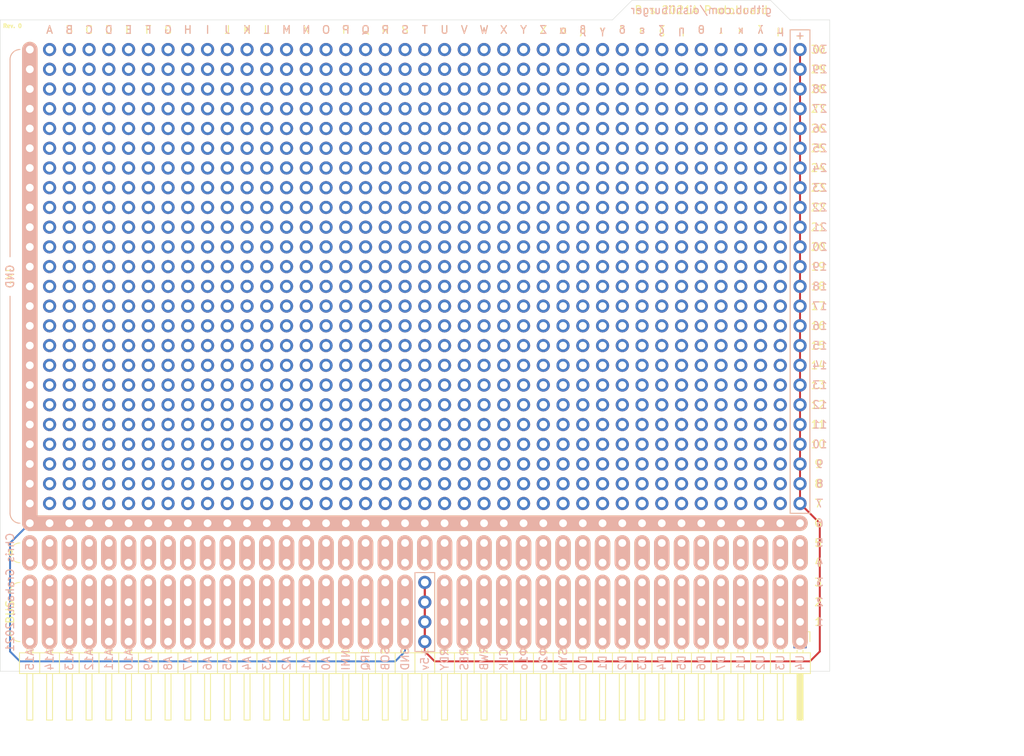
<source format=kicad_pcb>
(kicad_pcb (version 20171130) (host pcbnew 5.1.9+dfsg1-1)
  (layers (0 F.Cu signal) (31 B.Cu signal) (34 B.Paste user) (35 F.Paste user) (36 B.SilkS user) (37 F.SilkS user) (38 B.Mask user) (39 F.Mask user) (44 Edge.Cuts user))
  (net 0 "")
  (module Bus2021A_FP:ProtoHeader_1x40_2.54mm (layer F.Cu) (at 102.87 88.9 90)
    (fp_text reference REF** hide)
    (fp_text value 17 (at 0 101.39 180) (layer F.SilkS))
    (pad 1 thru_hole circle (at 0 0 90) (size 1.7 1.7) (drill 1) (layers *.Cu *.Mask))
    (pad 2 thru_hole oval (at 0 2.54 90) (size 1.7 1.7) (drill 1) (layers *.Cu *.Mask))
    (pad 3 thru_hole oval (at 0 5.08 90) (size 1.7 1.7) (drill 1) (layers *.Cu *.Mask))
    (pad 4 thru_hole oval (at 0 7.62 90) (size 1.7 1.7) (drill 1) (layers *.Cu *.Mask))
    (pad 5 thru_hole oval (at 0 10.16 90) (size 1.7 1.7) (drill 1) (layers *.Cu *.Mask))
    (pad 6 thru_hole oval (at 0 12.7 90) (size 1.7 1.7) (drill 1) (layers *.Cu *.Mask))
    (pad 7 thru_hole oval (at 0 15.24 90) (size 1.7 1.7) (drill 1) (layers *.Cu *.Mask))
    (pad 8 thru_hole oval (at 0 17.78 90) (size 1.7 1.7) (drill 1) (layers *.Cu *.Mask))
    (pad 9 thru_hole oval (at 0 20.32 90) (size 1.7 1.7) (drill 1) (layers *.Cu *.Mask))
    (pad 10 thru_hole oval (at 0 22.86 90) (size 1.7 1.7) (drill 1) (layers *.Cu *.Mask))
    (pad 11 thru_hole oval (at 0 25.4 90) (size 1.7 1.7) (drill 1) (layers *.Cu *.Mask))
    (pad 12 thru_hole oval (at 0 27.94 90) (size 1.7 1.7) (drill 1) (layers *.Cu *.Mask))
    (pad 13 thru_hole oval (at 0 30.48 90) (size 1.7 1.7) (drill 1) (layers *.Cu *.Mask))
    (pad 14 thru_hole oval (at 0 33.02 90) (size 1.7 1.7) (drill 1) (layers *.Cu *.Mask))
    (pad 15 thru_hole oval (at 0 35.56 90) (size 1.7 1.7) (drill 1) (layers *.Cu *.Mask))
    (pad 16 thru_hole oval (at 0 38.1 90) (size 1.7 1.7) (drill 1) (layers *.Cu *.Mask))
    (pad 17 thru_hole oval (at 0 40.64 90) (size 1.7 1.7) (drill 1) (layers *.Cu *.Mask))
    (pad 18 thru_hole oval (at 0 43.18 90) (size 1.7 1.7) (drill 1) (layers *.Cu *.Mask))
    (pad 19 thru_hole oval (at 0 45.72 90) (size 1.7 1.7) (drill 1) (layers *.Cu *.Mask))
    (pad 20 thru_hole oval (at 0 48.26 90) (size 1.7 1.7) (drill 1) (layers *.Cu *.Mask))
    (pad 21 thru_hole oval (at 0 50.8 90) (size 1.7 1.7) (drill 1) (layers *.Cu *.Mask))
    (pad 22 thru_hole oval (at 0 53.34 90) (size 1.7 1.7) (drill 1) (layers *.Cu *.Mask))
    (pad 23 thru_hole oval (at 0 55.88 90) (size 1.7 1.7) (drill 1) (layers *.Cu *.Mask))
    (pad 24 thru_hole oval (at 0 58.42 90) (size 1.7 1.7) (drill 1) (layers *.Cu *.Mask))
    (pad 25 thru_hole oval (at 0 60.96 90) (size 1.7 1.7) (drill 1) (layers *.Cu *.Mask))
    (pad 26 thru_hole oval (at 0 63.5 90) (size 1.7 1.7) (drill 1) (layers *.Cu *.Mask))
    (pad 27 thru_hole oval (at 0 66.04 90) (size 1.7 1.7) (drill 1) (layers *.Cu *.Mask))
    (pad 28 thru_hole oval (at 0 68.58 90) (size 1.7 1.7) (drill 1) (layers *.Cu *.Mask))
    (pad 29 thru_hole oval (at 0 71.12 90) (size 1.7 1.7) (drill 1) (layers *.Cu *.Mask))
    (pad 30 thru_hole oval (at 0 73.66 90) (size 1.7 1.7) (drill 1) (layers *.Cu *.Mask))
    (pad 31 thru_hole oval (at 0 76.2 90) (size 1.7 1.7) (drill 1) (layers *.Cu *.Mask))
    (pad 32 thru_hole oval (at 0 78.74 90) (size 1.7 1.7) (drill 1) (layers *.Cu *.Mask))
    (pad 33 thru_hole oval (at 0 81.28 90) (size 1.7 1.7) (drill 1) (layers *.Cu *.Mask))
    (pad 34 thru_hole oval (at 0 83.82 90) (size 1.7 1.7) (drill 1) (layers *.Cu *.Mask))
    (pad 35 thru_hole oval (at 0 86.36 90) (size 1.7 1.7) (drill 1) (layers *.Cu *.Mask))
    (pad 36 thru_hole oval (at 0 88.9 90) (size 1.7 1.7) (drill 1) (layers *.Cu *.Mask))
    (pad 37 thru_hole oval (at 0 91.44 90) (size 1.7 1.7) (drill 1) (layers *.Cu *.Mask))
    (pad 38 thru_hole oval (at 0 93.98 90) (size 1.7 1.7) (drill 1) (layers *.Cu *.Mask))
    (pad 39 thru_hole oval (at 0 96.52 90) (size 1.7 1.7) (drill 1) (layers *.Cu *.Mask))
    (pad 40 thru_hole oval (at 0 99.06 90) (size 1.7 1.7) (drill 1) (layers *.Cu *.Mask))
  )
  (module Bus2021A_FP:ProtoHeader_1x40_2.54mm (layer F.Cu) (at 102.87 63.5 90)
    (fp_text reference REF** hide)
    (fp_text value 27 (at 0 101.39 180) (layer F.SilkS))
    (pad 1 thru_hole circle (at 0 0 90) (size 1.7 1.7) (drill 1) (layers *.Cu *.Mask))
    (pad 2 thru_hole oval (at 0 2.54 90) (size 1.7 1.7) (drill 1) (layers *.Cu *.Mask))
    (pad 3 thru_hole oval (at 0 5.08 90) (size 1.7 1.7) (drill 1) (layers *.Cu *.Mask))
    (pad 4 thru_hole oval (at 0 7.62 90) (size 1.7 1.7) (drill 1) (layers *.Cu *.Mask))
    (pad 5 thru_hole oval (at 0 10.16 90) (size 1.7 1.7) (drill 1) (layers *.Cu *.Mask))
    (pad 6 thru_hole oval (at 0 12.7 90) (size 1.7 1.7) (drill 1) (layers *.Cu *.Mask))
    (pad 7 thru_hole oval (at 0 15.24 90) (size 1.7 1.7) (drill 1) (layers *.Cu *.Mask))
    (pad 8 thru_hole oval (at 0 17.78 90) (size 1.7 1.7) (drill 1) (layers *.Cu *.Mask))
    (pad 9 thru_hole oval (at 0 20.32 90) (size 1.7 1.7) (drill 1) (layers *.Cu *.Mask))
    (pad 10 thru_hole oval (at 0 22.86 90) (size 1.7 1.7) (drill 1) (layers *.Cu *.Mask))
    (pad 11 thru_hole oval (at 0 25.4 90) (size 1.7 1.7) (drill 1) (layers *.Cu *.Mask))
    (pad 12 thru_hole oval (at 0 27.94 90) (size 1.7 1.7) (drill 1) (layers *.Cu *.Mask))
    (pad 13 thru_hole oval (at 0 30.48 90) (size 1.7 1.7) (drill 1) (layers *.Cu *.Mask))
    (pad 14 thru_hole oval (at 0 33.02 90) (size 1.7 1.7) (drill 1) (layers *.Cu *.Mask))
    (pad 15 thru_hole oval (at 0 35.56 90) (size 1.7 1.7) (drill 1) (layers *.Cu *.Mask))
    (pad 16 thru_hole oval (at 0 38.1 90) (size 1.7 1.7) (drill 1) (layers *.Cu *.Mask))
    (pad 17 thru_hole oval (at 0 40.64 90) (size 1.7 1.7) (drill 1) (layers *.Cu *.Mask))
    (pad 18 thru_hole oval (at 0 43.18 90) (size 1.7 1.7) (drill 1) (layers *.Cu *.Mask))
    (pad 19 thru_hole oval (at 0 45.72 90) (size 1.7 1.7) (drill 1) (layers *.Cu *.Mask))
    (pad 20 thru_hole oval (at 0 48.26 90) (size 1.7 1.7) (drill 1) (layers *.Cu *.Mask))
    (pad 21 thru_hole oval (at 0 50.8 90) (size 1.7 1.7) (drill 1) (layers *.Cu *.Mask))
    (pad 22 thru_hole oval (at 0 53.34 90) (size 1.7 1.7) (drill 1) (layers *.Cu *.Mask))
    (pad 23 thru_hole oval (at 0 55.88 90) (size 1.7 1.7) (drill 1) (layers *.Cu *.Mask))
    (pad 24 thru_hole oval (at 0 58.42 90) (size 1.7 1.7) (drill 1) (layers *.Cu *.Mask))
    (pad 25 thru_hole oval (at 0 60.96 90) (size 1.7 1.7) (drill 1) (layers *.Cu *.Mask))
    (pad 26 thru_hole oval (at 0 63.5 90) (size 1.7 1.7) (drill 1) (layers *.Cu *.Mask))
    (pad 27 thru_hole oval (at 0 66.04 90) (size 1.7 1.7) (drill 1) (layers *.Cu *.Mask))
    (pad 28 thru_hole oval (at 0 68.58 90) (size 1.7 1.7) (drill 1) (layers *.Cu *.Mask))
    (pad 29 thru_hole oval (at 0 71.12 90) (size 1.7 1.7) (drill 1) (layers *.Cu *.Mask))
    (pad 30 thru_hole oval (at 0 73.66 90) (size 1.7 1.7) (drill 1) (layers *.Cu *.Mask))
    (pad 31 thru_hole oval (at 0 76.2 90) (size 1.7 1.7) (drill 1) (layers *.Cu *.Mask))
    (pad 32 thru_hole oval (at 0 78.74 90) (size 1.7 1.7) (drill 1) (layers *.Cu *.Mask))
    (pad 33 thru_hole oval (at 0 81.28 90) (size 1.7 1.7) (drill 1) (layers *.Cu *.Mask))
    (pad 34 thru_hole oval (at 0 83.82 90) (size 1.7 1.7) (drill 1) (layers *.Cu *.Mask))
    (pad 35 thru_hole oval (at 0 86.36 90) (size 1.7 1.7) (drill 1) (layers *.Cu *.Mask))
    (pad 36 thru_hole oval (at 0 88.9 90) (size 1.7 1.7) (drill 1) (layers *.Cu *.Mask))
    (pad 37 thru_hole oval (at 0 91.44 90) (size 1.7 1.7) (drill 1) (layers *.Cu *.Mask))
    (pad 38 thru_hole oval (at 0 93.98 90) (size 1.7 1.7) (drill 1) (layers *.Cu *.Mask))
    (pad 39 thru_hole oval (at 0 96.52 90) (size 1.7 1.7) (drill 1) (layers *.Cu *.Mask))
    (pad 40 thru_hole oval (at 0 99.06 90) (size 1.7 1.7) (drill 1) (layers *.Cu *.Mask))
  )
  (module Bus2021A_FP:ProtoHeader_1x40_2.54mm (layer F.Cu) (at 102.87 76.2 90)
    (fp_text reference REF** hide)
    (fp_text value 22 (at 0 101.39 180) (layer F.SilkS))
    (pad 1 thru_hole circle (at 0 0 90) (size 1.7 1.7) (drill 1) (layers *.Cu *.Mask))
    (pad 2 thru_hole oval (at 0 2.54 90) (size 1.7 1.7) (drill 1) (layers *.Cu *.Mask))
    (pad 3 thru_hole oval (at 0 5.08 90) (size 1.7 1.7) (drill 1) (layers *.Cu *.Mask))
    (pad 4 thru_hole oval (at 0 7.62 90) (size 1.7 1.7) (drill 1) (layers *.Cu *.Mask))
    (pad 5 thru_hole oval (at 0 10.16 90) (size 1.7 1.7) (drill 1) (layers *.Cu *.Mask))
    (pad 6 thru_hole oval (at 0 12.7 90) (size 1.7 1.7) (drill 1) (layers *.Cu *.Mask))
    (pad 7 thru_hole oval (at 0 15.24 90) (size 1.7 1.7) (drill 1) (layers *.Cu *.Mask))
    (pad 8 thru_hole oval (at 0 17.78 90) (size 1.7 1.7) (drill 1) (layers *.Cu *.Mask))
    (pad 9 thru_hole oval (at 0 20.32 90) (size 1.7 1.7) (drill 1) (layers *.Cu *.Mask))
    (pad 10 thru_hole oval (at 0 22.86 90) (size 1.7 1.7) (drill 1) (layers *.Cu *.Mask))
    (pad 11 thru_hole oval (at 0 25.4 90) (size 1.7 1.7) (drill 1) (layers *.Cu *.Mask))
    (pad 12 thru_hole oval (at 0 27.94 90) (size 1.7 1.7) (drill 1) (layers *.Cu *.Mask))
    (pad 13 thru_hole oval (at 0 30.48 90) (size 1.7 1.7) (drill 1) (layers *.Cu *.Mask))
    (pad 14 thru_hole oval (at 0 33.02 90) (size 1.7 1.7) (drill 1) (layers *.Cu *.Mask))
    (pad 15 thru_hole oval (at 0 35.56 90) (size 1.7 1.7) (drill 1) (layers *.Cu *.Mask))
    (pad 16 thru_hole oval (at 0 38.1 90) (size 1.7 1.7) (drill 1) (layers *.Cu *.Mask))
    (pad 17 thru_hole oval (at 0 40.64 90) (size 1.7 1.7) (drill 1) (layers *.Cu *.Mask))
    (pad 18 thru_hole oval (at 0 43.18 90) (size 1.7 1.7) (drill 1) (layers *.Cu *.Mask))
    (pad 19 thru_hole oval (at 0 45.72 90) (size 1.7 1.7) (drill 1) (layers *.Cu *.Mask))
    (pad 20 thru_hole oval (at 0 48.26 90) (size 1.7 1.7) (drill 1) (layers *.Cu *.Mask))
    (pad 21 thru_hole oval (at 0 50.8 90) (size 1.7 1.7) (drill 1) (layers *.Cu *.Mask))
    (pad 22 thru_hole oval (at 0 53.34 90) (size 1.7 1.7) (drill 1) (layers *.Cu *.Mask))
    (pad 23 thru_hole oval (at 0 55.88 90) (size 1.7 1.7) (drill 1) (layers *.Cu *.Mask))
    (pad 24 thru_hole oval (at 0 58.42 90) (size 1.7 1.7) (drill 1) (layers *.Cu *.Mask))
    (pad 25 thru_hole oval (at 0 60.96 90) (size 1.7 1.7) (drill 1) (layers *.Cu *.Mask))
    (pad 26 thru_hole oval (at 0 63.5 90) (size 1.7 1.7) (drill 1) (layers *.Cu *.Mask))
    (pad 27 thru_hole oval (at 0 66.04 90) (size 1.7 1.7) (drill 1) (layers *.Cu *.Mask))
    (pad 28 thru_hole oval (at 0 68.58 90) (size 1.7 1.7) (drill 1) (layers *.Cu *.Mask))
    (pad 29 thru_hole oval (at 0 71.12 90) (size 1.7 1.7) (drill 1) (layers *.Cu *.Mask))
    (pad 30 thru_hole oval (at 0 73.66 90) (size 1.7 1.7) (drill 1) (layers *.Cu *.Mask))
    (pad 31 thru_hole oval (at 0 76.2 90) (size 1.7 1.7) (drill 1) (layers *.Cu *.Mask))
    (pad 32 thru_hole oval (at 0 78.74 90) (size 1.7 1.7) (drill 1) (layers *.Cu *.Mask))
    (pad 33 thru_hole oval (at 0 81.28 90) (size 1.7 1.7) (drill 1) (layers *.Cu *.Mask))
    (pad 34 thru_hole oval (at 0 83.82 90) (size 1.7 1.7) (drill 1) (layers *.Cu *.Mask))
    (pad 35 thru_hole oval (at 0 86.36 90) (size 1.7 1.7) (drill 1) (layers *.Cu *.Mask))
    (pad 36 thru_hole oval (at 0 88.9 90) (size 1.7 1.7) (drill 1) (layers *.Cu *.Mask))
    (pad 37 thru_hole oval (at 0 91.44 90) (size 1.7 1.7) (drill 1) (layers *.Cu *.Mask))
    (pad 38 thru_hole oval (at 0 93.98 90) (size 1.7 1.7) (drill 1) (layers *.Cu *.Mask))
    (pad 39 thru_hole oval (at 0 96.52 90) (size 1.7 1.7) (drill 1) (layers *.Cu *.Mask))
    (pad 40 thru_hole oval (at 0 99.06 90) (size 1.7 1.7) (drill 1) (layers *.Cu *.Mask))
  )
  (module Bus2021A_FP:ProtoHeader_1x40_2.54mm (layer F.Cu) (at 102.87 55.88 90)
    (fp_text reference REF** hide)
    (fp_text value 30 (at 0 101.39 180) (layer F.SilkS))
    (pad 40 thru_hole oval (at 0 99.06 90) (size 1.7 1.7) (drill 1) (layers *.Cu *.Mask))
    (pad 39 thru_hole oval (at 0 96.52 90) (size 1.7 1.7) (drill 1) (layers *.Cu *.Mask))
    (pad 38 thru_hole oval (at 0 93.98 90) (size 1.7 1.7) (drill 1) (layers *.Cu *.Mask))
    (pad 37 thru_hole oval (at 0 91.44 90) (size 1.7 1.7) (drill 1) (layers *.Cu *.Mask))
    (pad 36 thru_hole oval (at 0 88.9 90) (size 1.7 1.7) (drill 1) (layers *.Cu *.Mask))
    (pad 35 thru_hole oval (at 0 86.36 90) (size 1.7 1.7) (drill 1) (layers *.Cu *.Mask))
    (pad 34 thru_hole oval (at 0 83.82 90) (size 1.7 1.7) (drill 1) (layers *.Cu *.Mask))
    (pad 33 thru_hole oval (at 0 81.28 90) (size 1.7 1.7) (drill 1) (layers *.Cu *.Mask))
    (pad 32 thru_hole oval (at 0 78.74 90) (size 1.7 1.7) (drill 1) (layers *.Cu *.Mask))
    (pad 31 thru_hole oval (at 0 76.2 90) (size 1.7 1.7) (drill 1) (layers *.Cu *.Mask))
    (pad 30 thru_hole oval (at 0 73.66 90) (size 1.7 1.7) (drill 1) (layers *.Cu *.Mask))
    (pad 29 thru_hole oval (at 0 71.12 90) (size 1.7 1.7) (drill 1) (layers *.Cu *.Mask))
    (pad 28 thru_hole oval (at 0 68.58 90) (size 1.7 1.7) (drill 1) (layers *.Cu *.Mask))
    (pad 27 thru_hole oval (at 0 66.04 90) (size 1.7 1.7) (drill 1) (layers *.Cu *.Mask))
    (pad 26 thru_hole oval (at 0 63.5 90) (size 1.7 1.7) (drill 1) (layers *.Cu *.Mask))
    (pad 25 thru_hole oval (at 0 60.96 90) (size 1.7 1.7) (drill 1) (layers *.Cu *.Mask))
    (pad 24 thru_hole oval (at 0 58.42 90) (size 1.7 1.7) (drill 1) (layers *.Cu *.Mask))
    (pad 23 thru_hole oval (at 0 55.88 90) (size 1.7 1.7) (drill 1) (layers *.Cu *.Mask))
    (pad 22 thru_hole oval (at 0 53.34 90) (size 1.7 1.7) (drill 1) (layers *.Cu *.Mask))
    (pad 21 thru_hole oval (at 0 50.8 90) (size 1.7 1.7) (drill 1) (layers *.Cu *.Mask))
    (pad 20 thru_hole oval (at 0 48.26 90) (size 1.7 1.7) (drill 1) (layers *.Cu *.Mask))
    (pad 19 thru_hole oval (at 0 45.72 90) (size 1.7 1.7) (drill 1) (layers *.Cu *.Mask))
    (pad 18 thru_hole oval (at 0 43.18 90) (size 1.7 1.7) (drill 1) (layers *.Cu *.Mask))
    (pad 17 thru_hole oval (at 0 40.64 90) (size 1.7 1.7) (drill 1) (layers *.Cu *.Mask))
    (pad 16 thru_hole oval (at 0 38.1 90) (size 1.7 1.7) (drill 1) (layers *.Cu *.Mask))
    (pad 15 thru_hole oval (at 0 35.56 90) (size 1.7 1.7) (drill 1) (layers *.Cu *.Mask))
    (pad 14 thru_hole oval (at 0 33.02 90) (size 1.7 1.7) (drill 1) (layers *.Cu *.Mask))
    (pad 13 thru_hole oval (at 0 30.48 90) (size 1.7 1.7) (drill 1) (layers *.Cu *.Mask))
    (pad 12 thru_hole oval (at 0 27.94 90) (size 1.7 1.7) (drill 1) (layers *.Cu *.Mask))
    (pad 11 thru_hole oval (at 0 25.4 90) (size 1.7 1.7) (drill 1) (layers *.Cu *.Mask))
    (pad 10 thru_hole oval (at 0 22.86 90) (size 1.7 1.7) (drill 1) (layers *.Cu *.Mask))
    (pad 9 thru_hole oval (at 0 20.32 90) (size 1.7 1.7) (drill 1) (layers *.Cu *.Mask))
    (pad 8 thru_hole oval (at 0 17.78 90) (size 1.7 1.7) (drill 1) (layers *.Cu *.Mask))
    (pad 7 thru_hole oval (at 0 15.24 90) (size 1.7 1.7) (drill 1) (layers *.Cu *.Mask))
    (pad 6 thru_hole oval (at 0 12.7 90) (size 1.7 1.7) (drill 1) (layers *.Cu *.Mask))
    (pad 5 thru_hole oval (at 0 10.16 90) (size 1.7 1.7) (drill 1) (layers *.Cu *.Mask))
    (pad 4 thru_hole oval (at 0 7.62 90) (size 1.7 1.7) (drill 1) (layers *.Cu *.Mask))
    (pad 3 thru_hole oval (at 0 5.08 90) (size 1.7 1.7) (drill 1) (layers *.Cu *.Mask))
    (pad 2 thru_hole oval (at 0 2.54 90) (size 1.7 1.7) (drill 1) (layers *.Cu *.Mask))
    (pad 1 thru_hole circle (at 0 0 90) (size 1.7 1.7) (drill 1) (layers *.Cu *.Mask))
  )
  (module Bus2021A_FP:ProtoHeader_1x40_2.54mm (layer F.Cu) (at 102.87 58.42 90)
    (fp_text reference REF** hide)
    (fp_text value 29 (at 0 101.39 180) (layer F.SilkS))
    (pad 1 thru_hole circle (at 0 0 90) (size 1.7 1.7) (drill 1) (layers *.Cu *.Mask))
    (pad 2 thru_hole oval (at 0 2.54 90) (size 1.7 1.7) (drill 1) (layers *.Cu *.Mask))
    (pad 3 thru_hole oval (at 0 5.08 90) (size 1.7 1.7) (drill 1) (layers *.Cu *.Mask))
    (pad 4 thru_hole oval (at 0 7.62 90) (size 1.7 1.7) (drill 1) (layers *.Cu *.Mask))
    (pad 5 thru_hole oval (at 0 10.16 90) (size 1.7 1.7) (drill 1) (layers *.Cu *.Mask))
    (pad 6 thru_hole oval (at 0 12.7 90) (size 1.7 1.7) (drill 1) (layers *.Cu *.Mask))
    (pad 7 thru_hole oval (at 0 15.24 90) (size 1.7 1.7) (drill 1) (layers *.Cu *.Mask))
    (pad 8 thru_hole oval (at 0 17.78 90) (size 1.7 1.7) (drill 1) (layers *.Cu *.Mask))
    (pad 9 thru_hole oval (at 0 20.32 90) (size 1.7 1.7) (drill 1) (layers *.Cu *.Mask))
    (pad 10 thru_hole oval (at 0 22.86 90) (size 1.7 1.7) (drill 1) (layers *.Cu *.Mask))
    (pad 11 thru_hole oval (at 0 25.4 90) (size 1.7 1.7) (drill 1) (layers *.Cu *.Mask))
    (pad 12 thru_hole oval (at 0 27.94 90) (size 1.7 1.7) (drill 1) (layers *.Cu *.Mask))
    (pad 13 thru_hole oval (at 0 30.48 90) (size 1.7 1.7) (drill 1) (layers *.Cu *.Mask))
    (pad 14 thru_hole oval (at 0 33.02 90) (size 1.7 1.7) (drill 1) (layers *.Cu *.Mask))
    (pad 15 thru_hole oval (at 0 35.56 90) (size 1.7 1.7) (drill 1) (layers *.Cu *.Mask))
    (pad 16 thru_hole oval (at 0 38.1 90) (size 1.7 1.7) (drill 1) (layers *.Cu *.Mask))
    (pad 17 thru_hole oval (at 0 40.64 90) (size 1.7 1.7) (drill 1) (layers *.Cu *.Mask))
    (pad 18 thru_hole oval (at 0 43.18 90) (size 1.7 1.7) (drill 1) (layers *.Cu *.Mask))
    (pad 19 thru_hole oval (at 0 45.72 90) (size 1.7 1.7) (drill 1) (layers *.Cu *.Mask))
    (pad 20 thru_hole oval (at 0 48.26 90) (size 1.7 1.7) (drill 1) (layers *.Cu *.Mask))
    (pad 21 thru_hole oval (at 0 50.8 90) (size 1.7 1.7) (drill 1) (layers *.Cu *.Mask))
    (pad 22 thru_hole oval (at 0 53.34 90) (size 1.7 1.7) (drill 1) (layers *.Cu *.Mask))
    (pad 23 thru_hole oval (at 0 55.88 90) (size 1.7 1.7) (drill 1) (layers *.Cu *.Mask))
    (pad 24 thru_hole oval (at 0 58.42 90) (size 1.7 1.7) (drill 1) (layers *.Cu *.Mask))
    (pad 25 thru_hole oval (at 0 60.96 90) (size 1.7 1.7) (drill 1) (layers *.Cu *.Mask))
    (pad 26 thru_hole oval (at 0 63.5 90) (size 1.7 1.7) (drill 1) (layers *.Cu *.Mask))
    (pad 27 thru_hole oval (at 0 66.04 90) (size 1.7 1.7) (drill 1) (layers *.Cu *.Mask))
    (pad 28 thru_hole oval (at 0 68.58 90) (size 1.7 1.7) (drill 1) (layers *.Cu *.Mask))
    (pad 29 thru_hole oval (at 0 71.12 90) (size 1.7 1.7) (drill 1) (layers *.Cu *.Mask))
    (pad 30 thru_hole oval (at 0 73.66 90) (size 1.7 1.7) (drill 1) (layers *.Cu *.Mask))
    (pad 31 thru_hole oval (at 0 76.2 90) (size 1.7 1.7) (drill 1) (layers *.Cu *.Mask))
    (pad 32 thru_hole oval (at 0 78.74 90) (size 1.7 1.7) (drill 1) (layers *.Cu *.Mask))
    (pad 33 thru_hole oval (at 0 81.28 90) (size 1.7 1.7) (drill 1) (layers *.Cu *.Mask))
    (pad 34 thru_hole oval (at 0 83.82 90) (size 1.7 1.7) (drill 1) (layers *.Cu *.Mask))
    (pad 35 thru_hole oval (at 0 86.36 90) (size 1.7 1.7) (drill 1) (layers *.Cu *.Mask))
    (pad 36 thru_hole oval (at 0 88.9 90) (size 1.7 1.7) (drill 1) (layers *.Cu *.Mask))
    (pad 37 thru_hole oval (at 0 91.44 90) (size 1.7 1.7) (drill 1) (layers *.Cu *.Mask))
    (pad 38 thru_hole oval (at 0 93.98 90) (size 1.7 1.7) (drill 1) (layers *.Cu *.Mask))
    (pad 39 thru_hole oval (at 0 96.52 90) (size 1.7 1.7) (drill 1) (layers *.Cu *.Mask))
    (pad 40 thru_hole oval (at 0 99.06 90) (size 1.7 1.7) (drill 1) (layers *.Cu *.Mask))
  )
  (module Bus2021A_FP:ProtoHeader_1x40_2.54mm (layer F.Cu) (at 102.87 86.36 90)
    (fp_text reference REF** hide)
    (fp_text value 18 (at 0 101.39 180) (layer F.SilkS))
    (pad 40 thru_hole oval (at 0 99.06 90) (size 1.7 1.7) (drill 1) (layers *.Cu *.Mask))
    (pad 39 thru_hole oval (at 0 96.52 90) (size 1.7 1.7) (drill 1) (layers *.Cu *.Mask))
    (pad 38 thru_hole oval (at 0 93.98 90) (size 1.7 1.7) (drill 1) (layers *.Cu *.Mask))
    (pad 37 thru_hole oval (at 0 91.44 90) (size 1.7 1.7) (drill 1) (layers *.Cu *.Mask))
    (pad 36 thru_hole oval (at 0 88.9 90) (size 1.7 1.7) (drill 1) (layers *.Cu *.Mask))
    (pad 35 thru_hole oval (at 0 86.36 90) (size 1.7 1.7) (drill 1) (layers *.Cu *.Mask))
    (pad 34 thru_hole oval (at 0 83.82 90) (size 1.7 1.7) (drill 1) (layers *.Cu *.Mask))
    (pad 33 thru_hole oval (at 0 81.28 90) (size 1.7 1.7) (drill 1) (layers *.Cu *.Mask))
    (pad 32 thru_hole oval (at 0 78.74 90) (size 1.7 1.7) (drill 1) (layers *.Cu *.Mask))
    (pad 31 thru_hole oval (at 0 76.2 90) (size 1.7 1.7) (drill 1) (layers *.Cu *.Mask))
    (pad 30 thru_hole oval (at 0 73.66 90) (size 1.7 1.7) (drill 1) (layers *.Cu *.Mask))
    (pad 29 thru_hole oval (at 0 71.12 90) (size 1.7 1.7) (drill 1) (layers *.Cu *.Mask))
    (pad 28 thru_hole oval (at 0 68.58 90) (size 1.7 1.7) (drill 1) (layers *.Cu *.Mask))
    (pad 27 thru_hole oval (at 0 66.04 90) (size 1.7 1.7) (drill 1) (layers *.Cu *.Mask))
    (pad 26 thru_hole oval (at 0 63.5 90) (size 1.7 1.7) (drill 1) (layers *.Cu *.Mask))
    (pad 25 thru_hole oval (at 0 60.96 90) (size 1.7 1.7) (drill 1) (layers *.Cu *.Mask))
    (pad 24 thru_hole oval (at 0 58.42 90) (size 1.7 1.7) (drill 1) (layers *.Cu *.Mask))
    (pad 23 thru_hole oval (at 0 55.88 90) (size 1.7 1.7) (drill 1) (layers *.Cu *.Mask))
    (pad 22 thru_hole oval (at 0 53.34 90) (size 1.7 1.7) (drill 1) (layers *.Cu *.Mask))
    (pad 21 thru_hole oval (at 0 50.8 90) (size 1.7 1.7) (drill 1) (layers *.Cu *.Mask))
    (pad 20 thru_hole oval (at 0 48.26 90) (size 1.7 1.7) (drill 1) (layers *.Cu *.Mask))
    (pad 19 thru_hole oval (at 0 45.72 90) (size 1.7 1.7) (drill 1) (layers *.Cu *.Mask))
    (pad 18 thru_hole oval (at 0 43.18 90) (size 1.7 1.7) (drill 1) (layers *.Cu *.Mask))
    (pad 17 thru_hole oval (at 0 40.64 90) (size 1.7 1.7) (drill 1) (layers *.Cu *.Mask))
    (pad 16 thru_hole oval (at 0 38.1 90) (size 1.7 1.7) (drill 1) (layers *.Cu *.Mask))
    (pad 15 thru_hole oval (at 0 35.56 90) (size 1.7 1.7) (drill 1) (layers *.Cu *.Mask))
    (pad 14 thru_hole oval (at 0 33.02 90) (size 1.7 1.7) (drill 1) (layers *.Cu *.Mask))
    (pad 13 thru_hole oval (at 0 30.48 90) (size 1.7 1.7) (drill 1) (layers *.Cu *.Mask))
    (pad 12 thru_hole oval (at 0 27.94 90) (size 1.7 1.7) (drill 1) (layers *.Cu *.Mask))
    (pad 11 thru_hole oval (at 0 25.4 90) (size 1.7 1.7) (drill 1) (layers *.Cu *.Mask))
    (pad 10 thru_hole oval (at 0 22.86 90) (size 1.7 1.7) (drill 1) (layers *.Cu *.Mask))
    (pad 9 thru_hole oval (at 0 20.32 90) (size 1.7 1.7) (drill 1) (layers *.Cu *.Mask))
    (pad 8 thru_hole oval (at 0 17.78 90) (size 1.7 1.7) (drill 1) (layers *.Cu *.Mask))
    (pad 7 thru_hole oval (at 0 15.24 90) (size 1.7 1.7) (drill 1) (layers *.Cu *.Mask))
    (pad 6 thru_hole oval (at 0 12.7 90) (size 1.7 1.7) (drill 1) (layers *.Cu *.Mask))
    (pad 5 thru_hole oval (at 0 10.16 90) (size 1.7 1.7) (drill 1) (layers *.Cu *.Mask))
    (pad 4 thru_hole oval (at 0 7.62 90) (size 1.7 1.7) (drill 1) (layers *.Cu *.Mask))
    (pad 3 thru_hole oval (at 0 5.08 90) (size 1.7 1.7) (drill 1) (layers *.Cu *.Mask))
    (pad 2 thru_hole oval (at 0 2.54 90) (size 1.7 1.7) (drill 1) (layers *.Cu *.Mask))
    (pad 1 thru_hole circle (at 0 0 90) (size 1.7 1.7) (drill 1) (layers *.Cu *.Mask))
  )
  (module Bus2021A_FP:ProtoHeader_1x40_2.54mm (layer F.Cu) (at 102.87 68.58 90)
    (fp_text reference REF** hide)
    (fp_text value 25 (at 0 101.39 180) (layer F.SilkS))
    (pad 40 thru_hole oval (at 0 99.06 90) (size 1.7 1.7) (drill 1) (layers *.Cu *.Mask))
    (pad 39 thru_hole oval (at 0 96.52 90) (size 1.7 1.7) (drill 1) (layers *.Cu *.Mask))
    (pad 38 thru_hole oval (at 0 93.98 90) (size 1.7 1.7) (drill 1) (layers *.Cu *.Mask))
    (pad 37 thru_hole oval (at 0 91.44 90) (size 1.7 1.7) (drill 1) (layers *.Cu *.Mask))
    (pad 36 thru_hole oval (at 0 88.9 90) (size 1.7 1.7) (drill 1) (layers *.Cu *.Mask))
    (pad 35 thru_hole oval (at 0 86.36 90) (size 1.7 1.7) (drill 1) (layers *.Cu *.Mask))
    (pad 34 thru_hole oval (at 0 83.82 90) (size 1.7 1.7) (drill 1) (layers *.Cu *.Mask))
    (pad 33 thru_hole oval (at 0 81.28 90) (size 1.7 1.7) (drill 1) (layers *.Cu *.Mask))
    (pad 32 thru_hole oval (at 0 78.74 90) (size 1.7 1.7) (drill 1) (layers *.Cu *.Mask))
    (pad 31 thru_hole oval (at 0 76.2 90) (size 1.7 1.7) (drill 1) (layers *.Cu *.Mask))
    (pad 30 thru_hole oval (at 0 73.66 90) (size 1.7 1.7) (drill 1) (layers *.Cu *.Mask))
    (pad 29 thru_hole oval (at 0 71.12 90) (size 1.7 1.7) (drill 1) (layers *.Cu *.Mask))
    (pad 28 thru_hole oval (at 0 68.58 90) (size 1.7 1.7) (drill 1) (layers *.Cu *.Mask))
    (pad 27 thru_hole oval (at 0 66.04 90) (size 1.7 1.7) (drill 1) (layers *.Cu *.Mask))
    (pad 26 thru_hole oval (at 0 63.5 90) (size 1.7 1.7) (drill 1) (layers *.Cu *.Mask))
    (pad 25 thru_hole oval (at 0 60.96 90) (size 1.7 1.7) (drill 1) (layers *.Cu *.Mask))
    (pad 24 thru_hole oval (at 0 58.42 90) (size 1.7 1.7) (drill 1) (layers *.Cu *.Mask))
    (pad 23 thru_hole oval (at 0 55.88 90) (size 1.7 1.7) (drill 1) (layers *.Cu *.Mask))
    (pad 22 thru_hole oval (at 0 53.34 90) (size 1.7 1.7) (drill 1) (layers *.Cu *.Mask))
    (pad 21 thru_hole oval (at 0 50.8 90) (size 1.7 1.7) (drill 1) (layers *.Cu *.Mask))
    (pad 20 thru_hole oval (at 0 48.26 90) (size 1.7 1.7) (drill 1) (layers *.Cu *.Mask))
    (pad 19 thru_hole oval (at 0 45.72 90) (size 1.7 1.7) (drill 1) (layers *.Cu *.Mask))
    (pad 18 thru_hole oval (at 0 43.18 90) (size 1.7 1.7) (drill 1) (layers *.Cu *.Mask))
    (pad 17 thru_hole oval (at 0 40.64 90) (size 1.7 1.7) (drill 1) (layers *.Cu *.Mask))
    (pad 16 thru_hole oval (at 0 38.1 90) (size 1.7 1.7) (drill 1) (layers *.Cu *.Mask))
    (pad 15 thru_hole oval (at 0 35.56 90) (size 1.7 1.7) (drill 1) (layers *.Cu *.Mask))
    (pad 14 thru_hole oval (at 0 33.02 90) (size 1.7 1.7) (drill 1) (layers *.Cu *.Mask))
    (pad 13 thru_hole oval (at 0 30.48 90) (size 1.7 1.7) (drill 1) (layers *.Cu *.Mask))
    (pad 12 thru_hole oval (at 0 27.94 90) (size 1.7 1.7) (drill 1) (layers *.Cu *.Mask))
    (pad 11 thru_hole oval (at 0 25.4 90) (size 1.7 1.7) (drill 1) (layers *.Cu *.Mask))
    (pad 10 thru_hole oval (at 0 22.86 90) (size 1.7 1.7) (drill 1) (layers *.Cu *.Mask))
    (pad 9 thru_hole oval (at 0 20.32 90) (size 1.7 1.7) (drill 1) (layers *.Cu *.Mask))
    (pad 8 thru_hole oval (at 0 17.78 90) (size 1.7 1.7) (drill 1) (layers *.Cu *.Mask))
    (pad 7 thru_hole oval (at 0 15.24 90) (size 1.7 1.7) (drill 1) (layers *.Cu *.Mask))
    (pad 6 thru_hole oval (at 0 12.7 90) (size 1.7 1.7) (drill 1) (layers *.Cu *.Mask))
    (pad 5 thru_hole oval (at 0 10.16 90) (size 1.7 1.7) (drill 1) (layers *.Cu *.Mask))
    (pad 4 thru_hole oval (at 0 7.62 90) (size 1.7 1.7) (drill 1) (layers *.Cu *.Mask))
    (pad 3 thru_hole oval (at 0 5.08 90) (size 1.7 1.7) (drill 1) (layers *.Cu *.Mask))
    (pad 2 thru_hole oval (at 0 2.54 90) (size 1.7 1.7) (drill 1) (layers *.Cu *.Mask))
    (pad 1 thru_hole circle (at 0 0 90) (size 1.7 1.7) (drill 1) (layers *.Cu *.Mask))
  )
  (module Bus2021A_FP:ProtoHeader_1x40_2.54mm (layer F.Cu) (at 102.87 60.96 90)
    (fp_text reference REF** hide)
    (fp_text value 28 (at 0 101.39 180) (layer F.SilkS))
    (pad 40 thru_hole oval (at 0 99.06 90) (size 1.7 1.7) (drill 1) (layers *.Cu *.Mask))
    (pad 39 thru_hole oval (at 0 96.52 90) (size 1.7 1.7) (drill 1) (layers *.Cu *.Mask))
    (pad 38 thru_hole oval (at 0 93.98 90) (size 1.7 1.7) (drill 1) (layers *.Cu *.Mask))
    (pad 37 thru_hole oval (at 0 91.44 90) (size 1.7 1.7) (drill 1) (layers *.Cu *.Mask))
    (pad 36 thru_hole oval (at 0 88.9 90) (size 1.7 1.7) (drill 1) (layers *.Cu *.Mask))
    (pad 35 thru_hole oval (at 0 86.36 90) (size 1.7 1.7) (drill 1) (layers *.Cu *.Mask))
    (pad 34 thru_hole oval (at 0 83.82 90) (size 1.7 1.7) (drill 1) (layers *.Cu *.Mask))
    (pad 33 thru_hole oval (at 0 81.28 90) (size 1.7 1.7) (drill 1) (layers *.Cu *.Mask))
    (pad 32 thru_hole oval (at 0 78.74 90) (size 1.7 1.7) (drill 1) (layers *.Cu *.Mask))
    (pad 31 thru_hole oval (at 0 76.2 90) (size 1.7 1.7) (drill 1) (layers *.Cu *.Mask))
    (pad 30 thru_hole oval (at 0 73.66 90) (size 1.7 1.7) (drill 1) (layers *.Cu *.Mask))
    (pad 29 thru_hole oval (at 0 71.12 90) (size 1.7 1.7) (drill 1) (layers *.Cu *.Mask))
    (pad 28 thru_hole oval (at 0 68.58 90) (size 1.7 1.7) (drill 1) (layers *.Cu *.Mask))
    (pad 27 thru_hole oval (at 0 66.04 90) (size 1.7 1.7) (drill 1) (layers *.Cu *.Mask))
    (pad 26 thru_hole oval (at 0 63.5 90) (size 1.7 1.7) (drill 1) (layers *.Cu *.Mask))
    (pad 25 thru_hole oval (at 0 60.96 90) (size 1.7 1.7) (drill 1) (layers *.Cu *.Mask))
    (pad 24 thru_hole oval (at 0 58.42 90) (size 1.7 1.7) (drill 1) (layers *.Cu *.Mask))
    (pad 23 thru_hole oval (at 0 55.88 90) (size 1.7 1.7) (drill 1) (layers *.Cu *.Mask))
    (pad 22 thru_hole oval (at 0 53.34 90) (size 1.7 1.7) (drill 1) (layers *.Cu *.Mask))
    (pad 21 thru_hole oval (at 0 50.8 90) (size 1.7 1.7) (drill 1) (layers *.Cu *.Mask))
    (pad 20 thru_hole oval (at 0 48.26 90) (size 1.7 1.7) (drill 1) (layers *.Cu *.Mask))
    (pad 19 thru_hole oval (at 0 45.72 90) (size 1.7 1.7) (drill 1) (layers *.Cu *.Mask))
    (pad 18 thru_hole oval (at 0 43.18 90) (size 1.7 1.7) (drill 1) (layers *.Cu *.Mask))
    (pad 17 thru_hole oval (at 0 40.64 90) (size 1.7 1.7) (drill 1) (layers *.Cu *.Mask))
    (pad 16 thru_hole oval (at 0 38.1 90) (size 1.7 1.7) (drill 1) (layers *.Cu *.Mask))
    (pad 15 thru_hole oval (at 0 35.56 90) (size 1.7 1.7) (drill 1) (layers *.Cu *.Mask))
    (pad 14 thru_hole oval (at 0 33.02 90) (size 1.7 1.7) (drill 1) (layers *.Cu *.Mask))
    (pad 13 thru_hole oval (at 0 30.48 90) (size 1.7 1.7) (drill 1) (layers *.Cu *.Mask))
    (pad 12 thru_hole oval (at 0 27.94 90) (size 1.7 1.7) (drill 1) (layers *.Cu *.Mask))
    (pad 11 thru_hole oval (at 0 25.4 90) (size 1.7 1.7) (drill 1) (layers *.Cu *.Mask))
    (pad 10 thru_hole oval (at 0 22.86 90) (size 1.7 1.7) (drill 1) (layers *.Cu *.Mask))
    (pad 9 thru_hole oval (at 0 20.32 90) (size 1.7 1.7) (drill 1) (layers *.Cu *.Mask))
    (pad 8 thru_hole oval (at 0 17.78 90) (size 1.7 1.7) (drill 1) (layers *.Cu *.Mask))
    (pad 7 thru_hole oval (at 0 15.24 90) (size 1.7 1.7) (drill 1) (layers *.Cu *.Mask))
    (pad 6 thru_hole oval (at 0 12.7 90) (size 1.7 1.7) (drill 1) (layers *.Cu *.Mask))
    (pad 5 thru_hole oval (at 0 10.16 90) (size 1.7 1.7) (drill 1) (layers *.Cu *.Mask))
    (pad 4 thru_hole oval (at 0 7.62 90) (size 1.7 1.7) (drill 1) (layers *.Cu *.Mask))
    (pad 3 thru_hole oval (at 0 5.08 90) (size 1.7 1.7) (drill 1) (layers *.Cu *.Mask))
    (pad 2 thru_hole oval (at 0 2.54 90) (size 1.7 1.7) (drill 1) (layers *.Cu *.Mask))
    (pad 1 thru_hole circle (at 0 0 90) (size 1.7 1.7) (drill 1) (layers *.Cu *.Mask))
  )
  (module Bus2021A_FP:ProtoHeader_1x40_2.54mm (layer F.Cu) (at 102.87 73.66 90)
    (fp_text reference REF** hide)
    (fp_text value 23 (at 0 101.39 180) (layer F.SilkS))
    (pad 1 thru_hole circle (at 0 0 90) (size 1.7 1.7) (drill 1) (layers *.Cu *.Mask))
    (pad 2 thru_hole oval (at 0 2.54 90) (size 1.7 1.7) (drill 1) (layers *.Cu *.Mask))
    (pad 3 thru_hole oval (at 0 5.08 90) (size 1.7 1.7) (drill 1) (layers *.Cu *.Mask))
    (pad 4 thru_hole oval (at 0 7.62 90) (size 1.7 1.7) (drill 1) (layers *.Cu *.Mask))
    (pad 5 thru_hole oval (at 0 10.16 90) (size 1.7 1.7) (drill 1) (layers *.Cu *.Mask))
    (pad 6 thru_hole oval (at 0 12.7 90) (size 1.7 1.7) (drill 1) (layers *.Cu *.Mask))
    (pad 7 thru_hole oval (at 0 15.24 90) (size 1.7 1.7) (drill 1) (layers *.Cu *.Mask))
    (pad 8 thru_hole oval (at 0 17.78 90) (size 1.7 1.7) (drill 1) (layers *.Cu *.Mask))
    (pad 9 thru_hole oval (at 0 20.32 90) (size 1.7 1.7) (drill 1) (layers *.Cu *.Mask))
    (pad 10 thru_hole oval (at 0 22.86 90) (size 1.7 1.7) (drill 1) (layers *.Cu *.Mask))
    (pad 11 thru_hole oval (at 0 25.4 90) (size 1.7 1.7) (drill 1) (layers *.Cu *.Mask))
    (pad 12 thru_hole oval (at 0 27.94 90) (size 1.7 1.7) (drill 1) (layers *.Cu *.Mask))
    (pad 13 thru_hole oval (at 0 30.48 90) (size 1.7 1.7) (drill 1) (layers *.Cu *.Mask))
    (pad 14 thru_hole oval (at 0 33.02 90) (size 1.7 1.7) (drill 1) (layers *.Cu *.Mask))
    (pad 15 thru_hole oval (at 0 35.56 90) (size 1.7 1.7) (drill 1) (layers *.Cu *.Mask))
    (pad 16 thru_hole oval (at 0 38.1 90) (size 1.7 1.7) (drill 1) (layers *.Cu *.Mask))
    (pad 17 thru_hole oval (at 0 40.64 90) (size 1.7 1.7) (drill 1) (layers *.Cu *.Mask))
    (pad 18 thru_hole oval (at 0 43.18 90) (size 1.7 1.7) (drill 1) (layers *.Cu *.Mask))
    (pad 19 thru_hole oval (at 0 45.72 90) (size 1.7 1.7) (drill 1) (layers *.Cu *.Mask))
    (pad 20 thru_hole oval (at 0 48.26 90) (size 1.7 1.7) (drill 1) (layers *.Cu *.Mask))
    (pad 21 thru_hole oval (at 0 50.8 90) (size 1.7 1.7) (drill 1) (layers *.Cu *.Mask))
    (pad 22 thru_hole oval (at 0 53.34 90) (size 1.7 1.7) (drill 1) (layers *.Cu *.Mask))
    (pad 23 thru_hole oval (at 0 55.88 90) (size 1.7 1.7) (drill 1) (layers *.Cu *.Mask))
    (pad 24 thru_hole oval (at 0 58.42 90) (size 1.7 1.7) (drill 1) (layers *.Cu *.Mask))
    (pad 25 thru_hole oval (at 0 60.96 90) (size 1.7 1.7) (drill 1) (layers *.Cu *.Mask))
    (pad 26 thru_hole oval (at 0 63.5 90) (size 1.7 1.7) (drill 1) (layers *.Cu *.Mask))
    (pad 27 thru_hole oval (at 0 66.04 90) (size 1.7 1.7) (drill 1) (layers *.Cu *.Mask))
    (pad 28 thru_hole oval (at 0 68.58 90) (size 1.7 1.7) (drill 1) (layers *.Cu *.Mask))
    (pad 29 thru_hole oval (at 0 71.12 90) (size 1.7 1.7) (drill 1) (layers *.Cu *.Mask))
    (pad 30 thru_hole oval (at 0 73.66 90) (size 1.7 1.7) (drill 1) (layers *.Cu *.Mask))
    (pad 31 thru_hole oval (at 0 76.2 90) (size 1.7 1.7) (drill 1) (layers *.Cu *.Mask))
    (pad 32 thru_hole oval (at 0 78.74 90) (size 1.7 1.7) (drill 1) (layers *.Cu *.Mask))
    (pad 33 thru_hole oval (at 0 81.28 90) (size 1.7 1.7) (drill 1) (layers *.Cu *.Mask))
    (pad 34 thru_hole oval (at 0 83.82 90) (size 1.7 1.7) (drill 1) (layers *.Cu *.Mask))
    (pad 35 thru_hole oval (at 0 86.36 90) (size 1.7 1.7) (drill 1) (layers *.Cu *.Mask))
    (pad 36 thru_hole oval (at 0 88.9 90) (size 1.7 1.7) (drill 1) (layers *.Cu *.Mask))
    (pad 37 thru_hole oval (at 0 91.44 90) (size 1.7 1.7) (drill 1) (layers *.Cu *.Mask))
    (pad 38 thru_hole oval (at 0 93.98 90) (size 1.7 1.7) (drill 1) (layers *.Cu *.Mask))
    (pad 39 thru_hole oval (at 0 96.52 90) (size 1.7 1.7) (drill 1) (layers *.Cu *.Mask))
    (pad 40 thru_hole oval (at 0 99.06 90) (size 1.7 1.7) (drill 1) (layers *.Cu *.Mask))
  )
  (module Bus2021A_FP:ProtoHeader_1x40_2.54mm (layer F.Cu) (at 102.87 83.82 90)
    (fp_text reference REF** hide)
    (fp_text value 19 (at 0 101.39 180) (layer F.SilkS))
    (pad 40 thru_hole oval (at 0 99.06 90) (size 1.7 1.7) (drill 1) (layers *.Cu *.Mask))
    (pad 39 thru_hole oval (at 0 96.52 90) (size 1.7 1.7) (drill 1) (layers *.Cu *.Mask))
    (pad 38 thru_hole oval (at 0 93.98 90) (size 1.7 1.7) (drill 1) (layers *.Cu *.Mask))
    (pad 37 thru_hole oval (at 0 91.44 90) (size 1.7 1.7) (drill 1) (layers *.Cu *.Mask))
    (pad 36 thru_hole oval (at 0 88.9 90) (size 1.7 1.7) (drill 1) (layers *.Cu *.Mask))
    (pad 35 thru_hole oval (at 0 86.36 90) (size 1.7 1.7) (drill 1) (layers *.Cu *.Mask))
    (pad 34 thru_hole oval (at 0 83.82 90) (size 1.7 1.7) (drill 1) (layers *.Cu *.Mask))
    (pad 33 thru_hole oval (at 0 81.28 90) (size 1.7 1.7) (drill 1) (layers *.Cu *.Mask))
    (pad 32 thru_hole oval (at 0 78.74 90) (size 1.7 1.7) (drill 1) (layers *.Cu *.Mask))
    (pad 31 thru_hole oval (at 0 76.2 90) (size 1.7 1.7) (drill 1) (layers *.Cu *.Mask))
    (pad 30 thru_hole oval (at 0 73.66 90) (size 1.7 1.7) (drill 1) (layers *.Cu *.Mask))
    (pad 29 thru_hole oval (at 0 71.12 90) (size 1.7 1.7) (drill 1) (layers *.Cu *.Mask))
    (pad 28 thru_hole oval (at 0 68.58 90) (size 1.7 1.7) (drill 1) (layers *.Cu *.Mask))
    (pad 27 thru_hole oval (at 0 66.04 90) (size 1.7 1.7) (drill 1) (layers *.Cu *.Mask))
    (pad 26 thru_hole oval (at 0 63.5 90) (size 1.7 1.7) (drill 1) (layers *.Cu *.Mask))
    (pad 25 thru_hole oval (at 0 60.96 90) (size 1.7 1.7) (drill 1) (layers *.Cu *.Mask))
    (pad 24 thru_hole oval (at 0 58.42 90) (size 1.7 1.7) (drill 1) (layers *.Cu *.Mask))
    (pad 23 thru_hole oval (at 0 55.88 90) (size 1.7 1.7) (drill 1) (layers *.Cu *.Mask))
    (pad 22 thru_hole oval (at 0 53.34 90) (size 1.7 1.7) (drill 1) (layers *.Cu *.Mask))
    (pad 21 thru_hole oval (at 0 50.8 90) (size 1.7 1.7) (drill 1) (layers *.Cu *.Mask))
    (pad 20 thru_hole oval (at 0 48.26 90) (size 1.7 1.7) (drill 1) (layers *.Cu *.Mask))
    (pad 19 thru_hole oval (at 0 45.72 90) (size 1.7 1.7) (drill 1) (layers *.Cu *.Mask))
    (pad 18 thru_hole oval (at 0 43.18 90) (size 1.7 1.7) (drill 1) (layers *.Cu *.Mask))
    (pad 17 thru_hole oval (at 0 40.64 90) (size 1.7 1.7) (drill 1) (layers *.Cu *.Mask))
    (pad 16 thru_hole oval (at 0 38.1 90) (size 1.7 1.7) (drill 1) (layers *.Cu *.Mask))
    (pad 15 thru_hole oval (at 0 35.56 90) (size 1.7 1.7) (drill 1) (layers *.Cu *.Mask))
    (pad 14 thru_hole oval (at 0 33.02 90) (size 1.7 1.7) (drill 1) (layers *.Cu *.Mask))
    (pad 13 thru_hole oval (at 0 30.48 90) (size 1.7 1.7) (drill 1) (layers *.Cu *.Mask))
    (pad 12 thru_hole oval (at 0 27.94 90) (size 1.7 1.7) (drill 1) (layers *.Cu *.Mask))
    (pad 11 thru_hole oval (at 0 25.4 90) (size 1.7 1.7) (drill 1) (layers *.Cu *.Mask))
    (pad 10 thru_hole oval (at 0 22.86 90) (size 1.7 1.7) (drill 1) (layers *.Cu *.Mask))
    (pad 9 thru_hole oval (at 0 20.32 90) (size 1.7 1.7) (drill 1) (layers *.Cu *.Mask))
    (pad 8 thru_hole oval (at 0 17.78 90) (size 1.7 1.7) (drill 1) (layers *.Cu *.Mask))
    (pad 7 thru_hole oval (at 0 15.24 90) (size 1.7 1.7) (drill 1) (layers *.Cu *.Mask))
    (pad 6 thru_hole oval (at 0 12.7 90) (size 1.7 1.7) (drill 1) (layers *.Cu *.Mask))
    (pad 5 thru_hole oval (at 0 10.16 90) (size 1.7 1.7) (drill 1) (layers *.Cu *.Mask))
    (pad 4 thru_hole oval (at 0 7.62 90) (size 1.7 1.7) (drill 1) (layers *.Cu *.Mask))
    (pad 3 thru_hole oval (at 0 5.08 90) (size 1.7 1.7) (drill 1) (layers *.Cu *.Mask))
    (pad 2 thru_hole oval (at 0 2.54 90) (size 1.7 1.7) (drill 1) (layers *.Cu *.Mask))
    (pad 1 thru_hole circle (at 0 0 90) (size 1.7 1.7) (drill 1) (layers *.Cu *.Mask))
  )
  (module Bus2021A_FP:ProtoHeader_1x40_2.54mm (layer F.Cu) (at 102.87 81.28 90)
    (fp_text reference REF** hide)
    (fp_text value 20 (at 0 101.39 180) (layer F.SilkS))
    (pad 1 thru_hole circle (at 0 0 90) (size 1.7 1.7) (drill 1) (layers *.Cu *.Mask))
    (pad 2 thru_hole oval (at 0 2.54 90) (size 1.7 1.7) (drill 1) (layers *.Cu *.Mask))
    (pad 3 thru_hole oval (at 0 5.08 90) (size 1.7 1.7) (drill 1) (layers *.Cu *.Mask))
    (pad 4 thru_hole oval (at 0 7.62 90) (size 1.7 1.7) (drill 1) (layers *.Cu *.Mask))
    (pad 5 thru_hole oval (at 0 10.16 90) (size 1.7 1.7) (drill 1) (layers *.Cu *.Mask))
    (pad 6 thru_hole oval (at 0 12.7 90) (size 1.7 1.7) (drill 1) (layers *.Cu *.Mask))
    (pad 7 thru_hole oval (at 0 15.24 90) (size 1.7 1.7) (drill 1) (layers *.Cu *.Mask))
    (pad 8 thru_hole oval (at 0 17.78 90) (size 1.7 1.7) (drill 1) (layers *.Cu *.Mask))
    (pad 9 thru_hole oval (at 0 20.32 90) (size 1.7 1.7) (drill 1) (layers *.Cu *.Mask))
    (pad 10 thru_hole oval (at 0 22.86 90) (size 1.7 1.7) (drill 1) (layers *.Cu *.Mask))
    (pad 11 thru_hole oval (at 0 25.4 90) (size 1.7 1.7) (drill 1) (layers *.Cu *.Mask))
    (pad 12 thru_hole oval (at 0 27.94 90) (size 1.7 1.7) (drill 1) (layers *.Cu *.Mask))
    (pad 13 thru_hole oval (at 0 30.48 90) (size 1.7 1.7) (drill 1) (layers *.Cu *.Mask))
    (pad 14 thru_hole oval (at 0 33.02 90) (size 1.7 1.7) (drill 1) (layers *.Cu *.Mask))
    (pad 15 thru_hole oval (at 0 35.56 90) (size 1.7 1.7) (drill 1) (layers *.Cu *.Mask))
    (pad 16 thru_hole oval (at 0 38.1 90) (size 1.7 1.7) (drill 1) (layers *.Cu *.Mask))
    (pad 17 thru_hole oval (at 0 40.64 90) (size 1.7 1.7) (drill 1) (layers *.Cu *.Mask))
    (pad 18 thru_hole oval (at 0 43.18 90) (size 1.7 1.7) (drill 1) (layers *.Cu *.Mask))
    (pad 19 thru_hole oval (at 0 45.72 90) (size 1.7 1.7) (drill 1) (layers *.Cu *.Mask))
    (pad 20 thru_hole oval (at 0 48.26 90) (size 1.7 1.7) (drill 1) (layers *.Cu *.Mask))
    (pad 21 thru_hole oval (at 0 50.8 90) (size 1.7 1.7) (drill 1) (layers *.Cu *.Mask))
    (pad 22 thru_hole oval (at 0 53.34 90) (size 1.7 1.7) (drill 1) (layers *.Cu *.Mask))
    (pad 23 thru_hole oval (at 0 55.88 90) (size 1.7 1.7) (drill 1) (layers *.Cu *.Mask))
    (pad 24 thru_hole oval (at 0 58.42 90) (size 1.7 1.7) (drill 1) (layers *.Cu *.Mask))
    (pad 25 thru_hole oval (at 0 60.96 90) (size 1.7 1.7) (drill 1) (layers *.Cu *.Mask))
    (pad 26 thru_hole oval (at 0 63.5 90) (size 1.7 1.7) (drill 1) (layers *.Cu *.Mask))
    (pad 27 thru_hole oval (at 0 66.04 90) (size 1.7 1.7) (drill 1) (layers *.Cu *.Mask))
    (pad 28 thru_hole oval (at 0 68.58 90) (size 1.7 1.7) (drill 1) (layers *.Cu *.Mask))
    (pad 29 thru_hole oval (at 0 71.12 90) (size 1.7 1.7) (drill 1) (layers *.Cu *.Mask))
    (pad 30 thru_hole oval (at 0 73.66 90) (size 1.7 1.7) (drill 1) (layers *.Cu *.Mask))
    (pad 31 thru_hole oval (at 0 76.2 90) (size 1.7 1.7) (drill 1) (layers *.Cu *.Mask))
    (pad 32 thru_hole oval (at 0 78.74 90) (size 1.7 1.7) (drill 1) (layers *.Cu *.Mask))
    (pad 33 thru_hole oval (at 0 81.28 90) (size 1.7 1.7) (drill 1) (layers *.Cu *.Mask))
    (pad 34 thru_hole oval (at 0 83.82 90) (size 1.7 1.7) (drill 1) (layers *.Cu *.Mask))
    (pad 35 thru_hole oval (at 0 86.36 90) (size 1.7 1.7) (drill 1) (layers *.Cu *.Mask))
    (pad 36 thru_hole oval (at 0 88.9 90) (size 1.7 1.7) (drill 1) (layers *.Cu *.Mask))
    (pad 37 thru_hole oval (at 0 91.44 90) (size 1.7 1.7) (drill 1) (layers *.Cu *.Mask))
    (pad 38 thru_hole oval (at 0 93.98 90) (size 1.7 1.7) (drill 1) (layers *.Cu *.Mask))
    (pad 39 thru_hole oval (at 0 96.52 90) (size 1.7 1.7) (drill 1) (layers *.Cu *.Mask))
    (pad 40 thru_hole oval (at 0 99.06 90) (size 1.7 1.7) (drill 1) (layers *.Cu *.Mask))
  )
  (module Bus2021A_FP:ProtoHeader_1x40_2.54mm (layer F.Cu) (at 102.87 71.12 90)
    (fp_text reference REF** hide)
    (fp_text value 24 (at 0 101.39 180) (layer F.SilkS))
    (pad 40 thru_hole oval (at 0 99.06 90) (size 1.7 1.7) (drill 1) (layers *.Cu *.Mask))
    (pad 39 thru_hole oval (at 0 96.52 90) (size 1.7 1.7) (drill 1) (layers *.Cu *.Mask))
    (pad 38 thru_hole oval (at 0 93.98 90) (size 1.7 1.7) (drill 1) (layers *.Cu *.Mask))
    (pad 37 thru_hole oval (at 0 91.44 90) (size 1.7 1.7) (drill 1) (layers *.Cu *.Mask))
    (pad 36 thru_hole oval (at 0 88.9 90) (size 1.7 1.7) (drill 1) (layers *.Cu *.Mask))
    (pad 35 thru_hole oval (at 0 86.36 90) (size 1.7 1.7) (drill 1) (layers *.Cu *.Mask))
    (pad 34 thru_hole oval (at 0 83.82 90) (size 1.7 1.7) (drill 1) (layers *.Cu *.Mask))
    (pad 33 thru_hole oval (at 0 81.28 90) (size 1.7 1.7) (drill 1) (layers *.Cu *.Mask))
    (pad 32 thru_hole oval (at 0 78.74 90) (size 1.7 1.7) (drill 1) (layers *.Cu *.Mask))
    (pad 31 thru_hole oval (at 0 76.2 90) (size 1.7 1.7) (drill 1) (layers *.Cu *.Mask))
    (pad 30 thru_hole oval (at 0 73.66 90) (size 1.7 1.7) (drill 1) (layers *.Cu *.Mask))
    (pad 29 thru_hole oval (at 0 71.12 90) (size 1.7 1.7) (drill 1) (layers *.Cu *.Mask))
    (pad 28 thru_hole oval (at 0 68.58 90) (size 1.7 1.7) (drill 1) (layers *.Cu *.Mask))
    (pad 27 thru_hole oval (at 0 66.04 90) (size 1.7 1.7) (drill 1) (layers *.Cu *.Mask))
    (pad 26 thru_hole oval (at 0 63.5 90) (size 1.7 1.7) (drill 1) (layers *.Cu *.Mask))
    (pad 25 thru_hole oval (at 0 60.96 90) (size 1.7 1.7) (drill 1) (layers *.Cu *.Mask))
    (pad 24 thru_hole oval (at 0 58.42 90) (size 1.7 1.7) (drill 1) (layers *.Cu *.Mask))
    (pad 23 thru_hole oval (at 0 55.88 90) (size 1.7 1.7) (drill 1) (layers *.Cu *.Mask))
    (pad 22 thru_hole oval (at 0 53.34 90) (size 1.7 1.7) (drill 1) (layers *.Cu *.Mask))
    (pad 21 thru_hole oval (at 0 50.8 90) (size 1.7 1.7) (drill 1) (layers *.Cu *.Mask))
    (pad 20 thru_hole oval (at 0 48.26 90) (size 1.7 1.7) (drill 1) (layers *.Cu *.Mask))
    (pad 19 thru_hole oval (at 0 45.72 90) (size 1.7 1.7) (drill 1) (layers *.Cu *.Mask))
    (pad 18 thru_hole oval (at 0 43.18 90) (size 1.7 1.7) (drill 1) (layers *.Cu *.Mask))
    (pad 17 thru_hole oval (at 0 40.64 90) (size 1.7 1.7) (drill 1) (layers *.Cu *.Mask))
    (pad 16 thru_hole oval (at 0 38.1 90) (size 1.7 1.7) (drill 1) (layers *.Cu *.Mask))
    (pad 15 thru_hole oval (at 0 35.56 90) (size 1.7 1.7) (drill 1) (layers *.Cu *.Mask))
    (pad 14 thru_hole oval (at 0 33.02 90) (size 1.7 1.7) (drill 1) (layers *.Cu *.Mask))
    (pad 13 thru_hole oval (at 0 30.48 90) (size 1.7 1.7) (drill 1) (layers *.Cu *.Mask))
    (pad 12 thru_hole oval (at 0 27.94 90) (size 1.7 1.7) (drill 1) (layers *.Cu *.Mask))
    (pad 11 thru_hole oval (at 0 25.4 90) (size 1.7 1.7) (drill 1) (layers *.Cu *.Mask))
    (pad 10 thru_hole oval (at 0 22.86 90) (size 1.7 1.7) (drill 1) (layers *.Cu *.Mask))
    (pad 9 thru_hole oval (at 0 20.32 90) (size 1.7 1.7) (drill 1) (layers *.Cu *.Mask))
    (pad 8 thru_hole oval (at 0 17.78 90) (size 1.7 1.7) (drill 1) (layers *.Cu *.Mask))
    (pad 7 thru_hole oval (at 0 15.24 90) (size 1.7 1.7) (drill 1) (layers *.Cu *.Mask))
    (pad 6 thru_hole oval (at 0 12.7 90) (size 1.7 1.7) (drill 1) (layers *.Cu *.Mask))
    (pad 5 thru_hole oval (at 0 10.16 90) (size 1.7 1.7) (drill 1) (layers *.Cu *.Mask))
    (pad 4 thru_hole oval (at 0 7.62 90) (size 1.7 1.7) (drill 1) (layers *.Cu *.Mask))
    (pad 3 thru_hole oval (at 0 5.08 90) (size 1.7 1.7) (drill 1) (layers *.Cu *.Mask))
    (pad 2 thru_hole oval (at 0 2.54 90) (size 1.7 1.7) (drill 1) (layers *.Cu *.Mask))
    (pad 1 thru_hole circle (at 0 0 90) (size 1.7 1.7) (drill 1) (layers *.Cu *.Mask))
  )
  (module Bus2021A_FP:ProtoHeader_1x40_2.54mm (layer F.Cu) (at 102.87 66.04 90)
    (fp_text reference REF** hide)
    (fp_text value 26 (at 0 101.39 180) (layer F.SilkS))
    (pad 1 thru_hole circle (at 0 0 90) (size 1.7 1.7) (drill 1) (layers *.Cu *.Mask))
    (pad 2 thru_hole oval (at 0 2.54 90) (size 1.7 1.7) (drill 1) (layers *.Cu *.Mask))
    (pad 3 thru_hole oval (at 0 5.08 90) (size 1.7 1.7) (drill 1) (layers *.Cu *.Mask))
    (pad 4 thru_hole oval (at 0 7.62 90) (size 1.7 1.7) (drill 1) (layers *.Cu *.Mask))
    (pad 5 thru_hole oval (at 0 10.16 90) (size 1.7 1.7) (drill 1) (layers *.Cu *.Mask))
    (pad 6 thru_hole oval (at 0 12.7 90) (size 1.7 1.7) (drill 1) (layers *.Cu *.Mask))
    (pad 7 thru_hole oval (at 0 15.24 90) (size 1.7 1.7) (drill 1) (layers *.Cu *.Mask))
    (pad 8 thru_hole oval (at 0 17.78 90) (size 1.7 1.7) (drill 1) (layers *.Cu *.Mask))
    (pad 9 thru_hole oval (at 0 20.32 90) (size 1.7 1.7) (drill 1) (layers *.Cu *.Mask))
    (pad 10 thru_hole oval (at 0 22.86 90) (size 1.7 1.7) (drill 1) (layers *.Cu *.Mask))
    (pad 11 thru_hole oval (at 0 25.4 90) (size 1.7 1.7) (drill 1) (layers *.Cu *.Mask))
    (pad 12 thru_hole oval (at 0 27.94 90) (size 1.7 1.7) (drill 1) (layers *.Cu *.Mask))
    (pad 13 thru_hole oval (at 0 30.48 90) (size 1.7 1.7) (drill 1) (layers *.Cu *.Mask))
    (pad 14 thru_hole oval (at 0 33.02 90) (size 1.7 1.7) (drill 1) (layers *.Cu *.Mask))
    (pad 15 thru_hole oval (at 0 35.56 90) (size 1.7 1.7) (drill 1) (layers *.Cu *.Mask))
    (pad 16 thru_hole oval (at 0 38.1 90) (size 1.7 1.7) (drill 1) (layers *.Cu *.Mask))
    (pad 17 thru_hole oval (at 0 40.64 90) (size 1.7 1.7) (drill 1) (layers *.Cu *.Mask))
    (pad 18 thru_hole oval (at 0 43.18 90) (size 1.7 1.7) (drill 1) (layers *.Cu *.Mask))
    (pad 19 thru_hole oval (at 0 45.72 90) (size 1.7 1.7) (drill 1) (layers *.Cu *.Mask))
    (pad 20 thru_hole oval (at 0 48.26 90) (size 1.7 1.7) (drill 1) (layers *.Cu *.Mask))
    (pad 21 thru_hole oval (at 0 50.8 90) (size 1.7 1.7) (drill 1) (layers *.Cu *.Mask))
    (pad 22 thru_hole oval (at 0 53.34 90) (size 1.7 1.7) (drill 1) (layers *.Cu *.Mask))
    (pad 23 thru_hole oval (at 0 55.88 90) (size 1.7 1.7) (drill 1) (layers *.Cu *.Mask))
    (pad 24 thru_hole oval (at 0 58.42 90) (size 1.7 1.7) (drill 1) (layers *.Cu *.Mask))
    (pad 25 thru_hole oval (at 0 60.96 90) (size 1.7 1.7) (drill 1) (layers *.Cu *.Mask))
    (pad 26 thru_hole oval (at 0 63.5 90) (size 1.7 1.7) (drill 1) (layers *.Cu *.Mask))
    (pad 27 thru_hole oval (at 0 66.04 90) (size 1.7 1.7) (drill 1) (layers *.Cu *.Mask))
    (pad 28 thru_hole oval (at 0 68.58 90) (size 1.7 1.7) (drill 1) (layers *.Cu *.Mask))
    (pad 29 thru_hole oval (at 0 71.12 90) (size 1.7 1.7) (drill 1) (layers *.Cu *.Mask))
    (pad 30 thru_hole oval (at 0 73.66 90) (size 1.7 1.7) (drill 1) (layers *.Cu *.Mask))
    (pad 31 thru_hole oval (at 0 76.2 90) (size 1.7 1.7) (drill 1) (layers *.Cu *.Mask))
    (pad 32 thru_hole oval (at 0 78.74 90) (size 1.7 1.7) (drill 1) (layers *.Cu *.Mask))
    (pad 33 thru_hole oval (at 0 81.28 90) (size 1.7 1.7) (drill 1) (layers *.Cu *.Mask))
    (pad 34 thru_hole oval (at 0 83.82 90) (size 1.7 1.7) (drill 1) (layers *.Cu *.Mask))
    (pad 35 thru_hole oval (at 0 86.36 90) (size 1.7 1.7) (drill 1) (layers *.Cu *.Mask))
    (pad 36 thru_hole oval (at 0 88.9 90) (size 1.7 1.7) (drill 1) (layers *.Cu *.Mask))
    (pad 37 thru_hole oval (at 0 91.44 90) (size 1.7 1.7) (drill 1) (layers *.Cu *.Mask))
    (pad 38 thru_hole oval (at 0 93.98 90) (size 1.7 1.7) (drill 1) (layers *.Cu *.Mask))
    (pad 39 thru_hole oval (at 0 96.52 90) (size 1.7 1.7) (drill 1) (layers *.Cu *.Mask))
    (pad 40 thru_hole oval (at 0 99.06 90) (size 1.7 1.7) (drill 1) (layers *.Cu *.Mask))
  )
  (module Bus2021A_FP:ProtoHeader_1x40_2.54mm (layer F.Cu) (at 102.87 78.74 90)
    (fp_text reference REF** hide)
    (fp_text value 21 (at 0 101.39 180) (layer F.SilkS))
    (pad 40 thru_hole oval (at 0 99.06 90) (size 1.7 1.7) (drill 1) (layers *.Cu *.Mask))
    (pad 39 thru_hole oval (at 0 96.52 90) (size 1.7 1.7) (drill 1) (layers *.Cu *.Mask))
    (pad 38 thru_hole oval (at 0 93.98 90) (size 1.7 1.7) (drill 1) (layers *.Cu *.Mask))
    (pad 37 thru_hole oval (at 0 91.44 90) (size 1.7 1.7) (drill 1) (layers *.Cu *.Mask))
    (pad 36 thru_hole oval (at 0 88.9 90) (size 1.7 1.7) (drill 1) (layers *.Cu *.Mask))
    (pad 35 thru_hole oval (at 0 86.36 90) (size 1.7 1.7) (drill 1) (layers *.Cu *.Mask))
    (pad 34 thru_hole oval (at 0 83.82 90) (size 1.7 1.7) (drill 1) (layers *.Cu *.Mask))
    (pad 33 thru_hole oval (at 0 81.28 90) (size 1.7 1.7) (drill 1) (layers *.Cu *.Mask))
    (pad 32 thru_hole oval (at 0 78.74 90) (size 1.7 1.7) (drill 1) (layers *.Cu *.Mask))
    (pad 31 thru_hole oval (at 0 76.2 90) (size 1.7 1.7) (drill 1) (layers *.Cu *.Mask))
    (pad 30 thru_hole oval (at 0 73.66 90) (size 1.7 1.7) (drill 1) (layers *.Cu *.Mask))
    (pad 29 thru_hole oval (at 0 71.12 90) (size 1.7 1.7) (drill 1) (layers *.Cu *.Mask))
    (pad 28 thru_hole oval (at 0 68.58 90) (size 1.7 1.7) (drill 1) (layers *.Cu *.Mask))
    (pad 27 thru_hole oval (at 0 66.04 90) (size 1.7 1.7) (drill 1) (layers *.Cu *.Mask))
    (pad 26 thru_hole oval (at 0 63.5 90) (size 1.7 1.7) (drill 1) (layers *.Cu *.Mask))
    (pad 25 thru_hole oval (at 0 60.96 90) (size 1.7 1.7) (drill 1) (layers *.Cu *.Mask))
    (pad 24 thru_hole oval (at 0 58.42 90) (size 1.7 1.7) (drill 1) (layers *.Cu *.Mask))
    (pad 23 thru_hole oval (at 0 55.88 90) (size 1.7 1.7) (drill 1) (layers *.Cu *.Mask))
    (pad 22 thru_hole oval (at 0 53.34 90) (size 1.7 1.7) (drill 1) (layers *.Cu *.Mask))
    (pad 21 thru_hole oval (at 0 50.8 90) (size 1.7 1.7) (drill 1) (layers *.Cu *.Mask))
    (pad 20 thru_hole oval (at 0 48.26 90) (size 1.7 1.7) (drill 1) (layers *.Cu *.Mask))
    (pad 19 thru_hole oval (at 0 45.72 90) (size 1.7 1.7) (drill 1) (layers *.Cu *.Mask))
    (pad 18 thru_hole oval (at 0 43.18 90) (size 1.7 1.7) (drill 1) (layers *.Cu *.Mask))
    (pad 17 thru_hole oval (at 0 40.64 90) (size 1.7 1.7) (drill 1) (layers *.Cu *.Mask))
    (pad 16 thru_hole oval (at 0 38.1 90) (size 1.7 1.7) (drill 1) (layers *.Cu *.Mask))
    (pad 15 thru_hole oval (at 0 35.56 90) (size 1.7 1.7) (drill 1) (layers *.Cu *.Mask))
    (pad 14 thru_hole oval (at 0 33.02 90) (size 1.7 1.7) (drill 1) (layers *.Cu *.Mask))
    (pad 13 thru_hole oval (at 0 30.48 90) (size 1.7 1.7) (drill 1) (layers *.Cu *.Mask))
    (pad 12 thru_hole oval (at 0 27.94 90) (size 1.7 1.7) (drill 1) (layers *.Cu *.Mask))
    (pad 11 thru_hole oval (at 0 25.4 90) (size 1.7 1.7) (drill 1) (layers *.Cu *.Mask))
    (pad 10 thru_hole oval (at 0 22.86 90) (size 1.7 1.7) (drill 1) (layers *.Cu *.Mask))
    (pad 9 thru_hole oval (at 0 20.32 90) (size 1.7 1.7) (drill 1) (layers *.Cu *.Mask))
    (pad 8 thru_hole oval (at 0 17.78 90) (size 1.7 1.7) (drill 1) (layers *.Cu *.Mask))
    (pad 7 thru_hole oval (at 0 15.24 90) (size 1.7 1.7) (drill 1) (layers *.Cu *.Mask))
    (pad 6 thru_hole oval (at 0 12.7 90) (size 1.7 1.7) (drill 1) (layers *.Cu *.Mask))
    (pad 5 thru_hole oval (at 0 10.16 90) (size 1.7 1.7) (drill 1) (layers *.Cu *.Mask))
    (pad 4 thru_hole oval (at 0 7.62 90) (size 1.7 1.7) (drill 1) (layers *.Cu *.Mask))
    (pad 3 thru_hole oval (at 0 5.08 90) (size 1.7 1.7) (drill 1) (layers *.Cu *.Mask))
    (pad 2 thru_hole oval (at 0 2.54 90) (size 1.7 1.7) (drill 1) (layers *.Cu *.Mask))
    (pad 1 thru_hole circle (at 0 0 90) (size 1.7 1.7) (drill 1) (layers *.Cu *.Mask))
  )
  (module Bus2021A_FP:ProtoHeader_1x40_2.54mm (layer F.Cu) (at 102.87 109.22 90)
    (fp_text reference REF** hide)
    (fp_text value 9 (at 0 101.39 180) (layer F.SilkS))
    (pad 1 thru_hole circle (at 0 0 90) (size 1.7 1.7) (drill 1) (layers *.Cu *.Mask))
    (pad 2 thru_hole oval (at 0 2.54 90) (size 1.7 1.7) (drill 1) (layers *.Cu *.Mask))
    (pad 3 thru_hole oval (at 0 5.08 90) (size 1.7 1.7) (drill 1) (layers *.Cu *.Mask))
    (pad 4 thru_hole oval (at 0 7.62 90) (size 1.7 1.7) (drill 1) (layers *.Cu *.Mask))
    (pad 5 thru_hole oval (at 0 10.16 90) (size 1.7 1.7) (drill 1) (layers *.Cu *.Mask))
    (pad 6 thru_hole oval (at 0 12.7 90) (size 1.7 1.7) (drill 1) (layers *.Cu *.Mask))
    (pad 7 thru_hole oval (at 0 15.24 90) (size 1.7 1.7) (drill 1) (layers *.Cu *.Mask))
    (pad 8 thru_hole oval (at 0 17.78 90) (size 1.7 1.7) (drill 1) (layers *.Cu *.Mask))
    (pad 9 thru_hole oval (at 0 20.32 90) (size 1.7 1.7) (drill 1) (layers *.Cu *.Mask))
    (pad 10 thru_hole oval (at 0 22.86 90) (size 1.7 1.7) (drill 1) (layers *.Cu *.Mask))
    (pad 11 thru_hole oval (at 0 25.4 90) (size 1.7 1.7) (drill 1) (layers *.Cu *.Mask))
    (pad 12 thru_hole oval (at 0 27.94 90) (size 1.7 1.7) (drill 1) (layers *.Cu *.Mask))
    (pad 13 thru_hole oval (at 0 30.48 90) (size 1.7 1.7) (drill 1) (layers *.Cu *.Mask))
    (pad 14 thru_hole oval (at 0 33.02 90) (size 1.7 1.7) (drill 1) (layers *.Cu *.Mask))
    (pad 15 thru_hole oval (at 0 35.56 90) (size 1.7 1.7) (drill 1) (layers *.Cu *.Mask))
    (pad 16 thru_hole oval (at 0 38.1 90) (size 1.7 1.7) (drill 1) (layers *.Cu *.Mask))
    (pad 17 thru_hole oval (at 0 40.64 90) (size 1.7 1.7) (drill 1) (layers *.Cu *.Mask))
    (pad 18 thru_hole oval (at 0 43.18 90) (size 1.7 1.7) (drill 1) (layers *.Cu *.Mask))
    (pad 19 thru_hole oval (at 0 45.72 90) (size 1.7 1.7) (drill 1) (layers *.Cu *.Mask))
    (pad 20 thru_hole oval (at 0 48.26 90) (size 1.7 1.7) (drill 1) (layers *.Cu *.Mask))
    (pad 21 thru_hole oval (at 0 50.8 90) (size 1.7 1.7) (drill 1) (layers *.Cu *.Mask))
    (pad 22 thru_hole oval (at 0 53.34 90) (size 1.7 1.7) (drill 1) (layers *.Cu *.Mask))
    (pad 23 thru_hole oval (at 0 55.88 90) (size 1.7 1.7) (drill 1) (layers *.Cu *.Mask))
    (pad 24 thru_hole oval (at 0 58.42 90) (size 1.7 1.7) (drill 1) (layers *.Cu *.Mask))
    (pad 25 thru_hole oval (at 0 60.96 90) (size 1.7 1.7) (drill 1) (layers *.Cu *.Mask))
    (pad 26 thru_hole oval (at 0 63.5 90) (size 1.7 1.7) (drill 1) (layers *.Cu *.Mask))
    (pad 27 thru_hole oval (at 0 66.04 90) (size 1.7 1.7) (drill 1) (layers *.Cu *.Mask))
    (pad 28 thru_hole oval (at 0 68.58 90) (size 1.7 1.7) (drill 1) (layers *.Cu *.Mask))
    (pad 29 thru_hole oval (at 0 71.12 90) (size 1.7 1.7) (drill 1) (layers *.Cu *.Mask))
    (pad 30 thru_hole oval (at 0 73.66 90) (size 1.7 1.7) (drill 1) (layers *.Cu *.Mask))
    (pad 31 thru_hole oval (at 0 76.2 90) (size 1.7 1.7) (drill 1) (layers *.Cu *.Mask))
    (pad 32 thru_hole oval (at 0 78.74 90) (size 1.7 1.7) (drill 1) (layers *.Cu *.Mask))
    (pad 33 thru_hole oval (at 0 81.28 90) (size 1.7 1.7) (drill 1) (layers *.Cu *.Mask))
    (pad 34 thru_hole oval (at 0 83.82 90) (size 1.7 1.7) (drill 1) (layers *.Cu *.Mask))
    (pad 35 thru_hole oval (at 0 86.36 90) (size 1.7 1.7) (drill 1) (layers *.Cu *.Mask))
    (pad 36 thru_hole oval (at 0 88.9 90) (size 1.7 1.7) (drill 1) (layers *.Cu *.Mask))
    (pad 37 thru_hole oval (at 0 91.44 90) (size 1.7 1.7) (drill 1) (layers *.Cu *.Mask))
    (pad 38 thru_hole oval (at 0 93.98 90) (size 1.7 1.7) (drill 1) (layers *.Cu *.Mask))
    (pad 39 thru_hole oval (at 0 96.52 90) (size 1.7 1.7) (drill 1) (layers *.Cu *.Mask))
    (pad 40 thru_hole oval (at 0 99.06 90) (size 1.7 1.7) (drill 1) (layers *.Cu *.Mask))
  )
  (module Bus2021A_FP:ProtoHeader_1x40_2.54mm (layer F.Cu) (at 102.87 96.52 90)
    (fp_text reference REF** hide)
    (fp_text value 14 (at 0 101.39 180) (layer F.SilkS))
    (pad 1 thru_hole circle (at 0 0 90) (size 1.7 1.7) (drill 1) (layers *.Cu *.Mask))
    (pad 2 thru_hole oval (at 0 2.54 90) (size 1.7 1.7) (drill 1) (layers *.Cu *.Mask))
    (pad 3 thru_hole oval (at 0 5.08 90) (size 1.7 1.7) (drill 1) (layers *.Cu *.Mask))
    (pad 4 thru_hole oval (at 0 7.62 90) (size 1.7 1.7) (drill 1) (layers *.Cu *.Mask))
    (pad 5 thru_hole oval (at 0 10.16 90) (size 1.7 1.7) (drill 1) (layers *.Cu *.Mask))
    (pad 6 thru_hole oval (at 0 12.7 90) (size 1.7 1.7) (drill 1) (layers *.Cu *.Mask))
    (pad 7 thru_hole oval (at 0 15.24 90) (size 1.7 1.7) (drill 1) (layers *.Cu *.Mask))
    (pad 8 thru_hole oval (at 0 17.78 90) (size 1.7 1.7) (drill 1) (layers *.Cu *.Mask))
    (pad 9 thru_hole oval (at 0 20.32 90) (size 1.7 1.7) (drill 1) (layers *.Cu *.Mask))
    (pad 10 thru_hole oval (at 0 22.86 90) (size 1.7 1.7) (drill 1) (layers *.Cu *.Mask))
    (pad 11 thru_hole oval (at 0 25.4 90) (size 1.7 1.7) (drill 1) (layers *.Cu *.Mask))
    (pad 12 thru_hole oval (at 0 27.94 90) (size 1.7 1.7) (drill 1) (layers *.Cu *.Mask))
    (pad 13 thru_hole oval (at 0 30.48 90) (size 1.7 1.7) (drill 1) (layers *.Cu *.Mask))
    (pad 14 thru_hole oval (at 0 33.02 90) (size 1.7 1.7) (drill 1) (layers *.Cu *.Mask))
    (pad 15 thru_hole oval (at 0 35.56 90) (size 1.7 1.7) (drill 1) (layers *.Cu *.Mask))
    (pad 16 thru_hole oval (at 0 38.1 90) (size 1.7 1.7) (drill 1) (layers *.Cu *.Mask))
    (pad 17 thru_hole oval (at 0 40.64 90) (size 1.7 1.7) (drill 1) (layers *.Cu *.Mask))
    (pad 18 thru_hole oval (at 0 43.18 90) (size 1.7 1.7) (drill 1) (layers *.Cu *.Mask))
    (pad 19 thru_hole oval (at 0 45.72 90) (size 1.7 1.7) (drill 1) (layers *.Cu *.Mask))
    (pad 20 thru_hole oval (at 0 48.26 90) (size 1.7 1.7) (drill 1) (layers *.Cu *.Mask))
    (pad 21 thru_hole oval (at 0 50.8 90) (size 1.7 1.7) (drill 1) (layers *.Cu *.Mask))
    (pad 22 thru_hole oval (at 0 53.34 90) (size 1.7 1.7) (drill 1) (layers *.Cu *.Mask))
    (pad 23 thru_hole oval (at 0 55.88 90) (size 1.7 1.7) (drill 1) (layers *.Cu *.Mask))
    (pad 24 thru_hole oval (at 0 58.42 90) (size 1.7 1.7) (drill 1) (layers *.Cu *.Mask))
    (pad 25 thru_hole oval (at 0 60.96 90) (size 1.7 1.7) (drill 1) (layers *.Cu *.Mask))
    (pad 26 thru_hole oval (at 0 63.5 90) (size 1.7 1.7) (drill 1) (layers *.Cu *.Mask))
    (pad 27 thru_hole oval (at 0 66.04 90) (size 1.7 1.7) (drill 1) (layers *.Cu *.Mask))
    (pad 28 thru_hole oval (at 0 68.58 90) (size 1.7 1.7) (drill 1) (layers *.Cu *.Mask))
    (pad 29 thru_hole oval (at 0 71.12 90) (size 1.7 1.7) (drill 1) (layers *.Cu *.Mask))
    (pad 30 thru_hole oval (at 0 73.66 90) (size 1.7 1.7) (drill 1) (layers *.Cu *.Mask))
    (pad 31 thru_hole oval (at 0 76.2 90) (size 1.7 1.7) (drill 1) (layers *.Cu *.Mask))
    (pad 32 thru_hole oval (at 0 78.74 90) (size 1.7 1.7) (drill 1) (layers *.Cu *.Mask))
    (pad 33 thru_hole oval (at 0 81.28 90) (size 1.7 1.7) (drill 1) (layers *.Cu *.Mask))
    (pad 34 thru_hole oval (at 0 83.82 90) (size 1.7 1.7) (drill 1) (layers *.Cu *.Mask))
    (pad 35 thru_hole oval (at 0 86.36 90) (size 1.7 1.7) (drill 1) (layers *.Cu *.Mask))
    (pad 36 thru_hole oval (at 0 88.9 90) (size 1.7 1.7) (drill 1) (layers *.Cu *.Mask))
    (pad 37 thru_hole oval (at 0 91.44 90) (size 1.7 1.7) (drill 1) (layers *.Cu *.Mask))
    (pad 38 thru_hole oval (at 0 93.98 90) (size 1.7 1.7) (drill 1) (layers *.Cu *.Mask))
    (pad 39 thru_hole oval (at 0 96.52 90) (size 1.7 1.7) (drill 1) (layers *.Cu *.Mask))
    (pad 40 thru_hole oval (at 0 99.06 90) (size 1.7 1.7) (drill 1) (layers *.Cu *.Mask))
  )
  (module Bus2021A_FP:ProtoHeader_1x40_2.54mm (layer F.Cu) (at 102.87 106.68 90)
    (fp_text reference REF** hide)
    (fp_text value 10 (at 0 101.39 180) (layer F.SilkS))
    (pad 40 thru_hole oval (at 0 99.06 90) (size 1.7 1.7) (drill 1) (layers *.Cu *.Mask))
    (pad 39 thru_hole oval (at 0 96.52 90) (size 1.7 1.7) (drill 1) (layers *.Cu *.Mask))
    (pad 38 thru_hole oval (at 0 93.98 90) (size 1.7 1.7) (drill 1) (layers *.Cu *.Mask))
    (pad 37 thru_hole oval (at 0 91.44 90) (size 1.7 1.7) (drill 1) (layers *.Cu *.Mask))
    (pad 36 thru_hole oval (at 0 88.9 90) (size 1.7 1.7) (drill 1) (layers *.Cu *.Mask))
    (pad 35 thru_hole oval (at 0 86.36 90) (size 1.7 1.7) (drill 1) (layers *.Cu *.Mask))
    (pad 34 thru_hole oval (at 0 83.82 90) (size 1.7 1.7) (drill 1) (layers *.Cu *.Mask))
    (pad 33 thru_hole oval (at 0 81.28 90) (size 1.7 1.7) (drill 1) (layers *.Cu *.Mask))
    (pad 32 thru_hole oval (at 0 78.74 90) (size 1.7 1.7) (drill 1) (layers *.Cu *.Mask))
    (pad 31 thru_hole oval (at 0 76.2 90) (size 1.7 1.7) (drill 1) (layers *.Cu *.Mask))
    (pad 30 thru_hole oval (at 0 73.66 90) (size 1.7 1.7) (drill 1) (layers *.Cu *.Mask))
    (pad 29 thru_hole oval (at 0 71.12 90) (size 1.7 1.7) (drill 1) (layers *.Cu *.Mask))
    (pad 28 thru_hole oval (at 0 68.58 90) (size 1.7 1.7) (drill 1) (layers *.Cu *.Mask))
    (pad 27 thru_hole oval (at 0 66.04 90) (size 1.7 1.7) (drill 1) (layers *.Cu *.Mask))
    (pad 26 thru_hole oval (at 0 63.5 90) (size 1.7 1.7) (drill 1) (layers *.Cu *.Mask))
    (pad 25 thru_hole oval (at 0 60.96 90) (size 1.7 1.7) (drill 1) (layers *.Cu *.Mask))
    (pad 24 thru_hole oval (at 0 58.42 90) (size 1.7 1.7) (drill 1) (layers *.Cu *.Mask))
    (pad 23 thru_hole oval (at 0 55.88 90) (size 1.7 1.7) (drill 1) (layers *.Cu *.Mask))
    (pad 22 thru_hole oval (at 0 53.34 90) (size 1.7 1.7) (drill 1) (layers *.Cu *.Mask))
    (pad 21 thru_hole oval (at 0 50.8 90) (size 1.7 1.7) (drill 1) (layers *.Cu *.Mask))
    (pad 20 thru_hole oval (at 0 48.26 90) (size 1.7 1.7) (drill 1) (layers *.Cu *.Mask))
    (pad 19 thru_hole oval (at 0 45.72 90) (size 1.7 1.7) (drill 1) (layers *.Cu *.Mask))
    (pad 18 thru_hole oval (at 0 43.18 90) (size 1.7 1.7) (drill 1) (layers *.Cu *.Mask))
    (pad 17 thru_hole oval (at 0 40.64 90) (size 1.7 1.7) (drill 1) (layers *.Cu *.Mask))
    (pad 16 thru_hole oval (at 0 38.1 90) (size 1.7 1.7) (drill 1) (layers *.Cu *.Mask))
    (pad 15 thru_hole oval (at 0 35.56 90) (size 1.7 1.7) (drill 1) (layers *.Cu *.Mask))
    (pad 14 thru_hole oval (at 0 33.02 90) (size 1.7 1.7) (drill 1) (layers *.Cu *.Mask))
    (pad 13 thru_hole oval (at 0 30.48 90) (size 1.7 1.7) (drill 1) (layers *.Cu *.Mask))
    (pad 12 thru_hole oval (at 0 27.94 90) (size 1.7 1.7) (drill 1) (layers *.Cu *.Mask))
    (pad 11 thru_hole oval (at 0 25.4 90) (size 1.7 1.7) (drill 1) (layers *.Cu *.Mask))
    (pad 10 thru_hole oval (at 0 22.86 90) (size 1.7 1.7) (drill 1) (layers *.Cu *.Mask))
    (pad 9 thru_hole oval (at 0 20.32 90) (size 1.7 1.7) (drill 1) (layers *.Cu *.Mask))
    (pad 8 thru_hole oval (at 0 17.78 90) (size 1.7 1.7) (drill 1) (layers *.Cu *.Mask))
    (pad 7 thru_hole oval (at 0 15.24 90) (size 1.7 1.7) (drill 1) (layers *.Cu *.Mask))
    (pad 6 thru_hole oval (at 0 12.7 90) (size 1.7 1.7) (drill 1) (layers *.Cu *.Mask))
    (pad 5 thru_hole oval (at 0 10.16 90) (size 1.7 1.7) (drill 1) (layers *.Cu *.Mask))
    (pad 4 thru_hole oval (at 0 7.62 90) (size 1.7 1.7) (drill 1) (layers *.Cu *.Mask))
    (pad 3 thru_hole oval (at 0 5.08 90) (size 1.7 1.7) (drill 1) (layers *.Cu *.Mask))
    (pad 2 thru_hole oval (at 0 2.54 90) (size 1.7 1.7) (drill 1) (layers *.Cu *.Mask))
    (pad 1 thru_hole circle (at 0 0 90) (size 1.7 1.7) (drill 1) (layers *.Cu *.Mask))
  )
  (module Bus2021A_FP:ProtoHeader_1x40_2.54mm (layer F.Cu) (at 102.87 93.98 90)
    (fp_text reference REF** hide)
    (fp_text value 15 (at 0 101.39 180) (layer F.SilkS))
    (pad 1 thru_hole circle (at 0 0 90) (size 1.7 1.7) (drill 1) (layers *.Cu *.Mask))
    (pad 2 thru_hole oval (at 0 2.54 90) (size 1.7 1.7) (drill 1) (layers *.Cu *.Mask))
    (pad 3 thru_hole oval (at 0 5.08 90) (size 1.7 1.7) (drill 1) (layers *.Cu *.Mask))
    (pad 4 thru_hole oval (at 0 7.62 90) (size 1.7 1.7) (drill 1) (layers *.Cu *.Mask))
    (pad 5 thru_hole oval (at 0 10.16 90) (size 1.7 1.7) (drill 1) (layers *.Cu *.Mask))
    (pad 6 thru_hole oval (at 0 12.7 90) (size 1.7 1.7) (drill 1) (layers *.Cu *.Mask))
    (pad 7 thru_hole oval (at 0 15.24 90) (size 1.7 1.7) (drill 1) (layers *.Cu *.Mask))
    (pad 8 thru_hole oval (at 0 17.78 90) (size 1.7 1.7) (drill 1) (layers *.Cu *.Mask))
    (pad 9 thru_hole oval (at 0 20.32 90) (size 1.7 1.7) (drill 1) (layers *.Cu *.Mask))
    (pad 10 thru_hole oval (at 0 22.86 90) (size 1.7 1.7) (drill 1) (layers *.Cu *.Mask))
    (pad 11 thru_hole oval (at 0 25.4 90) (size 1.7 1.7) (drill 1) (layers *.Cu *.Mask))
    (pad 12 thru_hole oval (at 0 27.94 90) (size 1.7 1.7) (drill 1) (layers *.Cu *.Mask))
    (pad 13 thru_hole oval (at 0 30.48 90) (size 1.7 1.7) (drill 1) (layers *.Cu *.Mask))
    (pad 14 thru_hole oval (at 0 33.02 90) (size 1.7 1.7) (drill 1) (layers *.Cu *.Mask))
    (pad 15 thru_hole oval (at 0 35.56 90) (size 1.7 1.7) (drill 1) (layers *.Cu *.Mask))
    (pad 16 thru_hole oval (at 0 38.1 90) (size 1.7 1.7) (drill 1) (layers *.Cu *.Mask))
    (pad 17 thru_hole oval (at 0 40.64 90) (size 1.7 1.7) (drill 1) (layers *.Cu *.Mask))
    (pad 18 thru_hole oval (at 0 43.18 90) (size 1.7 1.7) (drill 1) (layers *.Cu *.Mask))
    (pad 19 thru_hole oval (at 0 45.72 90) (size 1.7 1.7) (drill 1) (layers *.Cu *.Mask))
    (pad 20 thru_hole oval (at 0 48.26 90) (size 1.7 1.7) (drill 1) (layers *.Cu *.Mask))
    (pad 21 thru_hole oval (at 0 50.8 90) (size 1.7 1.7) (drill 1) (layers *.Cu *.Mask))
    (pad 22 thru_hole oval (at 0 53.34 90) (size 1.7 1.7) (drill 1) (layers *.Cu *.Mask))
    (pad 23 thru_hole oval (at 0 55.88 90) (size 1.7 1.7) (drill 1) (layers *.Cu *.Mask))
    (pad 24 thru_hole oval (at 0 58.42 90) (size 1.7 1.7) (drill 1) (layers *.Cu *.Mask))
    (pad 25 thru_hole oval (at 0 60.96 90) (size 1.7 1.7) (drill 1) (layers *.Cu *.Mask))
    (pad 26 thru_hole oval (at 0 63.5 90) (size 1.7 1.7) (drill 1) (layers *.Cu *.Mask))
    (pad 27 thru_hole oval (at 0 66.04 90) (size 1.7 1.7) (drill 1) (layers *.Cu *.Mask))
    (pad 28 thru_hole oval (at 0 68.58 90) (size 1.7 1.7) (drill 1) (layers *.Cu *.Mask))
    (pad 29 thru_hole oval (at 0 71.12 90) (size 1.7 1.7) (drill 1) (layers *.Cu *.Mask))
    (pad 30 thru_hole oval (at 0 73.66 90) (size 1.7 1.7) (drill 1) (layers *.Cu *.Mask))
    (pad 31 thru_hole oval (at 0 76.2 90) (size 1.7 1.7) (drill 1) (layers *.Cu *.Mask))
    (pad 32 thru_hole oval (at 0 78.74 90) (size 1.7 1.7) (drill 1) (layers *.Cu *.Mask))
    (pad 33 thru_hole oval (at 0 81.28 90) (size 1.7 1.7) (drill 1) (layers *.Cu *.Mask))
    (pad 34 thru_hole oval (at 0 83.82 90) (size 1.7 1.7) (drill 1) (layers *.Cu *.Mask))
    (pad 35 thru_hole oval (at 0 86.36 90) (size 1.7 1.7) (drill 1) (layers *.Cu *.Mask))
    (pad 36 thru_hole oval (at 0 88.9 90) (size 1.7 1.7) (drill 1) (layers *.Cu *.Mask))
    (pad 37 thru_hole oval (at 0 91.44 90) (size 1.7 1.7) (drill 1) (layers *.Cu *.Mask))
    (pad 38 thru_hole oval (at 0 93.98 90) (size 1.7 1.7) (drill 1) (layers *.Cu *.Mask))
    (pad 39 thru_hole oval (at 0 96.52 90) (size 1.7 1.7) (drill 1) (layers *.Cu *.Mask))
    (pad 40 thru_hole oval (at 0 99.06 90) (size 1.7 1.7) (drill 1) (layers *.Cu *.Mask))
  )
  (module Bus2021A_FP:ProtoHeader_1x40_2.54mm (layer F.Cu) (at 102.87 104.14 90)
    (fp_text reference REF** hide)
    (fp_text value 11 (at 0 101.39 180) (layer F.SilkS))
    (pad 40 thru_hole oval (at 0 99.06 90) (size 1.7 1.7) (drill 1) (layers *.Cu *.Mask))
    (pad 39 thru_hole oval (at 0 96.52 90) (size 1.7 1.7) (drill 1) (layers *.Cu *.Mask))
    (pad 38 thru_hole oval (at 0 93.98 90) (size 1.7 1.7) (drill 1) (layers *.Cu *.Mask))
    (pad 37 thru_hole oval (at 0 91.44 90) (size 1.7 1.7) (drill 1) (layers *.Cu *.Mask))
    (pad 36 thru_hole oval (at 0 88.9 90) (size 1.7 1.7) (drill 1) (layers *.Cu *.Mask))
    (pad 35 thru_hole oval (at 0 86.36 90) (size 1.7 1.7) (drill 1) (layers *.Cu *.Mask))
    (pad 34 thru_hole oval (at 0 83.82 90) (size 1.7 1.7) (drill 1) (layers *.Cu *.Mask))
    (pad 33 thru_hole oval (at 0 81.28 90) (size 1.7 1.7) (drill 1) (layers *.Cu *.Mask))
    (pad 32 thru_hole oval (at 0 78.74 90) (size 1.7 1.7) (drill 1) (layers *.Cu *.Mask))
    (pad 31 thru_hole oval (at 0 76.2 90) (size 1.7 1.7) (drill 1) (layers *.Cu *.Mask))
    (pad 30 thru_hole oval (at 0 73.66 90) (size 1.7 1.7) (drill 1) (layers *.Cu *.Mask))
    (pad 29 thru_hole oval (at 0 71.12 90) (size 1.7 1.7) (drill 1) (layers *.Cu *.Mask))
    (pad 28 thru_hole oval (at 0 68.58 90) (size 1.7 1.7) (drill 1) (layers *.Cu *.Mask))
    (pad 27 thru_hole oval (at 0 66.04 90) (size 1.7 1.7) (drill 1) (layers *.Cu *.Mask))
    (pad 26 thru_hole oval (at 0 63.5 90) (size 1.7 1.7) (drill 1) (layers *.Cu *.Mask))
    (pad 25 thru_hole oval (at 0 60.96 90) (size 1.7 1.7) (drill 1) (layers *.Cu *.Mask))
    (pad 24 thru_hole oval (at 0 58.42 90) (size 1.7 1.7) (drill 1) (layers *.Cu *.Mask))
    (pad 23 thru_hole oval (at 0 55.88 90) (size 1.7 1.7) (drill 1) (layers *.Cu *.Mask))
    (pad 22 thru_hole oval (at 0 53.34 90) (size 1.7 1.7) (drill 1) (layers *.Cu *.Mask))
    (pad 21 thru_hole oval (at 0 50.8 90) (size 1.7 1.7) (drill 1) (layers *.Cu *.Mask))
    (pad 20 thru_hole oval (at 0 48.26 90) (size 1.7 1.7) (drill 1) (layers *.Cu *.Mask))
    (pad 19 thru_hole oval (at 0 45.72 90) (size 1.7 1.7) (drill 1) (layers *.Cu *.Mask))
    (pad 18 thru_hole oval (at 0 43.18 90) (size 1.7 1.7) (drill 1) (layers *.Cu *.Mask))
    (pad 17 thru_hole oval (at 0 40.64 90) (size 1.7 1.7) (drill 1) (layers *.Cu *.Mask))
    (pad 16 thru_hole oval (at 0 38.1 90) (size 1.7 1.7) (drill 1) (layers *.Cu *.Mask))
    (pad 15 thru_hole oval (at 0 35.56 90) (size 1.7 1.7) (drill 1) (layers *.Cu *.Mask))
    (pad 14 thru_hole oval (at 0 33.02 90) (size 1.7 1.7) (drill 1) (layers *.Cu *.Mask))
    (pad 13 thru_hole oval (at 0 30.48 90) (size 1.7 1.7) (drill 1) (layers *.Cu *.Mask))
    (pad 12 thru_hole oval (at 0 27.94 90) (size 1.7 1.7) (drill 1) (layers *.Cu *.Mask))
    (pad 11 thru_hole oval (at 0 25.4 90) (size 1.7 1.7) (drill 1) (layers *.Cu *.Mask))
    (pad 10 thru_hole oval (at 0 22.86 90) (size 1.7 1.7) (drill 1) (layers *.Cu *.Mask))
    (pad 9 thru_hole oval (at 0 20.32 90) (size 1.7 1.7) (drill 1) (layers *.Cu *.Mask))
    (pad 8 thru_hole oval (at 0 17.78 90) (size 1.7 1.7) (drill 1) (layers *.Cu *.Mask))
    (pad 7 thru_hole oval (at 0 15.24 90) (size 1.7 1.7) (drill 1) (layers *.Cu *.Mask))
    (pad 6 thru_hole oval (at 0 12.7 90) (size 1.7 1.7) (drill 1) (layers *.Cu *.Mask))
    (pad 5 thru_hole oval (at 0 10.16 90) (size 1.7 1.7) (drill 1) (layers *.Cu *.Mask))
    (pad 4 thru_hole oval (at 0 7.62 90) (size 1.7 1.7) (drill 1) (layers *.Cu *.Mask))
    (pad 3 thru_hole oval (at 0 5.08 90) (size 1.7 1.7) (drill 1) (layers *.Cu *.Mask))
    (pad 2 thru_hole oval (at 0 2.54 90) (size 1.7 1.7) (drill 1) (layers *.Cu *.Mask))
    (pad 1 thru_hole circle (at 0 0 90) (size 1.7 1.7) (drill 1) (layers *.Cu *.Mask))
  )
  (module Bus2021A_FP:ProtoHeader_1x40_2.54mm (layer F.Cu) (at 102.87 101.6 90)
    (fp_text reference REF** hide)
    (fp_text value 12 (at 0 101.39 180) (layer F.SilkS))
    (pad 1 thru_hole circle (at 0 0 90) (size 1.7 1.7) (drill 1) (layers *.Cu *.Mask))
    (pad 2 thru_hole oval (at 0 2.54 90) (size 1.7 1.7) (drill 1) (layers *.Cu *.Mask))
    (pad 3 thru_hole oval (at 0 5.08 90) (size 1.7 1.7) (drill 1) (layers *.Cu *.Mask))
    (pad 4 thru_hole oval (at 0 7.62 90) (size 1.7 1.7) (drill 1) (layers *.Cu *.Mask))
    (pad 5 thru_hole oval (at 0 10.16 90) (size 1.7 1.7) (drill 1) (layers *.Cu *.Mask))
    (pad 6 thru_hole oval (at 0 12.7 90) (size 1.7 1.7) (drill 1) (layers *.Cu *.Mask))
    (pad 7 thru_hole oval (at 0 15.24 90) (size 1.7 1.7) (drill 1) (layers *.Cu *.Mask))
    (pad 8 thru_hole oval (at 0 17.78 90) (size 1.7 1.7) (drill 1) (layers *.Cu *.Mask))
    (pad 9 thru_hole oval (at 0 20.32 90) (size 1.7 1.7) (drill 1) (layers *.Cu *.Mask))
    (pad 10 thru_hole oval (at 0 22.86 90) (size 1.7 1.7) (drill 1) (layers *.Cu *.Mask))
    (pad 11 thru_hole oval (at 0 25.4 90) (size 1.7 1.7) (drill 1) (layers *.Cu *.Mask))
    (pad 12 thru_hole oval (at 0 27.94 90) (size 1.7 1.7) (drill 1) (layers *.Cu *.Mask))
    (pad 13 thru_hole oval (at 0 30.48 90) (size 1.7 1.7) (drill 1) (layers *.Cu *.Mask))
    (pad 14 thru_hole oval (at 0 33.02 90) (size 1.7 1.7) (drill 1) (layers *.Cu *.Mask))
    (pad 15 thru_hole oval (at 0 35.56 90) (size 1.7 1.7) (drill 1) (layers *.Cu *.Mask))
    (pad 16 thru_hole oval (at 0 38.1 90) (size 1.7 1.7) (drill 1) (layers *.Cu *.Mask))
    (pad 17 thru_hole oval (at 0 40.64 90) (size 1.7 1.7) (drill 1) (layers *.Cu *.Mask))
    (pad 18 thru_hole oval (at 0 43.18 90) (size 1.7 1.7) (drill 1) (layers *.Cu *.Mask))
    (pad 19 thru_hole oval (at 0 45.72 90) (size 1.7 1.7) (drill 1) (layers *.Cu *.Mask))
    (pad 20 thru_hole oval (at 0 48.26 90) (size 1.7 1.7) (drill 1) (layers *.Cu *.Mask))
    (pad 21 thru_hole oval (at 0 50.8 90) (size 1.7 1.7) (drill 1) (layers *.Cu *.Mask))
    (pad 22 thru_hole oval (at 0 53.34 90) (size 1.7 1.7) (drill 1) (layers *.Cu *.Mask))
    (pad 23 thru_hole oval (at 0 55.88 90) (size 1.7 1.7) (drill 1) (layers *.Cu *.Mask))
    (pad 24 thru_hole oval (at 0 58.42 90) (size 1.7 1.7) (drill 1) (layers *.Cu *.Mask))
    (pad 25 thru_hole oval (at 0 60.96 90) (size 1.7 1.7) (drill 1) (layers *.Cu *.Mask))
    (pad 26 thru_hole oval (at 0 63.5 90) (size 1.7 1.7) (drill 1) (layers *.Cu *.Mask))
    (pad 27 thru_hole oval (at 0 66.04 90) (size 1.7 1.7) (drill 1) (layers *.Cu *.Mask))
    (pad 28 thru_hole oval (at 0 68.58 90) (size 1.7 1.7) (drill 1) (layers *.Cu *.Mask))
    (pad 29 thru_hole oval (at 0 71.12 90) (size 1.7 1.7) (drill 1) (layers *.Cu *.Mask))
    (pad 30 thru_hole oval (at 0 73.66 90) (size 1.7 1.7) (drill 1) (layers *.Cu *.Mask))
    (pad 31 thru_hole oval (at 0 76.2 90) (size 1.7 1.7) (drill 1) (layers *.Cu *.Mask))
    (pad 32 thru_hole oval (at 0 78.74 90) (size 1.7 1.7) (drill 1) (layers *.Cu *.Mask))
    (pad 33 thru_hole oval (at 0 81.28 90) (size 1.7 1.7) (drill 1) (layers *.Cu *.Mask))
    (pad 34 thru_hole oval (at 0 83.82 90) (size 1.7 1.7) (drill 1) (layers *.Cu *.Mask))
    (pad 35 thru_hole oval (at 0 86.36 90) (size 1.7 1.7) (drill 1) (layers *.Cu *.Mask))
    (pad 36 thru_hole oval (at 0 88.9 90) (size 1.7 1.7) (drill 1) (layers *.Cu *.Mask))
    (pad 37 thru_hole oval (at 0 91.44 90) (size 1.7 1.7) (drill 1) (layers *.Cu *.Mask))
    (pad 38 thru_hole oval (at 0 93.98 90) (size 1.7 1.7) (drill 1) (layers *.Cu *.Mask))
    (pad 39 thru_hole oval (at 0 96.52 90) (size 1.7 1.7) (drill 1) (layers *.Cu *.Mask))
    (pad 40 thru_hole oval (at 0 99.06 90) (size 1.7 1.7) (drill 1) (layers *.Cu *.Mask))
  )
  (module Bus2021A_FP:ProtoHeader_1x40_2.54mm (layer F.Cu) (at 102.87 91.44 90)
    (fp_text reference REF** hide)
    (fp_text value 16 (at 0 101.39 180) (layer F.SilkS))
    (pad 40 thru_hole oval (at 0 99.06 90) (size 1.7 1.7) (drill 1) (layers *.Cu *.Mask))
    (pad 39 thru_hole oval (at 0 96.52 90) (size 1.7 1.7) (drill 1) (layers *.Cu *.Mask))
    (pad 38 thru_hole oval (at 0 93.98 90) (size 1.7 1.7) (drill 1) (layers *.Cu *.Mask))
    (pad 37 thru_hole oval (at 0 91.44 90) (size 1.7 1.7) (drill 1) (layers *.Cu *.Mask))
    (pad 36 thru_hole oval (at 0 88.9 90) (size 1.7 1.7) (drill 1) (layers *.Cu *.Mask))
    (pad 35 thru_hole oval (at 0 86.36 90) (size 1.7 1.7) (drill 1) (layers *.Cu *.Mask))
    (pad 34 thru_hole oval (at 0 83.82 90) (size 1.7 1.7) (drill 1) (layers *.Cu *.Mask))
    (pad 33 thru_hole oval (at 0 81.28 90) (size 1.7 1.7) (drill 1) (layers *.Cu *.Mask))
    (pad 32 thru_hole oval (at 0 78.74 90) (size 1.7 1.7) (drill 1) (layers *.Cu *.Mask))
    (pad 31 thru_hole oval (at 0 76.2 90) (size 1.7 1.7) (drill 1) (layers *.Cu *.Mask))
    (pad 30 thru_hole oval (at 0 73.66 90) (size 1.7 1.7) (drill 1) (layers *.Cu *.Mask))
    (pad 29 thru_hole oval (at 0 71.12 90) (size 1.7 1.7) (drill 1) (layers *.Cu *.Mask))
    (pad 28 thru_hole oval (at 0 68.58 90) (size 1.7 1.7) (drill 1) (layers *.Cu *.Mask))
    (pad 27 thru_hole oval (at 0 66.04 90) (size 1.7 1.7) (drill 1) (layers *.Cu *.Mask))
    (pad 26 thru_hole oval (at 0 63.5 90) (size 1.7 1.7) (drill 1) (layers *.Cu *.Mask))
    (pad 25 thru_hole oval (at 0 60.96 90) (size 1.7 1.7) (drill 1) (layers *.Cu *.Mask))
    (pad 24 thru_hole oval (at 0 58.42 90) (size 1.7 1.7) (drill 1) (layers *.Cu *.Mask))
    (pad 23 thru_hole oval (at 0 55.88 90) (size 1.7 1.7) (drill 1) (layers *.Cu *.Mask))
    (pad 22 thru_hole oval (at 0 53.34 90) (size 1.7 1.7) (drill 1) (layers *.Cu *.Mask))
    (pad 21 thru_hole oval (at 0 50.8 90) (size 1.7 1.7) (drill 1) (layers *.Cu *.Mask))
    (pad 20 thru_hole oval (at 0 48.26 90) (size 1.7 1.7) (drill 1) (layers *.Cu *.Mask))
    (pad 19 thru_hole oval (at 0 45.72 90) (size 1.7 1.7) (drill 1) (layers *.Cu *.Mask))
    (pad 18 thru_hole oval (at 0 43.18 90) (size 1.7 1.7) (drill 1) (layers *.Cu *.Mask))
    (pad 17 thru_hole oval (at 0 40.64 90) (size 1.7 1.7) (drill 1) (layers *.Cu *.Mask))
    (pad 16 thru_hole oval (at 0 38.1 90) (size 1.7 1.7) (drill 1) (layers *.Cu *.Mask))
    (pad 15 thru_hole oval (at 0 35.56 90) (size 1.7 1.7) (drill 1) (layers *.Cu *.Mask))
    (pad 14 thru_hole oval (at 0 33.02 90) (size 1.7 1.7) (drill 1) (layers *.Cu *.Mask))
    (pad 13 thru_hole oval (at 0 30.48 90) (size 1.7 1.7) (drill 1) (layers *.Cu *.Mask))
    (pad 12 thru_hole oval (at 0 27.94 90) (size 1.7 1.7) (drill 1) (layers *.Cu *.Mask))
    (pad 11 thru_hole oval (at 0 25.4 90) (size 1.7 1.7) (drill 1) (layers *.Cu *.Mask))
    (pad 10 thru_hole oval (at 0 22.86 90) (size 1.7 1.7) (drill 1) (layers *.Cu *.Mask))
    (pad 9 thru_hole oval (at 0 20.32 90) (size 1.7 1.7) (drill 1) (layers *.Cu *.Mask))
    (pad 8 thru_hole oval (at 0 17.78 90) (size 1.7 1.7) (drill 1) (layers *.Cu *.Mask))
    (pad 7 thru_hole oval (at 0 15.24 90) (size 1.7 1.7) (drill 1) (layers *.Cu *.Mask))
    (pad 6 thru_hole oval (at 0 12.7 90) (size 1.7 1.7) (drill 1) (layers *.Cu *.Mask))
    (pad 5 thru_hole oval (at 0 10.16 90) (size 1.7 1.7) (drill 1) (layers *.Cu *.Mask))
    (pad 4 thru_hole oval (at 0 7.62 90) (size 1.7 1.7) (drill 1) (layers *.Cu *.Mask))
    (pad 3 thru_hole oval (at 0 5.08 90) (size 1.7 1.7) (drill 1) (layers *.Cu *.Mask))
    (pad 2 thru_hole oval (at 0 2.54 90) (size 1.7 1.7) (drill 1) (layers *.Cu *.Mask))
    (pad 1 thru_hole circle (at 0 0 90) (size 1.7 1.7) (drill 1) (layers *.Cu *.Mask))
  )
  (module Bus2021A_FP:ProtoHeader_1x40_2.54mm (layer F.Cu) (at 102.87 99.06 90)
    (fp_text reference REF** hide)
    (fp_text value 13 (at 0 101.39 180) (layer F.SilkS))
    (pad 40 thru_hole oval (at 0 99.06 90) (size 1.7 1.7) (drill 1) (layers *.Cu *.Mask))
    (pad 39 thru_hole oval (at 0 96.52 90) (size 1.7 1.7) (drill 1) (layers *.Cu *.Mask))
    (pad 38 thru_hole oval (at 0 93.98 90) (size 1.7 1.7) (drill 1) (layers *.Cu *.Mask))
    (pad 37 thru_hole oval (at 0 91.44 90) (size 1.7 1.7) (drill 1) (layers *.Cu *.Mask))
    (pad 36 thru_hole oval (at 0 88.9 90) (size 1.7 1.7) (drill 1) (layers *.Cu *.Mask))
    (pad 35 thru_hole oval (at 0 86.36 90) (size 1.7 1.7) (drill 1) (layers *.Cu *.Mask))
    (pad 34 thru_hole oval (at 0 83.82 90) (size 1.7 1.7) (drill 1) (layers *.Cu *.Mask))
    (pad 33 thru_hole oval (at 0 81.28 90) (size 1.7 1.7) (drill 1) (layers *.Cu *.Mask))
    (pad 32 thru_hole oval (at 0 78.74 90) (size 1.7 1.7) (drill 1) (layers *.Cu *.Mask))
    (pad 31 thru_hole oval (at 0 76.2 90) (size 1.7 1.7) (drill 1) (layers *.Cu *.Mask))
    (pad 30 thru_hole oval (at 0 73.66 90) (size 1.7 1.7) (drill 1) (layers *.Cu *.Mask))
    (pad 29 thru_hole oval (at 0 71.12 90) (size 1.7 1.7) (drill 1) (layers *.Cu *.Mask))
    (pad 28 thru_hole oval (at 0 68.58 90) (size 1.7 1.7) (drill 1) (layers *.Cu *.Mask))
    (pad 27 thru_hole oval (at 0 66.04 90) (size 1.7 1.7) (drill 1) (layers *.Cu *.Mask))
    (pad 26 thru_hole oval (at 0 63.5 90) (size 1.7 1.7) (drill 1) (layers *.Cu *.Mask))
    (pad 25 thru_hole oval (at 0 60.96 90) (size 1.7 1.7) (drill 1) (layers *.Cu *.Mask))
    (pad 24 thru_hole oval (at 0 58.42 90) (size 1.7 1.7) (drill 1) (layers *.Cu *.Mask))
    (pad 23 thru_hole oval (at 0 55.88 90) (size 1.7 1.7) (drill 1) (layers *.Cu *.Mask))
    (pad 22 thru_hole oval (at 0 53.34 90) (size 1.7 1.7) (drill 1) (layers *.Cu *.Mask))
    (pad 21 thru_hole oval (at 0 50.8 90) (size 1.7 1.7) (drill 1) (layers *.Cu *.Mask))
    (pad 20 thru_hole oval (at 0 48.26 90) (size 1.7 1.7) (drill 1) (layers *.Cu *.Mask))
    (pad 19 thru_hole oval (at 0 45.72 90) (size 1.7 1.7) (drill 1) (layers *.Cu *.Mask))
    (pad 18 thru_hole oval (at 0 43.18 90) (size 1.7 1.7) (drill 1) (layers *.Cu *.Mask))
    (pad 17 thru_hole oval (at 0 40.64 90) (size 1.7 1.7) (drill 1) (layers *.Cu *.Mask))
    (pad 16 thru_hole oval (at 0 38.1 90) (size 1.7 1.7) (drill 1) (layers *.Cu *.Mask))
    (pad 15 thru_hole oval (at 0 35.56 90) (size 1.7 1.7) (drill 1) (layers *.Cu *.Mask))
    (pad 14 thru_hole oval (at 0 33.02 90) (size 1.7 1.7) (drill 1) (layers *.Cu *.Mask))
    (pad 13 thru_hole oval (at 0 30.48 90) (size 1.7 1.7) (drill 1) (layers *.Cu *.Mask))
    (pad 12 thru_hole oval (at 0 27.94 90) (size 1.7 1.7) (drill 1) (layers *.Cu *.Mask))
    (pad 11 thru_hole oval (at 0 25.4 90) (size 1.7 1.7) (drill 1) (layers *.Cu *.Mask))
    (pad 10 thru_hole oval (at 0 22.86 90) (size 1.7 1.7) (drill 1) (layers *.Cu *.Mask))
    (pad 9 thru_hole oval (at 0 20.32 90) (size 1.7 1.7) (drill 1) (layers *.Cu *.Mask))
    (pad 8 thru_hole oval (at 0 17.78 90) (size 1.7 1.7) (drill 1) (layers *.Cu *.Mask))
    (pad 7 thru_hole oval (at 0 15.24 90) (size 1.7 1.7) (drill 1) (layers *.Cu *.Mask))
    (pad 6 thru_hole oval (at 0 12.7 90) (size 1.7 1.7) (drill 1) (layers *.Cu *.Mask))
    (pad 5 thru_hole oval (at 0 10.16 90) (size 1.7 1.7) (drill 1) (layers *.Cu *.Mask))
    (pad 4 thru_hole oval (at 0 7.62 90) (size 1.7 1.7) (drill 1) (layers *.Cu *.Mask))
    (pad 3 thru_hole oval (at 0 5.08 90) (size 1.7 1.7) (drill 1) (layers *.Cu *.Mask))
    (pad 2 thru_hole oval (at 0 2.54 90) (size 1.7 1.7) (drill 1) (layers *.Cu *.Mask))
    (pad 1 thru_hole circle (at 0 0 90) (size 1.7 1.7) (drill 1) (layers *.Cu *.Mask))
  )
  (module Bus2021A_FP:ProtoHeader_1x40_2.54mm (layer F.Cu) (at 102.87 119.38 90)
    (fp_text reference REF** hide)
    (fp_text value 5 (at 0 101.39 180) (layer F.SilkS))
    (pad 1 thru_hole circle (at 0 0 90) (size 1.7 1.7) (drill 1) (layers *.Cu *.Mask))
    (pad 2 thru_hole oval (at 0 2.54 90) (size 1.7 1.7) (drill 1) (layers *.Cu *.Mask))
    (pad 3 thru_hole oval (at 0 5.08 90) (size 1.7 1.7) (drill 1) (layers *.Cu *.Mask))
    (pad 4 thru_hole oval (at 0 7.62 90) (size 1.7 1.7) (drill 1) (layers *.Cu *.Mask))
    (pad 5 thru_hole oval (at 0 10.16 90) (size 1.7 1.7) (drill 1) (layers *.Cu *.Mask))
    (pad 6 thru_hole oval (at 0 12.7 90) (size 1.7 1.7) (drill 1) (layers *.Cu *.Mask))
    (pad 7 thru_hole oval (at 0 15.24 90) (size 1.7 1.7) (drill 1) (layers *.Cu *.Mask))
    (pad 8 thru_hole oval (at 0 17.78 90) (size 1.7 1.7) (drill 1) (layers *.Cu *.Mask))
    (pad 9 thru_hole oval (at 0 20.32 90) (size 1.7 1.7) (drill 1) (layers *.Cu *.Mask))
    (pad 10 thru_hole oval (at 0 22.86 90) (size 1.7 1.7) (drill 1) (layers *.Cu *.Mask))
    (pad 11 thru_hole oval (at 0 25.4 90) (size 1.7 1.7) (drill 1) (layers *.Cu *.Mask))
    (pad 12 thru_hole oval (at 0 27.94 90) (size 1.7 1.7) (drill 1) (layers *.Cu *.Mask))
    (pad 13 thru_hole oval (at 0 30.48 90) (size 1.7 1.7) (drill 1) (layers *.Cu *.Mask))
    (pad 14 thru_hole oval (at 0 33.02 90) (size 1.7 1.7) (drill 1) (layers *.Cu *.Mask))
    (pad 15 thru_hole oval (at 0 35.56 90) (size 1.7 1.7) (drill 1) (layers *.Cu *.Mask))
    (pad 16 thru_hole oval (at 0 38.1 90) (size 1.7 1.7) (drill 1) (layers *.Cu *.Mask))
    (pad 17 thru_hole oval (at 0 40.64 90) (size 1.7 1.7) (drill 1) (layers *.Cu *.Mask))
    (pad 18 thru_hole oval (at 0 43.18 90) (size 1.7 1.7) (drill 1) (layers *.Cu *.Mask))
    (pad 19 thru_hole oval (at 0 45.72 90) (size 1.7 1.7) (drill 1) (layers *.Cu *.Mask))
    (pad 20 thru_hole oval (at 0 48.26 90) (size 1.7 1.7) (drill 1) (layers *.Cu *.Mask))
    (pad 21 thru_hole oval (at 0 50.8 90) (size 1.7 1.7) (drill 1) (layers *.Cu *.Mask))
    (pad 22 thru_hole oval (at 0 53.34 90) (size 1.7 1.7) (drill 1) (layers *.Cu *.Mask))
    (pad 23 thru_hole oval (at 0 55.88 90) (size 1.7 1.7) (drill 1) (layers *.Cu *.Mask))
    (pad 24 thru_hole oval (at 0 58.42 90) (size 1.7 1.7) (drill 1) (layers *.Cu *.Mask))
    (pad 25 thru_hole oval (at 0 60.96 90) (size 1.7 1.7) (drill 1) (layers *.Cu *.Mask))
    (pad 26 thru_hole oval (at 0 63.5 90) (size 1.7 1.7) (drill 1) (layers *.Cu *.Mask))
    (pad 27 thru_hole oval (at 0 66.04 90) (size 1.7 1.7) (drill 1) (layers *.Cu *.Mask))
    (pad 28 thru_hole oval (at 0 68.58 90) (size 1.7 1.7) (drill 1) (layers *.Cu *.Mask))
    (pad 29 thru_hole oval (at 0 71.12 90) (size 1.7 1.7) (drill 1) (layers *.Cu *.Mask))
    (pad 30 thru_hole oval (at 0 73.66 90) (size 1.7 1.7) (drill 1) (layers *.Cu *.Mask))
    (pad 31 thru_hole oval (at 0 76.2 90) (size 1.7 1.7) (drill 1) (layers *.Cu *.Mask))
    (pad 32 thru_hole oval (at 0 78.74 90) (size 1.7 1.7) (drill 1) (layers *.Cu *.Mask))
    (pad 33 thru_hole oval (at 0 81.28 90) (size 1.7 1.7) (drill 1) (layers *.Cu *.Mask))
    (pad 34 thru_hole oval (at 0 83.82 90) (size 1.7 1.7) (drill 1) (layers *.Cu *.Mask))
    (pad 35 thru_hole oval (at 0 86.36 90) (size 1.7 1.7) (drill 1) (layers *.Cu *.Mask))
    (pad 36 thru_hole oval (at 0 88.9 90) (size 1.7 1.7) (drill 1) (layers *.Cu *.Mask))
    (pad 37 thru_hole oval (at 0 91.44 90) (size 1.7 1.7) (drill 1) (layers *.Cu *.Mask))
    (pad 38 thru_hole oval (at 0 93.98 90) (size 1.7 1.7) (drill 1) (layers *.Cu *.Mask))
    (pad 39 thru_hole oval (at 0 96.52 90) (size 1.7 1.7) (drill 1) (layers *.Cu *.Mask))
    (pad 40 thru_hole oval (at 0 99.06 90) (size 1.7 1.7) (drill 1) (layers *.Cu *.Mask))
  )
  (module Bus2021A_FP:ProtoHeader_1x40_2.54mm (layer F.Cu) (at 102.87 116.84 90)
    (fp_text reference REF** hide)
    (fp_text value G (at 0 101.39 180) (layer F.SilkS))
    (pad 1 thru_hole circle (at 0 0 90) (size 1.7 1.7) (drill 1) (layers *.Cu *.Mask))
    (pad 2 thru_hole oval (at 0 2.54 90) (size 1.7 1.7) (drill 1) (layers *.Cu *.Mask))
    (pad 3 thru_hole oval (at 0 5.08 90) (size 1.7 1.7) (drill 1) (layers *.Cu *.Mask))
    (pad 4 thru_hole oval (at 0 7.62 90) (size 1.7 1.7) (drill 1) (layers *.Cu *.Mask))
    (pad 5 thru_hole oval (at 0 10.16 90) (size 1.7 1.7) (drill 1) (layers *.Cu *.Mask))
    (pad 6 thru_hole oval (at 0 12.7 90) (size 1.7 1.7) (drill 1) (layers *.Cu *.Mask))
    (pad 7 thru_hole oval (at 0 15.24 90) (size 1.7 1.7) (drill 1) (layers *.Cu *.Mask))
    (pad 8 thru_hole oval (at 0 17.78 90) (size 1.7 1.7) (drill 1) (layers *.Cu *.Mask))
    (pad 9 thru_hole oval (at 0 20.32 90) (size 1.7 1.7) (drill 1) (layers *.Cu *.Mask))
    (pad 10 thru_hole oval (at 0 22.86 90) (size 1.7 1.7) (drill 1) (layers *.Cu *.Mask))
    (pad 11 thru_hole oval (at 0 25.4 90) (size 1.7 1.7) (drill 1) (layers *.Cu *.Mask))
    (pad 12 thru_hole oval (at 0 27.94 90) (size 1.7 1.7) (drill 1) (layers *.Cu *.Mask))
    (pad 13 thru_hole oval (at 0 30.48 90) (size 1.7 1.7) (drill 1) (layers *.Cu *.Mask))
    (pad 14 thru_hole oval (at 0 33.02 90) (size 1.7 1.7) (drill 1) (layers *.Cu *.Mask))
    (pad 15 thru_hole oval (at 0 35.56 90) (size 1.7 1.7) (drill 1) (layers *.Cu *.Mask))
    (pad 16 thru_hole oval (at 0 38.1 90) (size 1.7 1.7) (drill 1) (layers *.Cu *.Mask))
    (pad 17 thru_hole oval (at 0 40.64 90) (size 1.7 1.7) (drill 1) (layers *.Cu *.Mask))
    (pad 18 thru_hole oval (at 0 43.18 90) (size 1.7 1.7) (drill 1) (layers *.Cu *.Mask))
    (pad 19 thru_hole oval (at 0 45.72 90) (size 1.7 1.7) (drill 1) (layers *.Cu *.Mask))
    (pad 20 thru_hole oval (at 0 48.26 90) (size 1.7 1.7) (drill 1) (layers *.Cu *.Mask))
    (pad 21 thru_hole oval (at 0 50.8 90) (size 1.7 1.7) (drill 1) (layers *.Cu *.Mask))
    (pad 22 thru_hole oval (at 0 53.34 90) (size 1.7 1.7) (drill 1) (layers *.Cu *.Mask))
    (pad 23 thru_hole oval (at 0 55.88 90) (size 1.7 1.7) (drill 1) (layers *.Cu *.Mask))
    (pad 24 thru_hole oval (at 0 58.42 90) (size 1.7 1.7) (drill 1) (layers *.Cu *.Mask))
    (pad 25 thru_hole oval (at 0 60.96 90) (size 1.7 1.7) (drill 1) (layers *.Cu *.Mask))
    (pad 26 thru_hole oval (at 0 63.5 90) (size 1.7 1.7) (drill 1) (layers *.Cu *.Mask))
    (pad 27 thru_hole oval (at 0 66.04 90) (size 1.7 1.7) (drill 1) (layers *.Cu *.Mask))
    (pad 28 thru_hole oval (at 0 68.58 90) (size 1.7 1.7) (drill 1) (layers *.Cu *.Mask))
    (pad 29 thru_hole oval (at 0 71.12 90) (size 1.7 1.7) (drill 1) (layers *.Cu *.Mask))
    (pad 30 thru_hole oval (at 0 73.66 90) (size 1.7 1.7) (drill 1) (layers *.Cu *.Mask))
    (pad 31 thru_hole oval (at 0 76.2 90) (size 1.7 1.7) (drill 1) (layers *.Cu *.Mask))
    (pad 32 thru_hole oval (at 0 78.74 90) (size 1.7 1.7) (drill 1) (layers *.Cu *.Mask))
    (pad 33 thru_hole oval (at 0 81.28 90) (size 1.7 1.7) (drill 1) (layers *.Cu *.Mask))
    (pad 34 thru_hole oval (at 0 83.82 90) (size 1.7 1.7) (drill 1) (layers *.Cu *.Mask))
    (pad 35 thru_hole oval (at 0 86.36 90) (size 1.7 1.7) (drill 1) (layers *.Cu *.Mask))
    (pad 36 thru_hole oval (at 0 88.9 90) (size 1.7 1.7) (drill 1) (layers *.Cu *.Mask))
    (pad 37 thru_hole oval (at 0 91.44 90) (size 1.7 1.7) (drill 1) (layers *.Cu *.Mask))
    (pad 38 thru_hole oval (at 0 93.98 90) (size 1.7 1.7) (drill 1) (layers *.Cu *.Mask))
    (pad 39 thru_hole oval (at 0 96.52 90) (size 1.7 1.7) (drill 1) (layers *.Cu *.Mask))
    (pad 40 thru_hole oval (at 0 99.06 90) (size 1.7 1.7) (drill 1) (layers *.Cu *.Mask))
  )
  (module Bus2021A_FP:ProtoHeader_1x40_2.54mm (layer F.Cu) (at 102.87 114.3 90)
    (fp_text reference REF** hide)
    (fp_text value 7 (at 0 101.39 180) (layer F.SilkS))
    (pad 40 thru_hole oval (at 0 99.06 90) (size 1.7 1.7) (drill 1) (layers *.Cu *.Mask))
    (pad 39 thru_hole oval (at 0 96.52 90) (size 1.7 1.7) (drill 1) (layers *.Cu *.Mask))
    (pad 38 thru_hole oval (at 0 93.98 90) (size 1.7 1.7) (drill 1) (layers *.Cu *.Mask))
    (pad 37 thru_hole oval (at 0 91.44 90) (size 1.7 1.7) (drill 1) (layers *.Cu *.Mask))
    (pad 36 thru_hole oval (at 0 88.9 90) (size 1.7 1.7) (drill 1) (layers *.Cu *.Mask))
    (pad 35 thru_hole oval (at 0 86.36 90) (size 1.7 1.7) (drill 1) (layers *.Cu *.Mask))
    (pad 34 thru_hole oval (at 0 83.82 90) (size 1.7 1.7) (drill 1) (layers *.Cu *.Mask))
    (pad 33 thru_hole oval (at 0 81.28 90) (size 1.7 1.7) (drill 1) (layers *.Cu *.Mask))
    (pad 32 thru_hole oval (at 0 78.74 90) (size 1.7 1.7) (drill 1) (layers *.Cu *.Mask))
    (pad 31 thru_hole oval (at 0 76.2 90) (size 1.7 1.7) (drill 1) (layers *.Cu *.Mask))
    (pad 30 thru_hole oval (at 0 73.66 90) (size 1.7 1.7) (drill 1) (layers *.Cu *.Mask))
    (pad 29 thru_hole oval (at 0 71.12 90) (size 1.7 1.7) (drill 1) (layers *.Cu *.Mask))
    (pad 28 thru_hole oval (at 0 68.58 90) (size 1.7 1.7) (drill 1) (layers *.Cu *.Mask))
    (pad 27 thru_hole oval (at 0 66.04 90) (size 1.7 1.7) (drill 1) (layers *.Cu *.Mask))
    (pad 26 thru_hole oval (at 0 63.5 90) (size 1.7 1.7) (drill 1) (layers *.Cu *.Mask))
    (pad 25 thru_hole oval (at 0 60.96 90) (size 1.7 1.7) (drill 1) (layers *.Cu *.Mask))
    (pad 24 thru_hole oval (at 0 58.42 90) (size 1.7 1.7) (drill 1) (layers *.Cu *.Mask))
    (pad 23 thru_hole oval (at 0 55.88 90) (size 1.7 1.7) (drill 1) (layers *.Cu *.Mask))
    (pad 22 thru_hole oval (at 0 53.34 90) (size 1.7 1.7) (drill 1) (layers *.Cu *.Mask))
    (pad 21 thru_hole oval (at 0 50.8 90) (size 1.7 1.7) (drill 1) (layers *.Cu *.Mask))
    (pad 20 thru_hole oval (at 0 48.26 90) (size 1.7 1.7) (drill 1) (layers *.Cu *.Mask))
    (pad 19 thru_hole oval (at 0 45.72 90) (size 1.7 1.7) (drill 1) (layers *.Cu *.Mask))
    (pad 18 thru_hole oval (at 0 43.18 90) (size 1.7 1.7) (drill 1) (layers *.Cu *.Mask))
    (pad 17 thru_hole oval (at 0 40.64 90) (size 1.7 1.7) (drill 1) (layers *.Cu *.Mask))
    (pad 16 thru_hole oval (at 0 38.1 90) (size 1.7 1.7) (drill 1) (layers *.Cu *.Mask))
    (pad 15 thru_hole oval (at 0 35.56 90) (size 1.7 1.7) (drill 1) (layers *.Cu *.Mask))
    (pad 14 thru_hole oval (at 0 33.02 90) (size 1.7 1.7) (drill 1) (layers *.Cu *.Mask))
    (pad 13 thru_hole oval (at 0 30.48 90) (size 1.7 1.7) (drill 1) (layers *.Cu *.Mask))
    (pad 12 thru_hole oval (at 0 27.94 90) (size 1.7 1.7) (drill 1) (layers *.Cu *.Mask))
    (pad 11 thru_hole oval (at 0 25.4 90) (size 1.7 1.7) (drill 1) (layers *.Cu *.Mask))
    (pad 10 thru_hole oval (at 0 22.86 90) (size 1.7 1.7) (drill 1) (layers *.Cu *.Mask))
    (pad 9 thru_hole oval (at 0 20.32 90) (size 1.7 1.7) (drill 1) (layers *.Cu *.Mask))
    (pad 8 thru_hole oval (at 0 17.78 90) (size 1.7 1.7) (drill 1) (layers *.Cu *.Mask))
    (pad 7 thru_hole oval (at 0 15.24 90) (size 1.7 1.7) (drill 1) (layers *.Cu *.Mask))
    (pad 6 thru_hole oval (at 0 12.7 90) (size 1.7 1.7) (drill 1) (layers *.Cu *.Mask))
    (pad 5 thru_hole oval (at 0 10.16 90) (size 1.7 1.7) (drill 1) (layers *.Cu *.Mask))
    (pad 4 thru_hole oval (at 0 7.62 90) (size 1.7 1.7) (drill 1) (layers *.Cu *.Mask))
    (pad 3 thru_hole oval (at 0 5.08 90) (size 1.7 1.7) (drill 1) (layers *.Cu *.Mask))
    (pad 2 thru_hole oval (at 0 2.54 90) (size 1.7 1.7) (drill 1) (layers *.Cu *.Mask))
    (pad 1 thru_hole circle (at 0 0 90) (size 1.7 1.7) (drill 1) (layers *.Cu *.Mask))
  )
  (module Bus2021A_FP:ProtoHeader_1x40_2.54mm (layer F.Cu) (at 102.87 111.76 90)
    (fp_text reference REF** hide)
    (fp_text value 8 (at 0 101.39 180) (layer F.SilkS))
    (pad 1 thru_hole circle (at 0 0 90) (size 1.7 1.7) (drill 1) (layers *.Cu *.Mask))
    (pad 2 thru_hole oval (at 0 2.54 90) (size 1.7 1.7) (drill 1) (layers *.Cu *.Mask))
    (pad 3 thru_hole oval (at 0 5.08 90) (size 1.7 1.7) (drill 1) (layers *.Cu *.Mask))
    (pad 4 thru_hole oval (at 0 7.62 90) (size 1.7 1.7) (drill 1) (layers *.Cu *.Mask))
    (pad 5 thru_hole oval (at 0 10.16 90) (size 1.7 1.7) (drill 1) (layers *.Cu *.Mask))
    (pad 6 thru_hole oval (at 0 12.7 90) (size 1.7 1.7) (drill 1) (layers *.Cu *.Mask))
    (pad 7 thru_hole oval (at 0 15.24 90) (size 1.7 1.7) (drill 1) (layers *.Cu *.Mask))
    (pad 8 thru_hole oval (at 0 17.78 90) (size 1.7 1.7) (drill 1) (layers *.Cu *.Mask))
    (pad 9 thru_hole oval (at 0 20.32 90) (size 1.7 1.7) (drill 1) (layers *.Cu *.Mask))
    (pad 10 thru_hole oval (at 0 22.86 90) (size 1.7 1.7) (drill 1) (layers *.Cu *.Mask))
    (pad 11 thru_hole oval (at 0 25.4 90) (size 1.7 1.7) (drill 1) (layers *.Cu *.Mask))
    (pad 12 thru_hole oval (at 0 27.94 90) (size 1.7 1.7) (drill 1) (layers *.Cu *.Mask))
    (pad 13 thru_hole oval (at 0 30.48 90) (size 1.7 1.7) (drill 1) (layers *.Cu *.Mask))
    (pad 14 thru_hole oval (at 0 33.02 90) (size 1.7 1.7) (drill 1) (layers *.Cu *.Mask))
    (pad 15 thru_hole oval (at 0 35.56 90) (size 1.7 1.7) (drill 1) (layers *.Cu *.Mask))
    (pad 16 thru_hole oval (at 0 38.1 90) (size 1.7 1.7) (drill 1) (layers *.Cu *.Mask))
    (pad 17 thru_hole oval (at 0 40.64 90) (size 1.7 1.7) (drill 1) (layers *.Cu *.Mask))
    (pad 18 thru_hole oval (at 0 43.18 90) (size 1.7 1.7) (drill 1) (layers *.Cu *.Mask))
    (pad 19 thru_hole oval (at 0 45.72 90) (size 1.7 1.7) (drill 1) (layers *.Cu *.Mask))
    (pad 20 thru_hole oval (at 0 48.26 90) (size 1.7 1.7) (drill 1) (layers *.Cu *.Mask))
    (pad 21 thru_hole oval (at 0 50.8 90) (size 1.7 1.7) (drill 1) (layers *.Cu *.Mask))
    (pad 22 thru_hole oval (at 0 53.34 90) (size 1.7 1.7) (drill 1) (layers *.Cu *.Mask))
    (pad 23 thru_hole oval (at 0 55.88 90) (size 1.7 1.7) (drill 1) (layers *.Cu *.Mask))
    (pad 24 thru_hole oval (at 0 58.42 90) (size 1.7 1.7) (drill 1) (layers *.Cu *.Mask))
    (pad 25 thru_hole oval (at 0 60.96 90) (size 1.7 1.7) (drill 1) (layers *.Cu *.Mask))
    (pad 26 thru_hole oval (at 0 63.5 90) (size 1.7 1.7) (drill 1) (layers *.Cu *.Mask))
    (pad 27 thru_hole oval (at 0 66.04 90) (size 1.7 1.7) (drill 1) (layers *.Cu *.Mask))
    (pad 28 thru_hole oval (at 0 68.58 90) (size 1.7 1.7) (drill 1) (layers *.Cu *.Mask))
    (pad 29 thru_hole oval (at 0 71.12 90) (size 1.7 1.7) (drill 1) (layers *.Cu *.Mask))
    (pad 30 thru_hole oval (at 0 73.66 90) (size 1.7 1.7) (drill 1) (layers *.Cu *.Mask))
    (pad 31 thru_hole oval (at 0 76.2 90) (size 1.7 1.7) (drill 1) (layers *.Cu *.Mask))
    (pad 32 thru_hole oval (at 0 78.74 90) (size 1.7 1.7) (drill 1) (layers *.Cu *.Mask))
    (pad 33 thru_hole oval (at 0 81.28 90) (size 1.7 1.7) (drill 1) (layers *.Cu *.Mask))
    (pad 34 thru_hole oval (at 0 83.82 90) (size 1.7 1.7) (drill 1) (layers *.Cu *.Mask))
    (pad 35 thru_hole oval (at 0 86.36 90) (size 1.7 1.7) (drill 1) (layers *.Cu *.Mask))
    (pad 36 thru_hole oval (at 0 88.9 90) (size 1.7 1.7) (drill 1) (layers *.Cu *.Mask))
    (pad 37 thru_hole oval (at 0 91.44 90) (size 1.7 1.7) (drill 1) (layers *.Cu *.Mask))
    (pad 38 thru_hole oval (at 0 93.98 90) (size 1.7 1.7) (drill 1) (layers *.Cu *.Mask))
    (pad 39 thru_hole oval (at 0 96.52 90) (size 1.7 1.7) (drill 1) (layers *.Cu *.Mask))
    (pad 40 thru_hole oval (at 0 99.06 90) (size 1.7 1.7) (drill 1) (layers *.Cu *.Mask))
  )
  (module Bus2021A_FP:ProtoHeader_1x40_2.54mm (layer F.Cu) (at 102.87 124.46 90)
    (fp_text reference REF** hide)
    (fp_text value 3 (at 0 101.39 180) (layer F.SilkS))
    (pad 1 thru_hole circle (at 0 0 90) (size 1.7 1.7) (drill 1) (layers *.Cu *.Mask))
    (pad 2 thru_hole oval (at 0 2.54 90) (size 1.7 1.7) (drill 1) (layers *.Cu *.Mask))
    (pad 3 thru_hole oval (at 0 5.08 90) (size 1.7 1.7) (drill 1) (layers *.Cu *.Mask))
    (pad 4 thru_hole oval (at 0 7.62 90) (size 1.7 1.7) (drill 1) (layers *.Cu *.Mask))
    (pad 5 thru_hole oval (at 0 10.16 90) (size 1.7 1.7) (drill 1) (layers *.Cu *.Mask))
    (pad 6 thru_hole oval (at 0 12.7 90) (size 1.7 1.7) (drill 1) (layers *.Cu *.Mask))
    (pad 7 thru_hole oval (at 0 15.24 90) (size 1.7 1.7) (drill 1) (layers *.Cu *.Mask))
    (pad 8 thru_hole oval (at 0 17.78 90) (size 1.7 1.7) (drill 1) (layers *.Cu *.Mask))
    (pad 9 thru_hole oval (at 0 20.32 90) (size 1.7 1.7) (drill 1) (layers *.Cu *.Mask))
    (pad 10 thru_hole oval (at 0 22.86 90) (size 1.7 1.7) (drill 1) (layers *.Cu *.Mask))
    (pad 11 thru_hole oval (at 0 25.4 90) (size 1.7 1.7) (drill 1) (layers *.Cu *.Mask))
    (pad 12 thru_hole oval (at 0 27.94 90) (size 1.7 1.7) (drill 1) (layers *.Cu *.Mask))
    (pad 13 thru_hole oval (at 0 30.48 90) (size 1.7 1.7) (drill 1) (layers *.Cu *.Mask))
    (pad 14 thru_hole oval (at 0 33.02 90) (size 1.7 1.7) (drill 1) (layers *.Cu *.Mask))
    (pad 15 thru_hole oval (at 0 35.56 90) (size 1.7 1.7) (drill 1) (layers *.Cu *.Mask))
    (pad 16 thru_hole oval (at 0 38.1 90) (size 1.7 1.7) (drill 1) (layers *.Cu *.Mask))
    (pad 17 thru_hole oval (at 0 40.64 90) (size 1.7 1.7) (drill 1) (layers *.Cu *.Mask))
    (pad 18 thru_hole oval (at 0 43.18 90) (size 1.7 1.7) (drill 1) (layers *.Cu *.Mask))
    (pad 19 thru_hole oval (at 0 45.72 90) (size 1.7 1.7) (drill 1) (layers *.Cu *.Mask))
    (pad 20 thru_hole oval (at 0 48.26 90) (size 1.7 1.7) (drill 1) (layers *.Cu *.Mask))
    (pad 21 thru_hole oval (at 0 50.8 90) (size 1.7 1.7) (drill 1) (layers *.Cu *.Mask))
    (pad 22 thru_hole oval (at 0 53.34 90) (size 1.7 1.7) (drill 1) (layers *.Cu *.Mask))
    (pad 23 thru_hole oval (at 0 55.88 90) (size 1.7 1.7) (drill 1) (layers *.Cu *.Mask))
    (pad 24 thru_hole oval (at 0 58.42 90) (size 1.7 1.7) (drill 1) (layers *.Cu *.Mask))
    (pad 25 thru_hole oval (at 0 60.96 90) (size 1.7 1.7) (drill 1) (layers *.Cu *.Mask))
    (pad 26 thru_hole oval (at 0 63.5 90) (size 1.7 1.7) (drill 1) (layers *.Cu *.Mask))
    (pad 27 thru_hole oval (at 0 66.04 90) (size 1.7 1.7) (drill 1) (layers *.Cu *.Mask))
    (pad 28 thru_hole oval (at 0 68.58 90) (size 1.7 1.7) (drill 1) (layers *.Cu *.Mask))
    (pad 29 thru_hole oval (at 0 71.12 90) (size 1.7 1.7) (drill 1) (layers *.Cu *.Mask))
    (pad 30 thru_hole oval (at 0 73.66 90) (size 1.7 1.7) (drill 1) (layers *.Cu *.Mask))
    (pad 31 thru_hole oval (at 0 76.2 90) (size 1.7 1.7) (drill 1) (layers *.Cu *.Mask))
    (pad 32 thru_hole oval (at 0 78.74 90) (size 1.7 1.7) (drill 1) (layers *.Cu *.Mask))
    (pad 33 thru_hole oval (at 0 81.28 90) (size 1.7 1.7) (drill 1) (layers *.Cu *.Mask))
    (pad 34 thru_hole oval (at 0 83.82 90) (size 1.7 1.7) (drill 1) (layers *.Cu *.Mask))
    (pad 35 thru_hole oval (at 0 86.36 90) (size 1.7 1.7) (drill 1) (layers *.Cu *.Mask))
    (pad 36 thru_hole oval (at 0 88.9 90) (size 1.7 1.7) (drill 1) (layers *.Cu *.Mask))
    (pad 37 thru_hole oval (at 0 91.44 90) (size 1.7 1.7) (drill 1) (layers *.Cu *.Mask))
    (pad 38 thru_hole oval (at 0 93.98 90) (size 1.7 1.7) (drill 1) (layers *.Cu *.Mask))
    (pad 39 thru_hole oval (at 0 96.52 90) (size 1.7 1.7) (drill 1) (layers *.Cu *.Mask))
    (pad 40 thru_hole oval (at 0 99.06 90) (size 1.7 1.7) (drill 1) (layers *.Cu *.Mask))
  )
  (module Bus2021A_FP:ProtoHeader_1x40_2.54mm (layer F.Cu) (at 102.87 121.92 90)
    (fp_text reference REF** hide)
    (fp_text value 4 (at 0 101.39 180) (layer F.SilkS))
    (pad 40 thru_hole oval (at 0 99.06 90) (size 1.7 1.7) (drill 1) (layers *.Cu *.Mask))
    (pad 39 thru_hole oval (at 0 96.52 90) (size 1.7 1.7) (drill 1) (layers *.Cu *.Mask))
    (pad 38 thru_hole oval (at 0 93.98 90) (size 1.7 1.7) (drill 1) (layers *.Cu *.Mask))
    (pad 37 thru_hole oval (at 0 91.44 90) (size 1.7 1.7) (drill 1) (layers *.Cu *.Mask))
    (pad 36 thru_hole oval (at 0 88.9 90) (size 1.7 1.7) (drill 1) (layers *.Cu *.Mask))
    (pad 35 thru_hole oval (at 0 86.36 90) (size 1.7 1.7) (drill 1) (layers *.Cu *.Mask))
    (pad 34 thru_hole oval (at 0 83.82 90) (size 1.7 1.7) (drill 1) (layers *.Cu *.Mask))
    (pad 33 thru_hole oval (at 0 81.28 90) (size 1.7 1.7) (drill 1) (layers *.Cu *.Mask))
    (pad 32 thru_hole oval (at 0 78.74 90) (size 1.7 1.7) (drill 1) (layers *.Cu *.Mask))
    (pad 31 thru_hole oval (at 0 76.2 90) (size 1.7 1.7) (drill 1) (layers *.Cu *.Mask))
    (pad 30 thru_hole oval (at 0 73.66 90) (size 1.7 1.7) (drill 1) (layers *.Cu *.Mask))
    (pad 29 thru_hole oval (at 0 71.12 90) (size 1.7 1.7) (drill 1) (layers *.Cu *.Mask))
    (pad 28 thru_hole oval (at 0 68.58 90) (size 1.7 1.7) (drill 1) (layers *.Cu *.Mask))
    (pad 27 thru_hole oval (at 0 66.04 90) (size 1.7 1.7) (drill 1) (layers *.Cu *.Mask))
    (pad 26 thru_hole oval (at 0 63.5 90) (size 1.7 1.7) (drill 1) (layers *.Cu *.Mask))
    (pad 25 thru_hole oval (at 0 60.96 90) (size 1.7 1.7) (drill 1) (layers *.Cu *.Mask))
    (pad 24 thru_hole oval (at 0 58.42 90) (size 1.7 1.7) (drill 1) (layers *.Cu *.Mask))
    (pad 23 thru_hole oval (at 0 55.88 90) (size 1.7 1.7) (drill 1) (layers *.Cu *.Mask))
    (pad 22 thru_hole oval (at 0 53.34 90) (size 1.7 1.7) (drill 1) (layers *.Cu *.Mask))
    (pad 21 thru_hole oval (at 0 50.8 90) (size 1.7 1.7) (drill 1) (layers *.Cu *.Mask))
    (pad 20 thru_hole oval (at 0 48.26 90) (size 1.7 1.7) (drill 1) (layers *.Cu *.Mask))
    (pad 19 thru_hole oval (at 0 45.72 90) (size 1.7 1.7) (drill 1) (layers *.Cu *.Mask))
    (pad 18 thru_hole oval (at 0 43.18 90) (size 1.7 1.7) (drill 1) (layers *.Cu *.Mask))
    (pad 17 thru_hole oval (at 0 40.64 90) (size 1.7 1.7) (drill 1) (layers *.Cu *.Mask))
    (pad 16 thru_hole oval (at 0 38.1 90) (size 1.7 1.7) (drill 1) (layers *.Cu *.Mask))
    (pad 15 thru_hole oval (at 0 35.56 90) (size 1.7 1.7) (drill 1) (layers *.Cu *.Mask))
    (pad 14 thru_hole oval (at 0 33.02 90) (size 1.7 1.7) (drill 1) (layers *.Cu *.Mask))
    (pad 13 thru_hole oval (at 0 30.48 90) (size 1.7 1.7) (drill 1) (layers *.Cu *.Mask))
    (pad 12 thru_hole oval (at 0 27.94 90) (size 1.7 1.7) (drill 1) (layers *.Cu *.Mask))
    (pad 11 thru_hole oval (at 0 25.4 90) (size 1.7 1.7) (drill 1) (layers *.Cu *.Mask))
    (pad 10 thru_hole oval (at 0 22.86 90) (size 1.7 1.7) (drill 1) (layers *.Cu *.Mask))
    (pad 9 thru_hole oval (at 0 20.32 90) (size 1.7 1.7) (drill 1) (layers *.Cu *.Mask))
    (pad 8 thru_hole oval (at 0 17.78 90) (size 1.7 1.7) (drill 1) (layers *.Cu *.Mask))
    (pad 7 thru_hole oval (at 0 15.24 90) (size 1.7 1.7) (drill 1) (layers *.Cu *.Mask))
    (pad 6 thru_hole oval (at 0 12.7 90) (size 1.7 1.7) (drill 1) (layers *.Cu *.Mask))
    (pad 5 thru_hole oval (at 0 10.16 90) (size 1.7 1.7) (drill 1) (layers *.Cu *.Mask))
    (pad 4 thru_hole oval (at 0 7.62 90) (size 1.7 1.7) (drill 1) (layers *.Cu *.Mask))
    (pad 3 thru_hole oval (at 0 5.08 90) (size 1.7 1.7) (drill 1) (layers *.Cu *.Mask))
    (pad 2 thru_hole oval (at 0 2.54 90) (size 1.7 1.7) (drill 1) (layers *.Cu *.Mask))
    (pad 1 thru_hole circle (at 0 0 90) (size 1.7 1.7) (drill 1) (layers *.Cu *.Mask))
  )
  (module Bus2021A_FP:ProtoHeader_1x40_2.54mm (layer F.Cu) (at 102.87 127 90)
    (fp_text reference REF** hide)
    (fp_text value 2 (at 0 101.39 180) (layer F.SilkS))
    (pad 1 thru_hole circle (at 0 0 90) (size 1.7 1.7) (drill 1) (layers *.Cu *.Mask))
    (pad 2 thru_hole oval (at 0 2.54 90) (size 1.7 1.7) (drill 1) (layers *.Cu *.Mask))
    (pad 3 thru_hole oval (at 0 5.08 90) (size 1.7 1.7) (drill 1) (layers *.Cu *.Mask))
    (pad 4 thru_hole oval (at 0 7.62 90) (size 1.7 1.7) (drill 1) (layers *.Cu *.Mask))
    (pad 5 thru_hole oval (at 0 10.16 90) (size 1.7 1.7) (drill 1) (layers *.Cu *.Mask))
    (pad 6 thru_hole oval (at 0 12.7 90) (size 1.7 1.7) (drill 1) (layers *.Cu *.Mask))
    (pad 7 thru_hole oval (at 0 15.24 90) (size 1.7 1.7) (drill 1) (layers *.Cu *.Mask))
    (pad 8 thru_hole oval (at 0 17.78 90) (size 1.7 1.7) (drill 1) (layers *.Cu *.Mask))
    (pad 9 thru_hole oval (at 0 20.32 90) (size 1.7 1.7) (drill 1) (layers *.Cu *.Mask))
    (pad 10 thru_hole oval (at 0 22.86 90) (size 1.7 1.7) (drill 1) (layers *.Cu *.Mask))
    (pad 11 thru_hole oval (at 0 25.4 90) (size 1.7 1.7) (drill 1) (layers *.Cu *.Mask))
    (pad 12 thru_hole oval (at 0 27.94 90) (size 1.7 1.7) (drill 1) (layers *.Cu *.Mask))
    (pad 13 thru_hole oval (at 0 30.48 90) (size 1.7 1.7) (drill 1) (layers *.Cu *.Mask))
    (pad 14 thru_hole oval (at 0 33.02 90) (size 1.7 1.7) (drill 1) (layers *.Cu *.Mask))
    (pad 15 thru_hole oval (at 0 35.56 90) (size 1.7 1.7) (drill 1) (layers *.Cu *.Mask))
    (pad 16 thru_hole oval (at 0 38.1 90) (size 1.7 1.7) (drill 1) (layers *.Cu *.Mask))
    (pad 17 thru_hole oval (at 0 40.64 90) (size 1.7 1.7) (drill 1) (layers *.Cu *.Mask))
    (pad 18 thru_hole oval (at 0 43.18 90) (size 1.7 1.7) (drill 1) (layers *.Cu *.Mask))
    (pad 19 thru_hole oval (at 0 45.72 90) (size 1.7 1.7) (drill 1) (layers *.Cu *.Mask))
    (pad 20 thru_hole oval (at 0 48.26 90) (size 1.7 1.7) (drill 1) (layers *.Cu *.Mask))
    (pad 21 thru_hole oval (at 0 50.8 90) (size 1.7 1.7) (drill 1) (layers *.Cu *.Mask))
    (pad 22 thru_hole oval (at 0 53.34 90) (size 1.7 1.7) (drill 1) (layers *.Cu *.Mask))
    (pad 23 thru_hole oval (at 0 55.88 90) (size 1.7 1.7) (drill 1) (layers *.Cu *.Mask))
    (pad 24 thru_hole oval (at 0 58.42 90) (size 1.7 1.7) (drill 1) (layers *.Cu *.Mask))
    (pad 25 thru_hole oval (at 0 60.96 90) (size 1.7 1.7) (drill 1) (layers *.Cu *.Mask))
    (pad 26 thru_hole oval (at 0 63.5 90) (size 1.7 1.7) (drill 1) (layers *.Cu *.Mask))
    (pad 27 thru_hole oval (at 0 66.04 90) (size 1.7 1.7) (drill 1) (layers *.Cu *.Mask))
    (pad 28 thru_hole oval (at 0 68.58 90) (size 1.7 1.7) (drill 1) (layers *.Cu *.Mask))
    (pad 29 thru_hole oval (at 0 71.12 90) (size 1.7 1.7) (drill 1) (layers *.Cu *.Mask))
    (pad 30 thru_hole oval (at 0 73.66 90) (size 1.7 1.7) (drill 1) (layers *.Cu *.Mask))
    (pad 31 thru_hole oval (at 0 76.2 90) (size 1.7 1.7) (drill 1) (layers *.Cu *.Mask))
    (pad 32 thru_hole oval (at 0 78.74 90) (size 1.7 1.7) (drill 1) (layers *.Cu *.Mask))
    (pad 33 thru_hole oval (at 0 81.28 90) (size 1.7 1.7) (drill 1) (layers *.Cu *.Mask))
    (pad 34 thru_hole oval (at 0 83.82 90) (size 1.7 1.7) (drill 1) (layers *.Cu *.Mask))
    (pad 35 thru_hole oval (at 0 86.36 90) (size 1.7 1.7) (drill 1) (layers *.Cu *.Mask))
    (pad 36 thru_hole oval (at 0 88.9 90) (size 1.7 1.7) (drill 1) (layers *.Cu *.Mask))
    (pad 37 thru_hole oval (at 0 91.44 90) (size 1.7 1.7) (drill 1) (layers *.Cu *.Mask))
    (pad 38 thru_hole oval (at 0 93.98 90) (size 1.7 1.7) (drill 1) (layers *.Cu *.Mask))
    (pad 39 thru_hole oval (at 0 96.52 90) (size 1.7 1.7) (drill 1) (layers *.Cu *.Mask))
    (pad 40 thru_hole oval (at 0 99.06 90) (size 1.7 1.7) (drill 1) (layers *.Cu *.Mask))
  )
  (module Bus2021A_FP:ProtoHeader_1x40_2.54mm (layer F.Cu) (at 102.87 129.54 90)
    (fp_text reference REF** hide)
    (fp_text value 1 (at 0 101.39 180) (layer F.SilkS))
    (pad 40 thru_hole oval (at 0 99.06 90) (size 1.7 1.7) (drill 1) (layers *.Cu *.Mask))
    (pad 39 thru_hole oval (at 0 96.52 90) (size 1.7 1.7) (drill 1) (layers *.Cu *.Mask))
    (pad 38 thru_hole oval (at 0 93.98 90) (size 1.7 1.7) (drill 1) (layers *.Cu *.Mask))
    (pad 37 thru_hole oval (at 0 91.44 90) (size 1.7 1.7) (drill 1) (layers *.Cu *.Mask))
    (pad 36 thru_hole oval (at 0 88.9 90) (size 1.7 1.7) (drill 1) (layers *.Cu *.Mask))
    (pad 35 thru_hole oval (at 0 86.36 90) (size 1.7 1.7) (drill 1) (layers *.Cu *.Mask))
    (pad 34 thru_hole oval (at 0 83.82 90) (size 1.7 1.7) (drill 1) (layers *.Cu *.Mask))
    (pad 33 thru_hole oval (at 0 81.28 90) (size 1.7 1.7) (drill 1) (layers *.Cu *.Mask))
    (pad 32 thru_hole oval (at 0 78.74 90) (size 1.7 1.7) (drill 1) (layers *.Cu *.Mask))
    (pad 31 thru_hole oval (at 0 76.2 90) (size 1.7 1.7) (drill 1) (layers *.Cu *.Mask))
    (pad 30 thru_hole oval (at 0 73.66 90) (size 1.7 1.7) (drill 1) (layers *.Cu *.Mask))
    (pad 29 thru_hole oval (at 0 71.12 90) (size 1.7 1.7) (drill 1) (layers *.Cu *.Mask))
    (pad 28 thru_hole oval (at 0 68.58 90) (size 1.7 1.7) (drill 1) (layers *.Cu *.Mask))
    (pad 27 thru_hole oval (at 0 66.04 90) (size 1.7 1.7) (drill 1) (layers *.Cu *.Mask))
    (pad 26 thru_hole oval (at 0 63.5 90) (size 1.7 1.7) (drill 1) (layers *.Cu *.Mask))
    (pad 25 thru_hole oval (at 0 60.96 90) (size 1.7 1.7) (drill 1) (layers *.Cu *.Mask))
    (pad 24 thru_hole oval (at 0 58.42 90) (size 1.7 1.7) (drill 1) (layers *.Cu *.Mask))
    (pad 23 thru_hole oval (at 0 55.88 90) (size 1.7 1.7) (drill 1) (layers *.Cu *.Mask))
    (pad 22 thru_hole oval (at 0 53.34 90) (size 1.7 1.7) (drill 1) (layers *.Cu *.Mask))
    (pad 21 thru_hole oval (at 0 50.8 90) (size 1.7 1.7) (drill 1) (layers *.Cu *.Mask))
    (pad 20 thru_hole oval (at 0 48.26 90) (size 1.7 1.7) (drill 1) (layers *.Cu *.Mask))
    (pad 19 thru_hole oval (at 0 45.72 90) (size 1.7 1.7) (drill 1) (layers *.Cu *.Mask))
    (pad 18 thru_hole oval (at 0 43.18 90) (size 1.7 1.7) (drill 1) (layers *.Cu *.Mask))
    (pad 17 thru_hole oval (at 0 40.64 90) (size 1.7 1.7) (drill 1) (layers *.Cu *.Mask))
    (pad 16 thru_hole oval (at 0 38.1 90) (size 1.7 1.7) (drill 1) (layers *.Cu *.Mask))
    (pad 15 thru_hole oval (at 0 35.56 90) (size 1.7 1.7) (drill 1) (layers *.Cu *.Mask))
    (pad 14 thru_hole oval (at 0 33.02 90) (size 1.7 1.7) (drill 1) (layers *.Cu *.Mask))
    (pad 13 thru_hole oval (at 0 30.48 90) (size 1.7 1.7) (drill 1) (layers *.Cu *.Mask))
    (pad 12 thru_hole oval (at 0 27.94 90) (size 1.7 1.7) (drill 1) (layers *.Cu *.Mask))
    (pad 11 thru_hole oval (at 0 25.4 90) (size 1.7 1.7) (drill 1) (layers *.Cu *.Mask))
    (pad 10 thru_hole oval (at 0 22.86 90) (size 1.7 1.7) (drill 1) (layers *.Cu *.Mask))
    (pad 9 thru_hole oval (at 0 20.32 90) (size 1.7 1.7) (drill 1) (layers *.Cu *.Mask))
    (pad 8 thru_hole oval (at 0 17.78 90) (size 1.7 1.7) (drill 1) (layers *.Cu *.Mask))
    (pad 7 thru_hole oval (at 0 15.24 90) (size 1.7 1.7) (drill 1) (layers *.Cu *.Mask))
    (pad 6 thru_hole oval (at 0 12.7 90) (size 1.7 1.7) (drill 1) (layers *.Cu *.Mask))
    (pad 5 thru_hole oval (at 0 10.16 90) (size 1.7 1.7) (drill 1) (layers *.Cu *.Mask))
    (pad 4 thru_hole oval (at 0 7.62 90) (size 1.7 1.7) (drill 1) (layers *.Cu *.Mask))
    (pad 3 thru_hole oval (at 0 5.08 90) (size 1.7 1.7) (drill 1) (layers *.Cu *.Mask))
    (pad 2 thru_hole oval (at 0 2.54 90) (size 1.7 1.7) (drill 1) (layers *.Cu *.Mask))
    (pad 1 thru_hole circle (at 0 0 90) (size 1.7 1.7) (drill 1) (layers *.Cu *.Mask))
  )
  (module Connector_PinHeader_2.54mm:PinHeader_1x40_P2.54mm_Horizontal (layer F.Cu) (at 201.93 132.08 270)
    (fp_text reference BUS hide)
    (fp_text value PinHeader_1x40_P2.54mm_Horizontal hide)
    (pad 40 thru_hole oval (at 0 99.06 270) (size 1.7 1.7) (drill 1) (layers *.Cu *.Mask))
    (pad 39 thru_hole oval (at 0 96.52 270) (size 1.7 1.7) (drill 1) (layers *.Cu *.Mask))
    (pad 38 thru_hole oval (at 0 93.98 270) (size 1.7 1.7) (drill 1) (layers *.Cu *.Mask))
    (pad 37 thru_hole oval (at 0 91.44 270) (size 1.7 1.7) (drill 1) (layers *.Cu *.Mask))
    (pad 36 thru_hole oval (at 0 88.9 270) (size 1.7 1.7) (drill 1) (layers *.Cu *.Mask))
    (pad 35 thru_hole oval (at 0 86.36 270) (size 1.7 1.7) (drill 1) (layers *.Cu *.Mask))
    (pad 34 thru_hole oval (at 0 83.82 270) (size 1.7 1.7) (drill 1) (layers *.Cu *.Mask))
    (pad 33 thru_hole oval (at 0 81.28 270) (size 1.7 1.7) (drill 1) (layers *.Cu *.Mask))
    (pad 32 thru_hole oval (at 0 78.74 270) (size 1.7 1.7) (drill 1) (layers *.Cu *.Mask))
    (pad 31 thru_hole oval (at 0 76.2 270) (size 1.7 1.7) (drill 1) (layers *.Cu *.Mask))
    (pad 30 thru_hole oval (at 0 73.66 270) (size 1.7 1.7) (drill 1) (layers *.Cu *.Mask))
    (pad 29 thru_hole oval (at 0 71.12 270) (size 1.7 1.7) (drill 1) (layers *.Cu *.Mask))
    (pad 28 thru_hole oval (at 0 68.58 270) (size 1.7 1.7) (drill 1) (layers *.Cu *.Mask))
    (pad 27 thru_hole oval (at 0 66.04 270) (size 1.7 1.7) (drill 1) (layers *.Cu *.Mask))
    (pad 26 thru_hole oval (at 0 63.5 270) (size 1.7 1.7) (drill 1) (layers *.Cu *.Mask))
    (pad 25 thru_hole oval (at 0 60.96 270) (size 1.7 1.7) (drill 1) (layers *.Cu *.Mask))
    (pad 24 thru_hole oval (at 0 58.42 270) (size 1.7 1.7) (drill 1) (layers *.Cu *.Mask))
    (pad 23 thru_hole oval (at 0 55.88 270) (size 1.7 1.7) (drill 1) (layers *.Cu *.Mask))
    (pad 22 thru_hole oval (at 0 53.34 270) (size 1.7 1.7) (drill 1) (layers *.Cu *.Mask))
    (pad 21 thru_hole oval (at 0 50.8 270) (size 1.7 1.7) (drill 1) (layers *.Cu *.Mask))
    (pad 20 thru_hole oval (at 0 48.26 270) (size 1.7 1.7) (drill 1) (layers *.Cu *.Mask))
    (pad 19 thru_hole oval (at 0 45.72 270) (size 1.7 1.7) (drill 1) (layers *.Cu *.Mask))
    (pad 18 thru_hole oval (at 0 43.18 270) (size 1.7 1.7) (drill 1) (layers *.Cu *.Mask))
    (pad 17 thru_hole oval (at 0 40.64 270) (size 1.7 1.7) (drill 1) (layers *.Cu *.Mask))
    (pad 16 thru_hole oval (at 0 38.1 270) (size 1.7 1.7) (drill 1) (layers *.Cu *.Mask))
    (pad 15 thru_hole oval (at 0 35.56 270) (size 1.7 1.7) (drill 1) (layers *.Cu *.Mask))
    (pad 14 thru_hole oval (at 0 33.02 270) (size 1.7 1.7) (drill 1) (layers *.Cu *.Mask))
    (pad 13 thru_hole oval (at 0 30.48 270) (size 1.7 1.7) (drill 1) (layers *.Cu *.Mask))
    (pad 12 thru_hole oval (at 0 27.94 270) (size 1.7 1.7) (drill 1) (layers *.Cu *.Mask))
    (pad 11 thru_hole oval (at 0 25.4 270) (size 1.7 1.7) (drill 1) (layers *.Cu *.Mask))
    (pad 10 thru_hole oval (at 0 22.86 270) (size 1.7 1.7) (drill 1) (layers *.Cu *.Mask))
    (pad 9 thru_hole oval (at 0 20.32 270) (size 1.7 1.7) (drill 1) (layers *.Cu *.Mask))
    (pad 8 thru_hole oval (at 0 17.78 270) (size 1.7 1.7) (drill 1) (layers *.Cu *.Mask))
    (pad 7 thru_hole oval (at 0 15.24 270) (size 1.7 1.7) (drill 1) (layers *.Cu *.Mask))
    (pad 6 thru_hole oval (at 0 12.7 270) (size 1.7 1.7) (drill 1) (layers *.Cu *.Mask))
    (pad 5 thru_hole oval (at 0 10.16 270) (size 1.7 1.7) (drill 1) (layers *.Cu *.Mask))
    (pad 4 thru_hole oval (at 0 7.62 270) (size 1.7 1.7) (drill 1) (layers *.Cu *.Mask))
    (pad 3 thru_hole oval (at 0 5.08 270) (size 1.7 1.7) (drill 1) (layers *.Cu *.Mask))
    (pad 2 thru_hole oval (at 0 2.54 270) (size 1.7 1.7) (drill 1) (layers *.Cu *.Mask))
    (pad 1 thru_hole rect (at 0 0 270) (size 1.7 1.7) (drill 1) (layers *.Cu *.Mask))
  )
  (gr_text github.com/oishiiburger (at 189.23 50.8) (layer B.SilkS) (effects (font (size 1 1)) (justify mirror)))
  (gr_arc (start 101.6 115.57) (end 100.33 115.57) (angle -90) (layer B.SilkS) (width 0.12))
  (gr_arc (start 101.6 57.15) (end 101.6 55.88) (angle -90) (layer B.SilkS) (width 0.12))
  (gr_line (start 100.33 87.63) (end 100.33 115.57) (layer B.SilkS) (width 0.12))
  (gr_line (start 100.33 57.15) (end 100.33 82.55) (layer B.SilkS) (width 0.12))
  (gr_text GND (at 100.33 85.09 90) (layer B.SilkS) (effects (font (size 1 1)) (justify mirror)))
  (gr_text 1 (at 204.47 129.54) (layer B.SilkS) (effects (font (size 1 1)) (justify mirror)))
  (gr_text 2 (at 204.47 127) (layer B.SilkS) (effects (font (size 1 1)) (justify mirror)))
  (gr_text 3 (at 204.47 124.46) (layer B.SilkS) (effects (font (size 1 1)) (justify mirror)))
  (gr_text 4 (at 204.47 121.92) (layer B.SilkS) (effects (font (size 1 1)) (justify mirror)))
  (gr_text 5 (at 204.47 119.38) (layer B.SilkS) (effects (font (size 1 1)) (justify mirror)))
  (gr_text 6 (at 204.47 116.84) (layer B.SilkS) (effects (font (size 1 1)) (justify mirror)))
  (gr_text 7 (at 204.47 114.3) (layer B.SilkS) (effects (font (size 1 1)) (justify mirror)))
  (gr_text 8 (at 204.47 111.76) (layer B.SilkS) (effects (font (size 1 1)) (justify mirror)))
  (gr_text 9 (at 204.47 109.22) (layer B.SilkS) (effects (font (size 1 1)) (justify mirror)))
  (gr_text 10 (at 204.47 106.68) (layer B.SilkS) (effects (font (size 1 1)) (justify mirror)))
  (gr_text 11 (at 204.47 104.14) (layer B.SilkS) (effects (font (size 1 1)) (justify mirror)))
  (gr_text 12 (at 204.47 101.6) (layer B.SilkS) (effects (font (size 1 1)) (justify mirror)))
  (gr_text 13 (at 204.47 99.06) (layer B.SilkS) (effects (font (size 1 1)) (justify mirror)))
  (gr_text 14 (at 204.47 96.52) (layer B.SilkS) (effects (font (size 1 1)) (justify mirror)))
  (gr_text 15 (at 204.47 93.98) (layer B.SilkS) (effects (font (size 1 1)) (justify mirror)))
  (gr_text 16 (at 204.47 91.44) (layer B.SilkS) (effects (font (size 1 1)) (justify mirror)))
  (gr_text 17 (at 204.47 88.9) (layer B.SilkS) (effects (font (size 1 1)) (justify mirror)))
  (gr_text 18 (at 204.47 86.36) (layer B.SilkS) (effects (font (size 1 1)) (justify mirror)))
  (gr_text 19 (at 204.47 83.82) (layer B.SilkS) (effects (font (size 1 1)) (justify mirror)))
  (gr_text 20 (at 204.47 81.28) (layer B.SilkS) (effects (font (size 1 1)) (justify mirror)))
  (gr_text 21 (at 204.47 78.74) (layer B.SilkS) (effects (font (size 1 1)) (justify mirror)))
  (gr_text 22 (at 204.47 76.2) (layer B.SilkS) (effects (font (size 1 1)) (justify mirror)))
  (gr_text 23 (at 204.47 73.66) (layer B.SilkS) (effects (font (size 1 1)) (justify mirror)))
  (gr_text 24 (at 204.47 71.12) (layer B.SilkS) (effects (font (size 1 1)) (justify mirror)))
  (gr_text 25 (at 204.47 68.58) (layer B.SilkS) (effects (font (size 1 1)) (justify mirror)))
  (gr_text 26 (at 204.47 66.04) (layer B.SilkS) (effects (font (size 1 1)) (justify mirror)))
  (gr_text 27 (at 204.47 63.5) (layer B.SilkS) (effects (font (size 1 1)) (justify mirror)))
  (gr_text 28 (at 204.47 60.96) (layer B.SilkS) (effects (font (size 1 1)) (justify mirror)))
  (gr_text 29 (at 204.47 58.42) (layer B.SilkS) (effects (font (size 1 1)) (justify mirror)))
  (gr_text 30 (at 204.47 55.88) (layer B.SilkS) (effects (font (size 1 1)) (justify mirror)))
  (gr_text "Chris Graham, 2021" (at 100.33 125.73 90) (layer B.SilkS) (effects (font (size 1 1)) (justify mirror)))
  (gr_text D (at 113.03 53.34) (layer B.SilkS) (effects (font (size 1 1)) (justify mirror)))
  (gr_text E (at 115.57 53.34) (layer B.SilkS) (effects (font (size 1 1)) (justify mirror)))
  (gr_text C (at 110.49 53.34) (layer B.SilkS) (effects (font (size 1 1)) (justify mirror)))
  (gr_text F (at 118.11 53.34) (layer B.SilkS) (effects (font (size 1 1)) (justify mirror)))
  (gr_text B (at 107.95 53.34) (layer B.SilkS) (effects (font (size 1 1)) (justify mirror)))
  (gr_text A (at 105.41 53.34) (layer B.SilkS) (effects (font (size 1 1)) (justify mirror)))
  (gr_text I (at 125.73 53.34) (layer B.SilkS) (effects (font (size 1 1)) (justify mirror)))
  (gr_text S (at 151.13 53.34) (layer B.SilkS) (effects (font (size 1 1)) (justify mirror)))
  (gr_text H (at 123.19 53.34) (layer B.SilkS) (effects (font (size 1 1)) (justify mirror)))
  (gr_text P (at 143.51 53.34) (layer B.SilkS) (effects (font (size 1 1)) (justify mirror)))
  (gr_text L (at 133.35 53.34) (layer B.SilkS) (effects (font (size 1 1)) (justify mirror)))
  (gr_text N (at 138.43 53.34) (layer B.SilkS) (effects (font (size 1 1)) (justify mirror)))
  (gr_text T (at 153.67 53.34) (layer B.SilkS) (effects (font (size 1 1)) (justify mirror)))
  (gr_text Q (at 146.05 53.34) (layer B.SilkS) (effects (font (size 1 1)) (justify mirror)))
  (gr_text U (at 156.21 53.34) (layer B.SilkS) (effects (font (size 1 1)) (justify mirror)))
  (gr_text M (at 135.89 53.34) (layer B.SilkS) (effects (font (size 1 1)) (justify mirror)))
  (gr_text G (at 120.65 53.34) (layer B.SilkS) (effects (font (size 1 1)) (justify mirror)))
  (gr_text O (at 140.97 53.34) (layer B.SilkS) (effects (font (size 1 1)) (justify mirror)))
  (gr_text R (at 148.59 53.34) (layer B.SilkS) (effects (font (size 1 1)) (justify mirror)))
  (gr_text J (at 128.27 53.34) (layer B.SilkS) (effects (font (size 1 1)) (justify mirror)))
  (gr_text K (at 130.81 53.34) (layer B.SilkS) (effects (font (size 1 1)) (justify mirror)))
  (gr_text V (at 158.75 53.34) (layer B.SilkS) (effects (font (size 1 1)) (justify mirror)))
  (gr_text α (at 171.45 53.34) (layer B.SilkS) (effects (font (size 1 1)) (justify mirror)))
  (gr_text X (at 163.83 53.34) (layer B.SilkS) (effects (font (size 1 1)) (justify mirror)))
  (gr_text β (at 173.99 53.34) (layer B.SilkS) (effects (font (size 1 1)) (justify mirror)))
  (gr_text Y (at 166.37 53.34) (layer B.SilkS) (effects (font (size 1 1)) (justify mirror)))
  (gr_text γ (at 176.53 53.34) (layer B.SilkS) (effects (font (size 1 1)) (justify mirror)))
  (gr_text W (at 161.29 53.34) (layer B.SilkS) (effects (font (size 1 1)) (justify mirror)))
  (gr_text Z (at 168.91 53.34) (layer B.SilkS) (effects (font (size 1 1)) (justify mirror)))
  (gr_text δ (at 179.07 53.34) (layer B.SilkS) (effects (font (size 1 1)) (justify mirror)))
  (gr_text ε (at 181.61 53.34) (layer B.SilkS) (effects (font (size 1 1)) (justify mirror)))
  (gr_text ζ (at 184.15 53.34) (layer B.SilkS) (effects (font (size 1 1)) (justify mirror)))
  (gr_text η (at 186.69 53.34) (layer B.SilkS) (effects (font (size 1 1)) (justify mirror)))
  (gr_text θ (at 189.23 53.34) (layer B.SilkS) (effects (font (size 1 1)) (justify mirror)))
  (gr_text ι (at 191.77 53.34) (layer B.SilkS) (effects (font (size 1 1)) (justify mirror)))
  (gr_text κ (at 194.31 53.34) (layer B.SilkS) (effects (font (size 1 1)) (justify mirror)))
  (gr_text λ (at 196.85 53.34) (layer B.SilkS) (effects (font (size 1 1)) (justify mirror)))
  (gr_text μ (at 199.39 53.34) (layer B.SilkS) (effects (font (size 1 1)) (justify mirror)))
  (gr_text + (at 201.93 54.04) (layer B.SilkS) (effects (font (size 1 1)) (justify mirror)))
  (gr_line (start 203.2 115.57) (end 203.2 53.34) (layer B.SilkS) (width 0.12))
  (gr_line (start 200.66 115.57) (end 203.2 115.57) (layer B.SilkS) (width 0.12))
  (gr_line (start 200.66 53.34) (end 200.66 115.57) (layer B.SilkS) (width 0.12))
  (gr_line (start 203.2 53.34) (end 200.66 53.34) (layer B.SilkS) (width 0.12))
  (gr_line (start 102.87 55.88) (end 102.87 116.84) (layer B.SilkS) (width 2))
  (gr_line (start 201.93 116.84) (end 102.87 116.84) (layer B.SilkS) (width 2))
  (gr_line (start 118.11 119.38) (end 118.11 121.92) (layer B.SilkS) (width 2))
  (gr_line (start 110.49 119.38) (end 110.49 121.92) (layer B.SilkS) (width 2))
  (gr_line (start 102.87 119.38) (end 102.87 121.92) (layer B.SilkS) (width 2))
  (gr_line (start 107.95 119.38) (end 107.95 121.92) (layer B.SilkS) (width 2))
  (gr_line (start 105.41 119.38) (end 105.41 121.92) (layer B.SilkS) (width 2))
  (gr_line (start 113.03 119.38) (end 113.03 121.92) (layer B.SilkS) (width 2))
  (gr_line (start 120.65 119.38) (end 120.65 121.92) (layer B.SilkS) (width 2))
  (gr_line (start 115.57 119.38) (end 115.57 121.92) (layer B.SilkS) (width 2))
  (gr_line (start 135.89 119.38) (end 135.89 121.92) (layer B.SilkS) (width 2))
  (gr_line (start 140.97 119.38) (end 140.97 121.92) (layer B.SilkS) (width 2))
  (gr_line (start 161.29 119.38) (end 161.29 121.92) (layer B.SilkS) (width 2))
  (gr_line (start 151.13 119.38) (end 151.13 121.92) (layer B.SilkS) (width 2))
  (gr_line (start 153.67 119.38) (end 153.67 121.92) (layer B.SilkS) (width 2))
  (gr_line (start 123.19 119.38) (end 123.19 121.92) (layer B.SilkS) (width 2))
  (gr_line (start 128.27 119.38) (end 128.27 121.92) (layer B.SilkS) (width 2))
  (gr_line (start 133.35 119.38) (end 133.35 121.92) (layer B.SilkS) (width 2))
  (gr_line (start 130.81 119.38) (end 130.81 121.92) (layer B.SilkS) (width 2))
  (gr_line (start 143.51 119.38) (end 143.51 121.92) (layer B.SilkS) (width 2))
  (gr_line (start 148.59 119.38) (end 148.59 121.92) (layer B.SilkS) (width 2))
  (gr_line (start 158.75 119.38) (end 158.75 121.92) (layer B.SilkS) (width 2))
  (gr_line (start 125.73 119.38) (end 125.73 121.92) (layer B.SilkS) (width 2))
  (gr_line (start 138.43 119.38) (end 138.43 121.92) (layer B.SilkS) (width 2))
  (gr_line (start 146.05 119.38) (end 146.05 121.92) (layer B.SilkS) (width 2))
  (gr_line (start 156.21 119.38) (end 156.21 121.92) (layer B.SilkS) (width 2))
  (gr_line (start 181.61 119.38) (end 181.61 121.92) (layer B.SilkS) (width 2))
  (gr_line (start 171.45 119.38) (end 171.45 121.92) (layer B.SilkS) (width 2))
  (gr_line (start 173.99 119.38) (end 173.99 121.92) (layer B.SilkS) (width 2))
  (gr_line (start 163.83 119.38) (end 163.83 121.92) (layer B.SilkS) (width 2))
  (gr_line (start 168.91 119.38) (end 168.91 121.92) (layer B.SilkS) (width 2))
  (gr_line (start 179.07 119.38) (end 179.07 121.92) (layer B.SilkS) (width 2))
  (gr_line (start 166.37 119.38) (end 166.37 121.92) (layer B.SilkS) (width 2))
  (gr_line (start 176.53 119.38) (end 176.53 121.92) (layer B.SilkS) (width 2))
  (gr_line (start 191.77 119.38) (end 191.77 121.92) (layer B.SilkS) (width 2))
  (gr_line (start 184.15 119.38) (end 184.15 121.92) (layer B.SilkS) (width 2))
  (gr_line (start 189.23 119.38) (end 189.23 121.92) (layer B.SilkS) (width 2))
  (gr_line (start 186.69 119.38) (end 186.69 121.92) (layer B.SilkS) (width 2))
  (gr_line (start 196.85 119.38) (end 196.85 121.92) (layer B.SilkS) (width 2))
  (gr_line (start 194.31 119.38) (end 194.31 121.92) (layer B.SilkS) (width 2))
  (gr_line (start 199.39 119.38) (end 199.39 121.92) (layer B.SilkS) (width 2))
  (gr_line (start 201.93 119.38) (end 201.93 121.92) (layer B.SilkS) (width 2))
  (gr_line (start 154.94 133.35) (end 154.94 123.19) (layer B.SilkS) (width 0.12))
  (gr_line (start 152.4 133.35) (end 154.94 133.35) (layer B.SilkS) (width 0.12))
  (gr_line (start 152.4 123.19) (end 152.4 133.35) (layer B.SilkS) (width 0.12))
  (gr_line (start 154.94 123.19) (end 152.4 123.19) (layer B.SilkS) (width 0.12))
  (gr_line (start 110.49 124.46) (end 110.49 132.08) (layer B.SilkS) (width 2))
  (gr_line (start 113.03 124.46) (end 113.03 132.08) (layer B.SilkS) (width 2))
  (gr_line (start 102.87 124.46) (end 102.87 132.08) (layer B.SilkS) (width 2))
  (gr_line (start 118.11 124.46) (end 118.11 132.08) (layer B.SilkS) (width 2))
  (gr_line (start 105.41 124.46) (end 105.41 132.08) (layer B.SilkS) (width 2))
  (gr_line (start 107.95 124.46) (end 107.95 132.08) (layer B.SilkS) (width 2))
  (gr_line (start 115.57 124.46) (end 115.57 132.08) (layer B.SilkS) (width 2))
  (gr_line (start 120.65 124.46) (end 120.65 132.08) (layer B.SilkS) (width 2))
  (gr_line (start 146.05 124.46) (end 146.05 132.08) (layer B.SilkS) (width 2))
  (gr_line (start 143.51 124.46) (end 143.51 132.08) (layer B.SilkS) (width 2))
  (gr_line (start 158.75 124.46) (end 158.75 132.08) (layer B.SilkS) (width 2))
  (gr_line (start 130.81 124.46) (end 130.81 132.08) (layer B.SilkS) (width 2))
  (gr_line (start 151.13 124.46) (end 151.13 132.08) (layer B.SilkS) (width 2))
  (gr_line (start 161.29 124.46) (end 161.29 132.08) (layer B.SilkS) (width 2))
  (gr_line (start 133.35 124.46) (end 133.35 132.08) (layer B.SilkS) (width 2))
  (gr_line (start 156.21 124.46) (end 156.21 132.08) (layer B.SilkS) (width 2))
  (gr_line (start 140.97 124.46) (end 140.97 132.08) (layer B.SilkS) (width 2))
  (gr_line (start 148.59 124.46) (end 148.59 132.08) (layer B.SilkS) (width 2))
  (gr_line (start 135.89 124.46) (end 135.89 132.08) (layer B.SilkS) (width 2))
  (gr_line (start 138.43 124.46) (end 138.43 132.08) (layer B.SilkS) (width 2))
  (gr_line (start 123.19 124.46) (end 123.19 132.08) (layer B.SilkS) (width 2))
  (gr_line (start 128.27 124.46) (end 128.27 132.08) (layer B.SilkS) (width 2))
  (gr_line (start 125.73 124.46) (end 125.73 132.08) (layer B.SilkS) (width 2))
  (gr_line (start 166.37 124.46) (end 166.37 132.08) (layer B.SilkS) (width 2))
  (gr_line (start 163.83 124.46) (end 163.83 132.08) (layer B.SilkS) (width 2))
  (gr_line (start 179.07 124.46) (end 179.07 132.08) (layer B.SilkS) (width 2))
  (gr_line (start 171.45 124.46) (end 171.45 132.08) (layer B.SilkS) (width 2))
  (gr_line (start 181.61 124.46) (end 181.61 132.08) (layer B.SilkS) (width 2))
  (gr_line (start 176.53 124.46) (end 176.53 132.08) (layer B.SilkS) (width 2))
  (gr_line (start 168.91 124.46) (end 168.91 132.08) (layer B.SilkS) (width 2))
  (gr_line (start 173.99 124.46) (end 173.99 132.08) (layer B.SilkS) (width 2))
  (gr_line (start 189.23 124.46) (end 189.23 132.08) (layer B.SilkS) (width 2))
  (gr_line (start 191.77 124.46) (end 191.77 132.08) (layer B.SilkS) (width 2))
  (gr_line (start 186.69 124.46) (end 186.69 132.08) (layer B.SilkS) (width 2))
  (gr_line (start 184.15 124.46) (end 184.15 132.08) (layer B.SilkS) (width 2))
  (gr_line (start 194.31 124.46) (end 194.31 132.08) (layer B.SilkS) (width 2))
  (gr_line (start 196.85 124.46) (end 196.85 132.08) (layer B.SilkS) (width 2))
  (gr_line (start 199.39 124.46) (end 199.39 132.08) (layer B.SilkS) (width 2))
  (gr_line (start 201.93 124.46) (end 201.93 132.08) (layer B.SilkS) (width 2))
  (gr_text D2 (at 179.07 135.89 90) (layer B.SilkS) (effects (font (size 1 1)) (justify right mirror)))
  (gr_text A10 (at 115.57 135.89 90) (layer B.SilkS) (effects (font (size 1 1)) (justify right mirror)))
  (gr_text A15 (at 102.87 135.89 90) (layer B.SilkS) (effects (font (size 1 1)) (justify right mirror)))
  (gr_text D1 (at 176.53 135.89 90) (layer B.SilkS) (effects (font (size 1 1)) (justify right mirror)))
  (gr_text CLK (at 163.83 135.89 90) (layer B.SilkS) (effects (font (size 1 1)) (justify right mirror)))
  (gr_text A9 (at 118.11 135.89 90) (layer B.SilkS) (effects (font (size 1 1)) (justify right mirror)))
  (gr_text A8 (at 120.65 135.89 90) (layer B.SilkS) (effects (font (size 1 1)) (justify right mirror)))
  (gr_text U4 (at 201.93 135.89 90) (layer B.SilkS) (effects (font (size 1 1)) (justify right mirror)))
  (gr_text D7 (at 191.77 135.89 90) (layer B.SilkS) (effects (font (size 1 1)) (justify right mirror)))
  (gr_text A11 (at 113.03 135.89 90) (layer B.SilkS) (effects (font (size 1 1)) (justify right mirror)))
  (gr_text D3 (at 181.61 135.89 90) (layer B.SilkS) (effects (font (size 1 1)) (justify right mirror)))
  (gr_text A14 (at 105.41 135.89 90) (layer B.SilkS) (effects (font (size 1 1)) (justify right mirror)))
  (gr_text A12 (at 110.49 135.89 90) (layer B.SilkS) (effects (font (size 1 1)) (justify right mirror)))
  (gr_text IRQ (at 146.05 135.89 90) (layer B.SilkS) (effects (font (size 1 1)) (justify right mirror)))
  (gr_text U2 (at 196.85 135.89 90) (layer B.SilkS) (effects (font (size 1 1)) (justify right mirror)))
  (gr_text RDY (at 156.21 135.89 90) (layer B.SilkS) (effects (font (size 1 1)) (justify right mirror)))
  (gr_text +5v (at 153.67 135.89 90) (layer B.SilkS) (effects (font (size 1 1)) (justify right mirror)))
  (gr_text SYN (at 171.45 135.89 90) (layer B.SilkS) (effects (font (size 1 1)) (justify right mirror)))
  (gr_text Φ2o (at 168.91 135.89 90) (layer B.SilkS) (effects (font (size 1 1)) (justify right mirror)))
  (gr_text NMI (at 143.51 135.89 90) (layer B.SilkS) (effects (font (size 1 1)) (justify right mirror)))
  (gr_text D6 (at 189.23 135.89 90) (layer B.SilkS) (effects (font (size 1 1)) (justify right mirror)))
  (gr_text D4 (at 184.15 135.89 90) (layer B.SilkS) (effects (font (size 1 1)) (justify right mirror)))
  (gr_text A2 (at 135.89 135.89 90) (layer B.SilkS) (effects (font (size 1 1)) (justify right mirror)))
  (gr_text A1 (at 138.43 135.89 90) (layer B.SilkS) (effects (font (size 1 1)) (justify right mirror)))
  (gr_text D5 (at 186.69 135.89 90) (layer B.SilkS) (effects (font (size 1 1)) (justify right mirror)))
  (gr_text D0 (at 173.99 135.89 90) (layer B.SilkS) (effects (font (size 1 1)) (justify right mirror)))
  (gr_text Φ1o (at 166.37 135.89 90) (layer B.SilkS) (effects (font (size 1 1)) (justify right mirror)))
  (gr_text A6 (at 125.73 135.89 90) (layer B.SilkS) (effects (font (size 1 1)) (justify right mirror)))
  (gr_text U3 (at 199.39 135.89 90) (layer B.SilkS) (effects (font (size 1 1)) (justify right mirror)))
  (gr_text A13 (at 107.95 135.89 90) (layer B.SilkS) (effects (font (size 1 1)) (justify right mirror)))
  (gr_text A5 (at 128.27 135.89 90) (layer B.SilkS) (effects (font (size 1 1)) (justify right mirror)))
  (gr_text RES (at 158.75 135.89 90) (layer B.SilkS) (effects (font (size 1 1)) (justify right mirror)))
  (gr_text A7 (at 123.19 135.89 90) (layer B.SilkS) (effects (font (size 1 1)) (justify right mirror)))
  (gr_text GND (at 151.13 135.89 90) (layer B.SilkS) (effects (font (size 1 1)) (justify right mirror)))
  (gr_text A4 (at 130.81 135.89 90) (layer B.SilkS) (effects (font (size 1 1)) (justify right mirror)))
  (gr_text A0 (at 140.97 135.89 90) (layer B.SilkS) (effects (font (size 1 1)) (justify right mirror)))
  (gr_text SOB (at 148.59 135.89 90) (layer B.SilkS) (effects (font (size 1 1)) (justify right mirror)))
  (gr_text RWB (at 161.29 135.89 90) (layer B.SilkS) (effects (font (size 1 1)) (justify right mirror)))
  (gr_text U1 (at 194.31 135.89 90) (layer B.SilkS) (effects (font (size 1 1)) (justify right mirror)))
  (gr_text A3 (at 133.35 135.89 90) (layer B.SilkS) (effects (font (size 1 1)) (justify right mirror)))
  (gr_text "Rev. 0" (at 100.63 52.84) (layer F.SilkS) (effects (font (size 0.5 0.5) (thickness 0.125))))
  (gr_line (start 152.4 133.35) (end 152.4 123.19) (layer F.SilkS) (width 0.12))
  (gr_line (start 154.94 133.35) (end 152.4 133.35) (layer F.SilkS) (width 0.12))
  (gr_line (start 154.94 123.19) (end 154.94 133.35) (layer F.SilkS) (width 0.12))
  (gr_line (start 152.4 123.19) (end 154.94 123.19) (layer F.SilkS) (width 0.12))
  (gr_line (start 200.66 115.57) (end 200.66 53.34) (layer F.SilkS) (width 0.12))
  (gr_line (start 203.2 115.57) (end 200.66 115.57) (layer F.SilkS) (width 0.12))
  (gr_line (start 203.2 53.34) (end 203.2 115.57) (layer F.SilkS) (width 0.12))
  (gr_line (start 200.66 53.34) (end 203.2 53.34) (layer F.SilkS) (width 0.12))
  (gr_line (start 200.66 52.07) (end 201.93 52.07) (layer Edge.Cuts) (width 0.05))
  (gr_line (start 201.93 52.07) (end 205.74 52.07) (layer Edge.Cuts) (width 0.05))
  (gr_line (start 198.12 49.53) (end 200.66 52.07) (layer Edge.Cuts) (width 0.05))
  (gr_line (start 180.34 49.53) (end 198.12 49.53) (layer Edge.Cuts) (width 0.05))
  (gr_line (start 177.8 52.07) (end 180.34 49.53) (layer Edge.Cuts) (width 0.05))
  (gr_line (start 99.06 52.07) (end 177.8 52.07) (layer Edge.Cuts) (width 0.05))
  (gr_line (start 99.06 135.89) (end 99.06 52.07) (layer Edge.Cuts) (width 0.05))
  (gr_line (start 205.74 135.89) (end 99.06 135.89) (layer Edge.Cuts) (width 0.05))
  (gr_line (start 205.74 52.07) (end 205.74 135.89) (layer Edge.Cuts) (width 0.05))
  (gr_text "Bus 2021A Protoboard" (at 189.23 50.8) (layer F.SilkS) (effects (font (size 1 1))))
  (gr_text + (at 201.93 54.09) (layer F.SilkS) (effects (font (size 1 1))))
  (gr_text λ (at 196.85 53.34) (layer F.SilkS) (effects (font (size 1 1))))
  (gr_text κ (at 194.31 53.34) (layer F.SilkS) (effects (font (size 1 1))))
  (gr_text η (at 186.69 53.34) (layer F.SilkS) (effects (font (size 1 1))))
  (gr_text ι (at 191.77 53.34) (layer F.SilkS) (effects (font (size 1 1))))
  (gr_text θ (at 189.23 53.34) (layer F.SilkS) (effects (font (size 1 1))))
  (gr_text μ (at 199.39 53.34) (layer F.SilkS) (effects (font (size 1 1))))
  (gr_text β (at 173.99 53.34) (layer F.SilkS) (effects (font (size 1 1))))
  (gr_text γ (at 176.53 53.34) (layer F.SilkS) (effects (font (size 1 1))))
  (gr_text Z (at 168.91 53.34) (layer F.SilkS) (effects (font (size 1 1))))
  (gr_text Y (at 166.37 53.34) (layer F.SilkS) (effects (font (size 1 1))))
  (gr_text U (at 156.21 53.34) (layer F.SilkS) (effects (font (size 1 1))))
  (gr_text ζ (at 184.15 53.34) (layer F.SilkS) (effects (font (size 1 1))))
  (gr_text ε (at 181.61 53.34) (layer F.SilkS) (effects (font (size 1 1))))
  (gr_text W (at 161.29 53.34) (layer F.SilkS) (effects (font (size 1 1))))
  (gr_text X (at 163.83 53.34) (layer F.SilkS) (effects (font (size 1 1))))
  (gr_text T (at 153.67 53.34) (layer F.SilkS) (effects (font (size 1 1))))
  (gr_text δ (at 179.07 53.34) (layer F.SilkS) (effects (font (size 1 1))))
  (gr_text α (at 171.45 53.34) (layer F.SilkS) (effects (font (size 1 1))))
  (gr_text Q (at 146.05 53.34) (layer F.SilkS) (effects (font (size 1 1))))
  (gr_text V (at 158.75 53.34) (layer F.SilkS) (effects (font (size 1 1))))
  (gr_text S (at 151.13 53.34) (layer F.SilkS) (effects (font (size 1 1))))
  (gr_text R (at 148.59 53.34) (layer F.SilkS) (effects (font (size 1 1))))
  (gr_text M (at 135.89 53.34) (layer F.SilkS) (effects (font (size 1 1))))
  (gr_text O (at 140.97 53.34) (layer F.SilkS) (effects (font (size 1 1))))
  (gr_text P (at 143.51 53.34) (layer F.SilkS) (effects (font (size 1 1))))
  (gr_text L (at 133.35 53.34) (layer F.SilkS) (effects (font (size 1 1))))
  (gr_text I (at 125.73 53.34) (layer F.SilkS) (effects (font (size 1 1))))
  (gr_text N (at 138.43 53.34) (layer F.SilkS) (effects (font (size 1 1))))
  (gr_text K (at 130.81 53.34) (layer F.SilkS) (effects (font (size 1 1))))
  (gr_text J (at 128.27 53.34) (layer F.SilkS) (effects (font (size 1 1))))
  (gr_text H (at 123.19 53.34) (layer F.SilkS) (effects (font (size 1 1))))
  (gr_text E (at 115.57 53.34) (layer F.SilkS) (effects (font (size 1 1))))
  (gr_text G (at 120.65 53.34) (layer F.SilkS) (effects (font (size 1 1))))
  (gr_text F (at 118.11 53.34) (layer F.SilkS) (effects (font (size 1 1))))
  (gr_text C (at 110.49 53.34) (layer F.SilkS) (effects (font (size 1 1))))
  (gr_text D (at 113.03 53.34) (layer F.SilkS) (effects (font (size 1 1))))
  (gr_text B (at 107.95 53.34) (layer F.SilkS) (effects (font (size 1 1))))
  (gr_text A (at 105.41 53.34) (layer F.SilkS) (effects (font (size 1 1))))
  (gr_text ⇔ (at 100.33 120.65 90) (layer F.SilkS) (effects (font (size 1 1))))
  (gr_arc (start 101.6 120.65) (end 101.6 121.92) (angle 45) (layer F.SilkS) (width 0.12))
  (gr_arc (start 101.6 120.65) (end 101.6 119.38) (angle -45) (layer F.SilkS) (width 0.12))
  (gr_arc (start 101.6 130.81) (end 100.33 130.81) (angle -90) (layer F.SilkS) (width 0.12))
  (gr_arc (start 101.6 125.73) (end 101.6 124.46) (angle -90) (layer F.SilkS) (width 0.12))
  (gr_arc (start 101.6 115.57) (end 100.33 115.57) (angle -90) (layer F.SilkS) (width 0.12))
  (gr_arc (start 101.6 57.15) (end 101.6 55.88) (angle -90) (layer F.SilkS) (width 0.12))
  (gr_line (start 100.33 57.15) (end 100.33 82.55) (layer F.SilkS) (width 0.12))
  (gr_line (start 100.33 87.63) (end 100.33 115.57) (layer F.SilkS) (width 0.12))
  (gr_text GND (at 100.33 85.09 90) (layer F.SilkS) (effects (font (size 1 1))))
  (gr_text BUS (at 100.33 128.27 90) (layer F.SilkS) (effects (font (size 1 1))))
  (gr_line (start 102.87 116.84) (end 102.87 55.88) (layer F.SilkS) (width 2))
  (gr_line (start 102.87 116.84) (end 201.93 116.84) (layer F.SilkS) (width 2))
  (gr_line (start 113.03 119.38) (end 113.03 121.92) (layer F.SilkS) (width 2))
  (gr_line (start 105.41 119.38) (end 105.41 121.92) (layer F.SilkS) (width 2))
  (gr_line (start 115.57 119.38) (end 115.57 121.92) (layer F.SilkS) (width 2))
  (gr_line (start 118.11 119.38) (end 118.11 121.92) (layer F.SilkS) (width 2))
  (gr_line (start 102.87 119.38) (end 102.87 121.92) (layer F.SilkS) (width 2))
  (gr_line (start 107.95 119.38) (end 107.95 121.92) (layer F.SilkS) (width 2))
  (gr_line (start 120.65 119.38) (end 120.65 121.92) (layer F.SilkS) (width 2))
  (gr_line (start 110.49 119.38) (end 110.49 121.92) (layer F.SilkS) (width 2))
  (gr_line (start 138.43 119.38) (end 138.43 121.92) (layer F.SilkS) (width 2))
  (gr_line (start 148.59 119.38) (end 148.59 121.92) (layer F.SilkS) (width 2))
  (gr_line (start 123.19 119.38) (end 123.19 121.92) (layer F.SilkS) (width 2))
  (gr_line (start 143.51 119.38) (end 143.51 121.92) (layer F.SilkS) (width 2))
  (gr_line (start 151.13 119.38) (end 151.13 121.92) (layer F.SilkS) (width 2))
  (gr_line (start 153.67 119.38) (end 153.67 121.92) (layer F.SilkS) (width 2))
  (gr_line (start 158.75 119.38) (end 158.75 121.92) (layer F.SilkS) (width 2))
  (gr_line (start 130.81 119.38) (end 130.81 121.92) (layer F.SilkS) (width 2))
  (gr_line (start 156.21 119.38) (end 156.21 121.92) (layer F.SilkS) (width 2))
  (gr_line (start 133.35 119.38) (end 133.35 121.92) (layer F.SilkS) (width 2))
  (gr_line (start 125.73 119.38) (end 125.73 121.92) (layer F.SilkS) (width 2))
  (gr_line (start 146.05 119.38) (end 146.05 121.92) (layer F.SilkS) (width 2))
  (gr_line (start 161.29 119.38) (end 161.29 121.92) (layer F.SilkS) (width 2))
  (gr_line (start 128.27 119.38) (end 128.27 121.92) (layer F.SilkS) (width 2))
  (gr_line (start 135.89 119.38) (end 135.89 121.92) (layer F.SilkS) (width 2))
  (gr_line (start 140.97 119.38) (end 140.97 121.92) (layer F.SilkS) (width 2))
  (gr_line (start 168.91 119.38) (end 168.91 121.92) (layer F.SilkS) (width 2))
  (gr_line (start 163.83 119.38) (end 163.83 121.92) (layer F.SilkS) (width 2))
  (gr_line (start 171.45 119.38) (end 171.45 121.92) (layer F.SilkS) (width 2))
  (gr_line (start 173.99 119.38) (end 173.99 121.92) (layer F.SilkS) (width 2))
  (gr_line (start 179.07 119.38) (end 179.07 121.92) (layer F.SilkS) (width 2))
  (gr_line (start 176.53 119.38) (end 176.53 121.92) (layer F.SilkS) (width 2))
  (gr_line (start 166.37 119.38) (end 166.37 121.92) (layer F.SilkS) (width 2))
  (gr_line (start 181.61 119.38) (end 181.61 121.92) (layer F.SilkS) (width 2))
  (gr_line (start 184.15 119.38) (end 184.15 121.92) (layer F.SilkS) (width 2))
  (gr_line (start 189.23 119.38) (end 189.23 121.92) (layer F.SilkS) (width 2))
  (gr_line (start 186.69 119.38) (end 186.69 121.92) (layer F.SilkS) (width 2))
  (gr_line (start 191.77 119.38) (end 191.77 121.92) (layer F.SilkS) (width 2))
  (gr_line (start 194.31 119.38) (end 194.31 121.92) (layer F.SilkS) (width 2))
  (gr_line (start 196.85 119.38) (end 196.85 121.92) (layer F.SilkS) (width 2))
  (gr_line (start 199.39 119.38) (end 199.39 121.92) (layer F.SilkS) (width 2))
  (gr_line (start 201.93 119.38) (end 201.93 121.92) (layer F.SilkS) (width 2))
  (gr_line (start 120.65 124.46) (end 120.65 132.08) (layer F.SilkS) (width 2))
  (gr_line (start 105.41 124.46) (end 105.41 132.08) (layer F.SilkS) (width 2))
  (gr_line (start 118.11 124.46) (end 118.11 132.08) (layer F.SilkS) (width 2))
  (gr_line (start 115.57 124.46) (end 115.57 132.08) (layer F.SilkS) (width 2))
  (gr_line (start 107.95 124.46) (end 107.95 132.08) (layer F.SilkS) (width 2))
  (gr_line (start 113.03 124.46) (end 113.03 132.08) (layer F.SilkS) (width 2))
  (gr_line (start 110.49 124.46) (end 110.49 132.08) (layer F.SilkS) (width 2))
  (gr_line (start 102.87 124.46) (end 102.87 132.08) (layer F.SilkS) (width 2))
  (gr_line (start 146.05 124.46) (end 146.05 132.08) (layer F.SilkS) (width 2))
  (gr_line (start 143.51 124.46) (end 143.51 132.08) (layer F.SilkS) (width 2))
  (gr_line (start 123.19 124.46) (end 123.19 132.08) (layer F.SilkS) (width 2))
  (gr_line (start 133.35 124.46) (end 133.35 132.08) (layer F.SilkS) (width 2))
  (gr_line (start 135.89 124.46) (end 135.89 132.08) (layer F.SilkS) (width 2))
  (gr_line (start 138.43 124.46) (end 138.43 132.08) (layer F.SilkS) (width 2))
  (gr_line (start 140.97 124.46) (end 140.97 132.08) (layer F.SilkS) (width 2))
  (gr_line (start 156.21 124.46) (end 156.21 132.08) (layer F.SilkS) (width 2))
  (gr_line (start 130.81 124.46) (end 130.81 132.08) (layer F.SilkS) (width 2))
  (gr_line (start 151.13 124.46) (end 151.13 132.08) (layer F.SilkS) (width 2))
  (gr_line (start 128.27 124.46) (end 128.27 132.08) (layer F.SilkS) (width 2))
  (gr_line (start 125.73 124.46) (end 125.73 132.08) (layer F.SilkS) (width 2))
  (gr_line (start 148.59 124.46) (end 148.59 132.08) (layer F.SilkS) (width 2))
  (gr_line (start 161.29 124.46) (end 161.29 132.08) (layer F.SilkS) (width 2))
  (gr_line (start 158.75 124.46) (end 158.75 132.08) (layer F.SilkS) (width 2))
  (gr_line (start 166.37 124.46) (end 166.37 132.08) (layer F.SilkS) (width 2))
  (gr_line (start 173.99 124.46) (end 173.99 132.08) (layer F.SilkS) (width 2))
  (gr_line (start 163.83 124.46) (end 163.83 132.08) (layer F.SilkS) (width 2))
  (gr_line (start 179.07 124.46) (end 179.07 132.08) (layer F.SilkS) (width 2))
  (gr_line (start 168.91 124.46) (end 168.91 132.08) (layer F.SilkS) (width 2))
  (gr_line (start 176.53 124.46) (end 176.53 132.08) (layer F.SilkS) (width 2))
  (gr_line (start 171.45 124.46) (end 171.45 132.08) (layer F.SilkS) (width 2))
  (gr_line (start 181.61 124.46) (end 181.61 132.08) (layer F.SilkS) (width 2))
  (gr_line (start 184.15 124.46) (end 184.15 132.08) (layer F.SilkS) (width 2))
  (gr_line (start 189.23 124.46) (end 189.23 132.08) (layer F.SilkS) (width 2))
  (gr_line (start 186.69 124.46) (end 186.69 132.08) (layer F.SilkS) (width 2))
  (gr_line (start 191.77 124.46) (end 191.77 132.08) (layer F.SilkS) (width 2))
  (gr_line (start 194.31 124.46) (end 194.31 132.08) (layer F.SilkS) (width 2))
  (gr_line (start 196.85 124.46) (end 196.85 132.08) (layer F.SilkS) (width 2))
  (gr_line (start 199.39 124.46) (end 199.39 132.08) (layer F.SilkS) (width 2))
  (gr_line (start 201.93 124.46) (end 201.93 132.08) (layer F.SilkS) (width 2))
  (segment (start 201.93 132.08) (end 201.93 129.54) (width 0.25) (layer F.Cu) (net 0))
  (segment (start 184.15 119.38) (end 184.15 121.92) (width 0.25) (layer F.Cu) (net 0))
  (segment (start 189.23 119.38) (end 189.23 121.92) (width 0.25) (layer F.Cu) (net 0))
  (segment (start 143.51 119.38) (end 143.51 121.92) (width 0.25) (layer F.Cu) (net 0))
  (segment (start 130.81 119.38) (end 130.81 121.92) (width 0.25) (layer F.Cu) (net 0))
  (segment (start 194.31 119.38) (end 194.31 121.92) (width 0.25) (layer F.Cu) (net 0))
  (segment (start 196.85 119.38) (end 196.85 121.92) (width 0.25) (layer F.Cu) (net 0))
  (segment (start 171.45 119.38) (end 171.45 121.92) (width 0.25) (layer F.Cu) (net 0))
  (segment (start 140.97 119.38) (end 140.97 121.92) (width 0.25) (layer F.Cu) (net 0))
  (segment (start 173.99 119.38) (end 173.99 121.92) (width 0.25) (layer F.Cu) (net 0))
  (segment (start 191.77 119.38) (end 191.77 121.92) (width 0.25) (layer F.Cu) (net 0))
  (segment (start 166.37 119.38) (end 166.37 121.92) (width 0.25) (layer F.Cu) (net 0))
  (segment (start 135.89 119.38) (end 135.89 121.92) (width 0.25) (layer F.Cu) (net 0))
  (segment (start 110.49 119.38) (end 110.49 121.92) (width 0.25) (layer F.Cu) (net 0))
  (segment (start 179.07 119.38) (end 179.07 121.92) (width 0.25) (layer F.Cu) (net 0))
  (segment (start 102.87 119.38) (end 102.87 121.92) (width 0.25) (layer F.Cu) (net 0))
  (segment (start 156.21 119.38) (end 156.21 121.92) (width 0.25) (layer F.Cu) (net 0))
  (segment (start 125.73 119.38) (end 125.73 121.92) (width 0.25) (layer F.Cu) (net 0))
  (segment (start 163.83 119.38) (end 163.83 121.92) (width 0.25) (layer F.Cu) (net 0))
  (segment (start 151.13 119.38) (end 151.13 121.92) (width 0.25) (layer F.Cu) (net 0))
  (segment (start 128.27 119.38) (end 128.27 121.92) (width 0.25) (layer F.Cu) (net 0))
  (segment (start 138.43 119.38) (end 138.43 121.92) (width 0.25) (layer F.Cu) (net 0))
  (segment (start 146.05 119.38) (end 146.05 121.92) (width 0.25) (layer F.Cu) (net 0))
  (segment (start 123.19 119.38) (end 123.19 121.92) (width 0.25) (layer F.Cu) (net 0))
  (segment (start 153.67 119.38) (end 153.67 121.92) (width 0.25) (layer F.Cu) (net 0))
  (segment (start 161.29 119.38) (end 161.29 121.92) (width 0.25) (layer F.Cu) (net 0))
  (segment (start 168.91 119.38) (end 168.91 121.92) (width 0.25) (layer F.Cu) (net 0))
  (segment (start 176.53 119.38) (end 176.53 121.92) (width 0.25) (layer F.Cu) (net 0))
  (segment (start 133.35 119.38) (end 133.35 121.92) (width 0.25) (layer F.Cu) (net 0))
  (segment (start 186.69 119.38) (end 186.69 121.92) (width 0.25) (layer F.Cu) (net 0))
  (segment (start 118.11 119.38) (end 118.11 121.92) (width 0.25) (layer F.Cu) (net 0))
  (segment (start 115.57 119.38) (end 115.57 121.92) (width 0.25) (layer F.Cu) (net 0))
  (segment (start 105.41 119.38) (end 105.41 121.92) (width 0.25) (layer F.Cu) (net 0))
  (segment (start 181.61 119.38) (end 181.61 121.92) (width 0.25) (layer F.Cu) (net 0))
  (segment (start 120.65 119.38) (end 120.65 121.92) (width 0.25) (layer F.Cu) (net 0))
  (segment (start 148.59 119.38) (end 148.59 121.92) (width 0.25) (layer F.Cu) (net 0))
  (segment (start 201.93 121.92) (end 201.93 119.38) (width 0.25) (layer F.Cu) (net 0))
  (segment (start 113.03 119.38) (end 113.03 121.92) (width 0.25) (layer F.Cu) (net 0))
  (segment (start 158.75 119.38) (end 158.75 121.92) (width 0.25) (layer F.Cu) (net 0))
  (segment (start 199.39 121.92) (end 199.39 119.38) (width 0.25) (layer F.Cu) (net 0))
  (segment (start 107.95 119.38) (end 107.95 121.92) (width 0.25) (layer F.Cu) (net 0))
  (segment (start 125.73 124.46) (end 125.73 132.08) (width 0.25) (layer F.Cu) (net 0))
  (segment (start 115.57 124.46) (end 115.57 132.08) (width 0.25) (layer F.Cu) (net 0))
  (segment (start 199.39 124.46) (end 199.39 132.08) (width 0.25) (layer F.Cu) (net 0))
  (segment (start 133.35 132.08) (end 133.35 124.46) (width 0.25) (layer F.Cu) (net 0))
  (segment (start 128.27 124.46) (end 128.27 132.08) (width 0.25) (layer F.Cu) (net 0))
  (segment (start 113.03 124.46) (end 113.03 132.08) (width 0.25) (layer F.Cu) (net 0))
  (segment (start 161.29 124.46) (end 161.29 132.08) (width 0.25) (layer F.Cu) (net 0))
  (segment (start 179.07 124.46) (end 179.07 132.08) (width 0.25) (layer F.Cu) (net 0))
  (segment (start 135.89 124.46) (end 135.89 132.08) (width 0.25) (layer F.Cu) (net 0))
  (segment (start 153.67 124.46) (end 153.67 132.08) (width 0.25) (layer F.Cu) (net 0))
  (segment (start 130.81 124.46) (end 130.81 132.08) (width 0.25) (layer F.Cu) (net 0))
  (segment (start 102.87 124.46) (end 102.87 132.08) (width 0.25) (layer F.Cu) (net 0))
  (segment (start 196.85 124.46) (end 196.85 132.08) (width 0.25) (layer F.Cu) (net 0))
  (segment (start 168.91 124.46) (end 168.91 132.08) (width 0.25) (layer F.Cu) (net 0))
  (segment (start 140.97 124.46) (end 140.97 132.08) (width 0.25) (layer F.Cu) (net 0))
  (segment (start 107.95 124.46) (end 107.95 132.08) (width 0.25) (layer F.Cu) (net 0))
  (segment (start 166.37 124.46) (end 166.37 132.08) (width 0.25) (layer F.Cu) (net 0))
  (segment (start 156.21 124.46) (end 156.21 132.08) (width 0.25) (layer F.Cu) (net 0))
  (segment (start 146.05 124.46) (end 146.05 132.08) (width 0.25) (layer F.Cu) (net 0))
  (segment (start 105.41 124.46) (end 105.41 132.08) (width 0.25) (layer F.Cu) (net 0))
  (segment (start 138.43 132.08) (end 138.43 124.46) (width 0.25) (layer F.Cu) (net 0))
  (segment (start 186.69 124.46) (end 186.69 132.08) (width 0.25) (layer F.Cu) (net 0))
  (segment (start 148.59 124.46) (end 148.59 132.08) (width 0.25) (layer F.Cu) (net 0))
  (segment (start 184.15 124.46) (end 184.15 132.08) (width 0.25) (layer F.Cu) (net 0))
  (segment (start 171.45 124.46) (end 171.45 132.08) (width 0.25) (layer F.Cu) (net 0))
  (segment (start 194.31 124.46) (end 194.31 132.08) (width 0.25) (layer F.Cu) (net 0))
  (segment (start 191.77 124.46) (end 191.77 132.08) (width 0.25) (layer F.Cu) (net 0))
  (segment (start 123.19 124.46) (end 123.19 132.08) (width 0.25) (layer F.Cu) (net 0))
  (segment (start 176.53 124.46) (end 176.53 132.08) (width 0.25) (layer F.Cu) (net 0))
  (segment (start 118.11 124.46) (end 118.11 132.08) (width 0.25) (layer F.Cu) (net 0))
  (segment (start 158.75 124.46) (end 158.75 132.08) (width 0.25) (layer F.Cu) (net 0))
  (segment (start 189.23 124.46) (end 189.23 132.08) (width 0.25) (layer F.Cu) (net 0))
  (segment (start 110.49 124.46) (end 110.49 132.08) (width 0.25) (layer F.Cu) (net 0))
  (segment (start 181.61 124.46) (end 181.61 132.08) (width 0.25) (layer F.Cu) (net 0))
  (segment (start 163.83 124.46) (end 163.83 132.08) (width 0.25) (layer F.Cu) (net 0))
  (segment (start 173.99 124.46) (end 173.99 132.08) (width 0.25) (layer F.Cu) (net 0))
  (segment (start 201.93 129.54) (end 201.93 124.46) (width 0.25) (layer F.Cu) (net 0))
  (segment (start 120.65 124.46) (end 120.65 132.08) (width 0.25) (layer F.Cu) (net 0))
  (segment (start 143.51 132.08) (end 143.51 124.46) (width 0.25) (layer F.Cu) (net 0))
  (segment (start 201.93 116.84) (end 102.87 116.84) (width 0.25) (layer B.Cu) (net 0))
  (segment (start 102.87 116.84) (end 102.87 55.88) (width 0.25) (layer B.Cu) (net 0))
  (segment (start 201.93 55.88) (end 201.93 114.3) (width 0.25) (layer F.Cu) (net 0))
  (segment (start 153.67 132.08) (end 153.67 133.35) (width 0.25) (layer F.Cu) (net 0))
  (segment (start 153.67 133.35) (end 154.94 134.62) (width 0.25) (layer F.Cu) (net 0))
  (segment (start 154.94 134.62) (end 203.2 134.62) (width 0.25) (layer F.Cu) (net 0))
  (segment (start 203.2 134.62) (end 204.47 133.35) (width 0.25) (layer F.Cu) (net 0))
  (segment (start 204.47 116.84) (end 201.93 114.3) (width 0.25) (layer F.Cu) (net 0))
  (segment (start 204.47 133.35) (end 204.47 116.84) (width 0.25) (layer F.Cu) (net 0))
  (segment (start 100.33 119.38) (end 102.87 116.84) (width 0.25) (layer B.Cu) (net 0))
  (segment (start 100.33 133.35) (end 100.33 119.38) (width 0.25) (layer B.Cu) (net 0))
  (segment (start 101.6 134.62) (end 100.33 133.35) (width 0.25) (layer B.Cu) (net 0))
  (segment (start 149.86 134.62) (end 101.6 134.62) (width 0.25) (layer B.Cu) (net 0))
  (segment (start 151.13 133.35) (end 149.86 134.62) (width 0.25) (layer B.Cu) (net 0))
  (segment (start 151.13 132.08) (end 151.13 133.35) (width 0.25) (layer B.Cu) (net 0))
  (segment (start 151.13 132.08) (end 151.13 124.46) (width 0.25) (layer B.Cu) (net 0))
  (segment (start 153.67 132.08) (end 153.67 129.54) (width 0.25) (layer F.Cu) (net 0))
  (segment (start 153.67 129.54) (end 153.67 127) (width 0.25) (layer F.Cu) (net 0))
  (segment (start 153.67 124.46) (end 153.67 127) (width 0.25) (layer F.Cu) (net 0))
)
</source>
